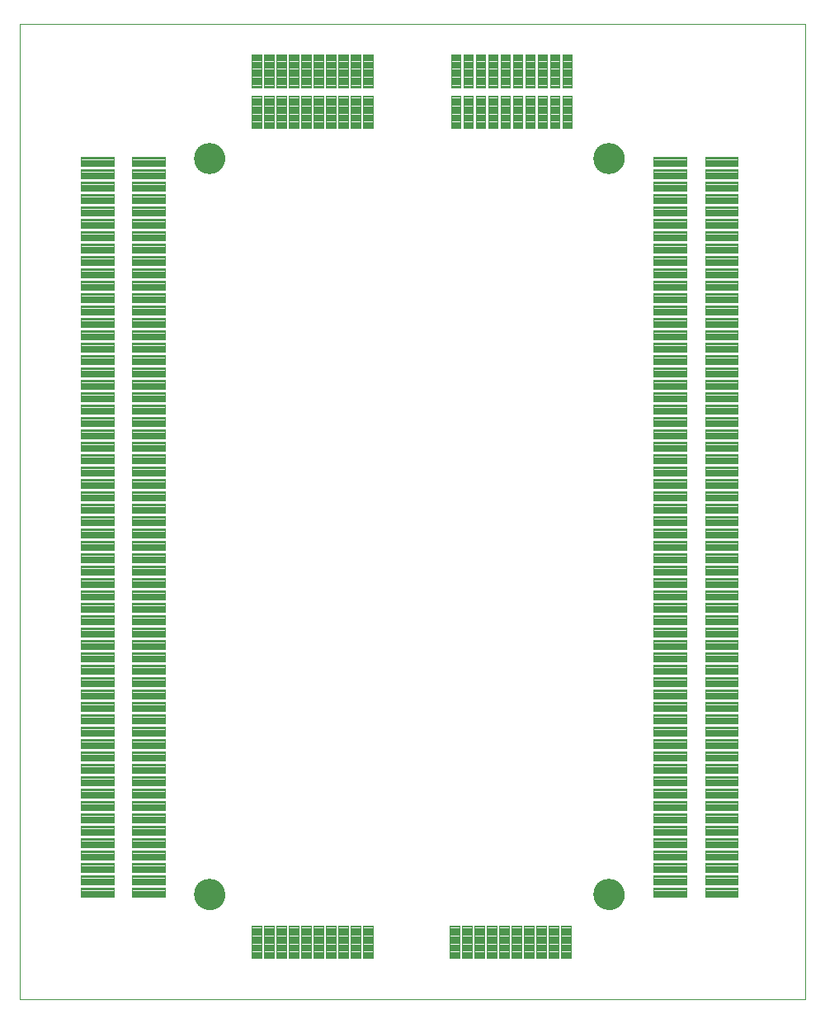
<source format=gbs>
G75*
%MOIN*%
%OFA0B0*%
%FSLAX25Y25*%
%IPPOS*%
%LPD*%
%AMOC8*
5,1,8,0,0,1.08239X$1,22.5*
%
%ADD10C,0.00000*%
%ADD11C,0.12611*%
%ADD12C,0.00373*%
D10*
X0001000Y0001000D02*
X0001000Y0394701D01*
X0318421Y0394701D01*
X0318421Y0001000D01*
X0001000Y0001000D01*
X0071897Y0043402D02*
X0071899Y0043555D01*
X0071905Y0043709D01*
X0071915Y0043862D01*
X0071929Y0044014D01*
X0071947Y0044167D01*
X0071969Y0044318D01*
X0071994Y0044469D01*
X0072024Y0044620D01*
X0072058Y0044770D01*
X0072095Y0044918D01*
X0072136Y0045066D01*
X0072181Y0045212D01*
X0072230Y0045358D01*
X0072283Y0045502D01*
X0072339Y0045644D01*
X0072399Y0045785D01*
X0072463Y0045925D01*
X0072530Y0046063D01*
X0072601Y0046199D01*
X0072676Y0046333D01*
X0072753Y0046465D01*
X0072835Y0046595D01*
X0072919Y0046723D01*
X0073007Y0046849D01*
X0073098Y0046972D01*
X0073192Y0047093D01*
X0073290Y0047211D01*
X0073390Y0047327D01*
X0073494Y0047440D01*
X0073600Y0047551D01*
X0073709Y0047659D01*
X0073821Y0047764D01*
X0073935Y0047865D01*
X0074053Y0047964D01*
X0074172Y0048060D01*
X0074294Y0048153D01*
X0074419Y0048242D01*
X0074546Y0048329D01*
X0074675Y0048411D01*
X0074806Y0048491D01*
X0074939Y0048567D01*
X0075074Y0048640D01*
X0075211Y0048709D01*
X0075350Y0048774D01*
X0075490Y0048836D01*
X0075632Y0048894D01*
X0075775Y0048949D01*
X0075920Y0049000D01*
X0076066Y0049047D01*
X0076213Y0049090D01*
X0076361Y0049129D01*
X0076510Y0049165D01*
X0076660Y0049196D01*
X0076811Y0049224D01*
X0076962Y0049248D01*
X0077115Y0049268D01*
X0077267Y0049284D01*
X0077420Y0049296D01*
X0077573Y0049304D01*
X0077726Y0049308D01*
X0077880Y0049308D01*
X0078033Y0049304D01*
X0078186Y0049296D01*
X0078339Y0049284D01*
X0078491Y0049268D01*
X0078644Y0049248D01*
X0078795Y0049224D01*
X0078946Y0049196D01*
X0079096Y0049165D01*
X0079245Y0049129D01*
X0079393Y0049090D01*
X0079540Y0049047D01*
X0079686Y0049000D01*
X0079831Y0048949D01*
X0079974Y0048894D01*
X0080116Y0048836D01*
X0080256Y0048774D01*
X0080395Y0048709D01*
X0080532Y0048640D01*
X0080667Y0048567D01*
X0080800Y0048491D01*
X0080931Y0048411D01*
X0081060Y0048329D01*
X0081187Y0048242D01*
X0081312Y0048153D01*
X0081434Y0048060D01*
X0081553Y0047964D01*
X0081671Y0047865D01*
X0081785Y0047764D01*
X0081897Y0047659D01*
X0082006Y0047551D01*
X0082112Y0047440D01*
X0082216Y0047327D01*
X0082316Y0047211D01*
X0082414Y0047093D01*
X0082508Y0046972D01*
X0082599Y0046849D01*
X0082687Y0046723D01*
X0082771Y0046595D01*
X0082853Y0046465D01*
X0082930Y0046333D01*
X0083005Y0046199D01*
X0083076Y0046063D01*
X0083143Y0045925D01*
X0083207Y0045785D01*
X0083267Y0045644D01*
X0083323Y0045502D01*
X0083376Y0045358D01*
X0083425Y0045212D01*
X0083470Y0045066D01*
X0083511Y0044918D01*
X0083548Y0044770D01*
X0083582Y0044620D01*
X0083612Y0044469D01*
X0083637Y0044318D01*
X0083659Y0044167D01*
X0083677Y0044014D01*
X0083691Y0043862D01*
X0083701Y0043709D01*
X0083707Y0043555D01*
X0083709Y0043402D01*
X0083707Y0043249D01*
X0083701Y0043095D01*
X0083691Y0042942D01*
X0083677Y0042790D01*
X0083659Y0042637D01*
X0083637Y0042486D01*
X0083612Y0042335D01*
X0083582Y0042184D01*
X0083548Y0042034D01*
X0083511Y0041886D01*
X0083470Y0041738D01*
X0083425Y0041592D01*
X0083376Y0041446D01*
X0083323Y0041302D01*
X0083267Y0041160D01*
X0083207Y0041019D01*
X0083143Y0040879D01*
X0083076Y0040741D01*
X0083005Y0040605D01*
X0082930Y0040471D01*
X0082853Y0040339D01*
X0082771Y0040209D01*
X0082687Y0040081D01*
X0082599Y0039955D01*
X0082508Y0039832D01*
X0082414Y0039711D01*
X0082316Y0039593D01*
X0082216Y0039477D01*
X0082112Y0039364D01*
X0082006Y0039253D01*
X0081897Y0039145D01*
X0081785Y0039040D01*
X0081671Y0038939D01*
X0081553Y0038840D01*
X0081434Y0038744D01*
X0081312Y0038651D01*
X0081187Y0038562D01*
X0081060Y0038475D01*
X0080931Y0038393D01*
X0080800Y0038313D01*
X0080667Y0038237D01*
X0080532Y0038164D01*
X0080395Y0038095D01*
X0080256Y0038030D01*
X0080116Y0037968D01*
X0079974Y0037910D01*
X0079831Y0037855D01*
X0079686Y0037804D01*
X0079540Y0037757D01*
X0079393Y0037714D01*
X0079245Y0037675D01*
X0079096Y0037639D01*
X0078946Y0037608D01*
X0078795Y0037580D01*
X0078644Y0037556D01*
X0078491Y0037536D01*
X0078339Y0037520D01*
X0078186Y0037508D01*
X0078033Y0037500D01*
X0077880Y0037496D01*
X0077726Y0037496D01*
X0077573Y0037500D01*
X0077420Y0037508D01*
X0077267Y0037520D01*
X0077115Y0037536D01*
X0076962Y0037556D01*
X0076811Y0037580D01*
X0076660Y0037608D01*
X0076510Y0037639D01*
X0076361Y0037675D01*
X0076213Y0037714D01*
X0076066Y0037757D01*
X0075920Y0037804D01*
X0075775Y0037855D01*
X0075632Y0037910D01*
X0075490Y0037968D01*
X0075350Y0038030D01*
X0075211Y0038095D01*
X0075074Y0038164D01*
X0074939Y0038237D01*
X0074806Y0038313D01*
X0074675Y0038393D01*
X0074546Y0038475D01*
X0074419Y0038562D01*
X0074294Y0038651D01*
X0074172Y0038744D01*
X0074053Y0038840D01*
X0073935Y0038939D01*
X0073821Y0039040D01*
X0073709Y0039145D01*
X0073600Y0039253D01*
X0073494Y0039364D01*
X0073390Y0039477D01*
X0073290Y0039593D01*
X0073192Y0039711D01*
X0073098Y0039832D01*
X0073007Y0039955D01*
X0072919Y0040081D01*
X0072835Y0040209D01*
X0072753Y0040339D01*
X0072676Y0040471D01*
X0072601Y0040605D01*
X0072530Y0040741D01*
X0072463Y0040879D01*
X0072399Y0041019D01*
X0072339Y0041160D01*
X0072283Y0041302D01*
X0072230Y0041446D01*
X0072181Y0041592D01*
X0072136Y0041738D01*
X0072095Y0041886D01*
X0072058Y0042034D01*
X0072024Y0042184D01*
X0071994Y0042335D01*
X0071969Y0042486D01*
X0071947Y0042637D01*
X0071929Y0042790D01*
X0071915Y0042942D01*
X0071905Y0043095D01*
X0071899Y0043249D01*
X0071897Y0043402D01*
X0233314Y0043402D02*
X0233316Y0043555D01*
X0233322Y0043709D01*
X0233332Y0043862D01*
X0233346Y0044014D01*
X0233364Y0044167D01*
X0233386Y0044318D01*
X0233411Y0044469D01*
X0233441Y0044620D01*
X0233475Y0044770D01*
X0233512Y0044918D01*
X0233553Y0045066D01*
X0233598Y0045212D01*
X0233647Y0045358D01*
X0233700Y0045502D01*
X0233756Y0045644D01*
X0233816Y0045785D01*
X0233880Y0045925D01*
X0233947Y0046063D01*
X0234018Y0046199D01*
X0234093Y0046333D01*
X0234170Y0046465D01*
X0234252Y0046595D01*
X0234336Y0046723D01*
X0234424Y0046849D01*
X0234515Y0046972D01*
X0234609Y0047093D01*
X0234707Y0047211D01*
X0234807Y0047327D01*
X0234911Y0047440D01*
X0235017Y0047551D01*
X0235126Y0047659D01*
X0235238Y0047764D01*
X0235352Y0047865D01*
X0235470Y0047964D01*
X0235589Y0048060D01*
X0235711Y0048153D01*
X0235836Y0048242D01*
X0235963Y0048329D01*
X0236092Y0048411D01*
X0236223Y0048491D01*
X0236356Y0048567D01*
X0236491Y0048640D01*
X0236628Y0048709D01*
X0236767Y0048774D01*
X0236907Y0048836D01*
X0237049Y0048894D01*
X0237192Y0048949D01*
X0237337Y0049000D01*
X0237483Y0049047D01*
X0237630Y0049090D01*
X0237778Y0049129D01*
X0237927Y0049165D01*
X0238077Y0049196D01*
X0238228Y0049224D01*
X0238379Y0049248D01*
X0238532Y0049268D01*
X0238684Y0049284D01*
X0238837Y0049296D01*
X0238990Y0049304D01*
X0239143Y0049308D01*
X0239297Y0049308D01*
X0239450Y0049304D01*
X0239603Y0049296D01*
X0239756Y0049284D01*
X0239908Y0049268D01*
X0240061Y0049248D01*
X0240212Y0049224D01*
X0240363Y0049196D01*
X0240513Y0049165D01*
X0240662Y0049129D01*
X0240810Y0049090D01*
X0240957Y0049047D01*
X0241103Y0049000D01*
X0241248Y0048949D01*
X0241391Y0048894D01*
X0241533Y0048836D01*
X0241673Y0048774D01*
X0241812Y0048709D01*
X0241949Y0048640D01*
X0242084Y0048567D01*
X0242217Y0048491D01*
X0242348Y0048411D01*
X0242477Y0048329D01*
X0242604Y0048242D01*
X0242729Y0048153D01*
X0242851Y0048060D01*
X0242970Y0047964D01*
X0243088Y0047865D01*
X0243202Y0047764D01*
X0243314Y0047659D01*
X0243423Y0047551D01*
X0243529Y0047440D01*
X0243633Y0047327D01*
X0243733Y0047211D01*
X0243831Y0047093D01*
X0243925Y0046972D01*
X0244016Y0046849D01*
X0244104Y0046723D01*
X0244188Y0046595D01*
X0244270Y0046465D01*
X0244347Y0046333D01*
X0244422Y0046199D01*
X0244493Y0046063D01*
X0244560Y0045925D01*
X0244624Y0045785D01*
X0244684Y0045644D01*
X0244740Y0045502D01*
X0244793Y0045358D01*
X0244842Y0045212D01*
X0244887Y0045066D01*
X0244928Y0044918D01*
X0244965Y0044770D01*
X0244999Y0044620D01*
X0245029Y0044469D01*
X0245054Y0044318D01*
X0245076Y0044167D01*
X0245094Y0044014D01*
X0245108Y0043862D01*
X0245118Y0043709D01*
X0245124Y0043555D01*
X0245126Y0043402D01*
X0245124Y0043249D01*
X0245118Y0043095D01*
X0245108Y0042942D01*
X0245094Y0042790D01*
X0245076Y0042637D01*
X0245054Y0042486D01*
X0245029Y0042335D01*
X0244999Y0042184D01*
X0244965Y0042034D01*
X0244928Y0041886D01*
X0244887Y0041738D01*
X0244842Y0041592D01*
X0244793Y0041446D01*
X0244740Y0041302D01*
X0244684Y0041160D01*
X0244624Y0041019D01*
X0244560Y0040879D01*
X0244493Y0040741D01*
X0244422Y0040605D01*
X0244347Y0040471D01*
X0244270Y0040339D01*
X0244188Y0040209D01*
X0244104Y0040081D01*
X0244016Y0039955D01*
X0243925Y0039832D01*
X0243831Y0039711D01*
X0243733Y0039593D01*
X0243633Y0039477D01*
X0243529Y0039364D01*
X0243423Y0039253D01*
X0243314Y0039145D01*
X0243202Y0039040D01*
X0243088Y0038939D01*
X0242970Y0038840D01*
X0242851Y0038744D01*
X0242729Y0038651D01*
X0242604Y0038562D01*
X0242477Y0038475D01*
X0242348Y0038393D01*
X0242217Y0038313D01*
X0242084Y0038237D01*
X0241949Y0038164D01*
X0241812Y0038095D01*
X0241673Y0038030D01*
X0241533Y0037968D01*
X0241391Y0037910D01*
X0241248Y0037855D01*
X0241103Y0037804D01*
X0240957Y0037757D01*
X0240810Y0037714D01*
X0240662Y0037675D01*
X0240513Y0037639D01*
X0240363Y0037608D01*
X0240212Y0037580D01*
X0240061Y0037556D01*
X0239908Y0037536D01*
X0239756Y0037520D01*
X0239603Y0037508D01*
X0239450Y0037500D01*
X0239297Y0037496D01*
X0239143Y0037496D01*
X0238990Y0037500D01*
X0238837Y0037508D01*
X0238684Y0037520D01*
X0238532Y0037536D01*
X0238379Y0037556D01*
X0238228Y0037580D01*
X0238077Y0037608D01*
X0237927Y0037639D01*
X0237778Y0037675D01*
X0237630Y0037714D01*
X0237483Y0037757D01*
X0237337Y0037804D01*
X0237192Y0037855D01*
X0237049Y0037910D01*
X0236907Y0037968D01*
X0236767Y0038030D01*
X0236628Y0038095D01*
X0236491Y0038164D01*
X0236356Y0038237D01*
X0236223Y0038313D01*
X0236092Y0038393D01*
X0235963Y0038475D01*
X0235836Y0038562D01*
X0235711Y0038651D01*
X0235589Y0038744D01*
X0235470Y0038840D01*
X0235352Y0038939D01*
X0235238Y0039040D01*
X0235126Y0039145D01*
X0235017Y0039253D01*
X0234911Y0039364D01*
X0234807Y0039477D01*
X0234707Y0039593D01*
X0234609Y0039711D01*
X0234515Y0039832D01*
X0234424Y0039955D01*
X0234336Y0040081D01*
X0234252Y0040209D01*
X0234170Y0040339D01*
X0234093Y0040471D01*
X0234018Y0040605D01*
X0233947Y0040741D01*
X0233880Y0040879D01*
X0233816Y0041019D01*
X0233756Y0041160D01*
X0233700Y0041302D01*
X0233647Y0041446D01*
X0233598Y0041592D01*
X0233553Y0041738D01*
X0233512Y0041886D01*
X0233475Y0042034D01*
X0233441Y0042184D01*
X0233411Y0042335D01*
X0233386Y0042486D01*
X0233364Y0042637D01*
X0233346Y0042790D01*
X0233332Y0042942D01*
X0233322Y0043095D01*
X0233316Y0043249D01*
X0233314Y0043402D01*
X0233314Y0340646D02*
X0233316Y0340799D01*
X0233322Y0340953D01*
X0233332Y0341106D01*
X0233346Y0341258D01*
X0233364Y0341411D01*
X0233386Y0341562D01*
X0233411Y0341713D01*
X0233441Y0341864D01*
X0233475Y0342014D01*
X0233512Y0342162D01*
X0233553Y0342310D01*
X0233598Y0342456D01*
X0233647Y0342602D01*
X0233700Y0342746D01*
X0233756Y0342888D01*
X0233816Y0343029D01*
X0233880Y0343169D01*
X0233947Y0343307D01*
X0234018Y0343443D01*
X0234093Y0343577D01*
X0234170Y0343709D01*
X0234252Y0343839D01*
X0234336Y0343967D01*
X0234424Y0344093D01*
X0234515Y0344216D01*
X0234609Y0344337D01*
X0234707Y0344455D01*
X0234807Y0344571D01*
X0234911Y0344684D01*
X0235017Y0344795D01*
X0235126Y0344903D01*
X0235238Y0345008D01*
X0235352Y0345109D01*
X0235470Y0345208D01*
X0235589Y0345304D01*
X0235711Y0345397D01*
X0235836Y0345486D01*
X0235963Y0345573D01*
X0236092Y0345655D01*
X0236223Y0345735D01*
X0236356Y0345811D01*
X0236491Y0345884D01*
X0236628Y0345953D01*
X0236767Y0346018D01*
X0236907Y0346080D01*
X0237049Y0346138D01*
X0237192Y0346193D01*
X0237337Y0346244D01*
X0237483Y0346291D01*
X0237630Y0346334D01*
X0237778Y0346373D01*
X0237927Y0346409D01*
X0238077Y0346440D01*
X0238228Y0346468D01*
X0238379Y0346492D01*
X0238532Y0346512D01*
X0238684Y0346528D01*
X0238837Y0346540D01*
X0238990Y0346548D01*
X0239143Y0346552D01*
X0239297Y0346552D01*
X0239450Y0346548D01*
X0239603Y0346540D01*
X0239756Y0346528D01*
X0239908Y0346512D01*
X0240061Y0346492D01*
X0240212Y0346468D01*
X0240363Y0346440D01*
X0240513Y0346409D01*
X0240662Y0346373D01*
X0240810Y0346334D01*
X0240957Y0346291D01*
X0241103Y0346244D01*
X0241248Y0346193D01*
X0241391Y0346138D01*
X0241533Y0346080D01*
X0241673Y0346018D01*
X0241812Y0345953D01*
X0241949Y0345884D01*
X0242084Y0345811D01*
X0242217Y0345735D01*
X0242348Y0345655D01*
X0242477Y0345573D01*
X0242604Y0345486D01*
X0242729Y0345397D01*
X0242851Y0345304D01*
X0242970Y0345208D01*
X0243088Y0345109D01*
X0243202Y0345008D01*
X0243314Y0344903D01*
X0243423Y0344795D01*
X0243529Y0344684D01*
X0243633Y0344571D01*
X0243733Y0344455D01*
X0243831Y0344337D01*
X0243925Y0344216D01*
X0244016Y0344093D01*
X0244104Y0343967D01*
X0244188Y0343839D01*
X0244270Y0343709D01*
X0244347Y0343577D01*
X0244422Y0343443D01*
X0244493Y0343307D01*
X0244560Y0343169D01*
X0244624Y0343029D01*
X0244684Y0342888D01*
X0244740Y0342746D01*
X0244793Y0342602D01*
X0244842Y0342456D01*
X0244887Y0342310D01*
X0244928Y0342162D01*
X0244965Y0342014D01*
X0244999Y0341864D01*
X0245029Y0341713D01*
X0245054Y0341562D01*
X0245076Y0341411D01*
X0245094Y0341258D01*
X0245108Y0341106D01*
X0245118Y0340953D01*
X0245124Y0340799D01*
X0245126Y0340646D01*
X0245124Y0340493D01*
X0245118Y0340339D01*
X0245108Y0340186D01*
X0245094Y0340034D01*
X0245076Y0339881D01*
X0245054Y0339730D01*
X0245029Y0339579D01*
X0244999Y0339428D01*
X0244965Y0339278D01*
X0244928Y0339130D01*
X0244887Y0338982D01*
X0244842Y0338836D01*
X0244793Y0338690D01*
X0244740Y0338546D01*
X0244684Y0338404D01*
X0244624Y0338263D01*
X0244560Y0338123D01*
X0244493Y0337985D01*
X0244422Y0337849D01*
X0244347Y0337715D01*
X0244270Y0337583D01*
X0244188Y0337453D01*
X0244104Y0337325D01*
X0244016Y0337199D01*
X0243925Y0337076D01*
X0243831Y0336955D01*
X0243733Y0336837D01*
X0243633Y0336721D01*
X0243529Y0336608D01*
X0243423Y0336497D01*
X0243314Y0336389D01*
X0243202Y0336284D01*
X0243088Y0336183D01*
X0242970Y0336084D01*
X0242851Y0335988D01*
X0242729Y0335895D01*
X0242604Y0335806D01*
X0242477Y0335719D01*
X0242348Y0335637D01*
X0242217Y0335557D01*
X0242084Y0335481D01*
X0241949Y0335408D01*
X0241812Y0335339D01*
X0241673Y0335274D01*
X0241533Y0335212D01*
X0241391Y0335154D01*
X0241248Y0335099D01*
X0241103Y0335048D01*
X0240957Y0335001D01*
X0240810Y0334958D01*
X0240662Y0334919D01*
X0240513Y0334883D01*
X0240363Y0334852D01*
X0240212Y0334824D01*
X0240061Y0334800D01*
X0239908Y0334780D01*
X0239756Y0334764D01*
X0239603Y0334752D01*
X0239450Y0334744D01*
X0239297Y0334740D01*
X0239143Y0334740D01*
X0238990Y0334744D01*
X0238837Y0334752D01*
X0238684Y0334764D01*
X0238532Y0334780D01*
X0238379Y0334800D01*
X0238228Y0334824D01*
X0238077Y0334852D01*
X0237927Y0334883D01*
X0237778Y0334919D01*
X0237630Y0334958D01*
X0237483Y0335001D01*
X0237337Y0335048D01*
X0237192Y0335099D01*
X0237049Y0335154D01*
X0236907Y0335212D01*
X0236767Y0335274D01*
X0236628Y0335339D01*
X0236491Y0335408D01*
X0236356Y0335481D01*
X0236223Y0335557D01*
X0236092Y0335637D01*
X0235963Y0335719D01*
X0235836Y0335806D01*
X0235711Y0335895D01*
X0235589Y0335988D01*
X0235470Y0336084D01*
X0235352Y0336183D01*
X0235238Y0336284D01*
X0235126Y0336389D01*
X0235017Y0336497D01*
X0234911Y0336608D01*
X0234807Y0336721D01*
X0234707Y0336837D01*
X0234609Y0336955D01*
X0234515Y0337076D01*
X0234424Y0337199D01*
X0234336Y0337325D01*
X0234252Y0337453D01*
X0234170Y0337583D01*
X0234093Y0337715D01*
X0234018Y0337849D01*
X0233947Y0337985D01*
X0233880Y0338123D01*
X0233816Y0338263D01*
X0233756Y0338404D01*
X0233700Y0338546D01*
X0233647Y0338690D01*
X0233598Y0338836D01*
X0233553Y0338982D01*
X0233512Y0339130D01*
X0233475Y0339278D01*
X0233441Y0339428D01*
X0233411Y0339579D01*
X0233386Y0339730D01*
X0233364Y0339881D01*
X0233346Y0340034D01*
X0233332Y0340186D01*
X0233322Y0340339D01*
X0233316Y0340493D01*
X0233314Y0340646D01*
X0071897Y0340646D02*
X0071899Y0340799D01*
X0071905Y0340953D01*
X0071915Y0341106D01*
X0071929Y0341258D01*
X0071947Y0341411D01*
X0071969Y0341562D01*
X0071994Y0341713D01*
X0072024Y0341864D01*
X0072058Y0342014D01*
X0072095Y0342162D01*
X0072136Y0342310D01*
X0072181Y0342456D01*
X0072230Y0342602D01*
X0072283Y0342746D01*
X0072339Y0342888D01*
X0072399Y0343029D01*
X0072463Y0343169D01*
X0072530Y0343307D01*
X0072601Y0343443D01*
X0072676Y0343577D01*
X0072753Y0343709D01*
X0072835Y0343839D01*
X0072919Y0343967D01*
X0073007Y0344093D01*
X0073098Y0344216D01*
X0073192Y0344337D01*
X0073290Y0344455D01*
X0073390Y0344571D01*
X0073494Y0344684D01*
X0073600Y0344795D01*
X0073709Y0344903D01*
X0073821Y0345008D01*
X0073935Y0345109D01*
X0074053Y0345208D01*
X0074172Y0345304D01*
X0074294Y0345397D01*
X0074419Y0345486D01*
X0074546Y0345573D01*
X0074675Y0345655D01*
X0074806Y0345735D01*
X0074939Y0345811D01*
X0075074Y0345884D01*
X0075211Y0345953D01*
X0075350Y0346018D01*
X0075490Y0346080D01*
X0075632Y0346138D01*
X0075775Y0346193D01*
X0075920Y0346244D01*
X0076066Y0346291D01*
X0076213Y0346334D01*
X0076361Y0346373D01*
X0076510Y0346409D01*
X0076660Y0346440D01*
X0076811Y0346468D01*
X0076962Y0346492D01*
X0077115Y0346512D01*
X0077267Y0346528D01*
X0077420Y0346540D01*
X0077573Y0346548D01*
X0077726Y0346552D01*
X0077880Y0346552D01*
X0078033Y0346548D01*
X0078186Y0346540D01*
X0078339Y0346528D01*
X0078491Y0346512D01*
X0078644Y0346492D01*
X0078795Y0346468D01*
X0078946Y0346440D01*
X0079096Y0346409D01*
X0079245Y0346373D01*
X0079393Y0346334D01*
X0079540Y0346291D01*
X0079686Y0346244D01*
X0079831Y0346193D01*
X0079974Y0346138D01*
X0080116Y0346080D01*
X0080256Y0346018D01*
X0080395Y0345953D01*
X0080532Y0345884D01*
X0080667Y0345811D01*
X0080800Y0345735D01*
X0080931Y0345655D01*
X0081060Y0345573D01*
X0081187Y0345486D01*
X0081312Y0345397D01*
X0081434Y0345304D01*
X0081553Y0345208D01*
X0081671Y0345109D01*
X0081785Y0345008D01*
X0081897Y0344903D01*
X0082006Y0344795D01*
X0082112Y0344684D01*
X0082216Y0344571D01*
X0082316Y0344455D01*
X0082414Y0344337D01*
X0082508Y0344216D01*
X0082599Y0344093D01*
X0082687Y0343967D01*
X0082771Y0343839D01*
X0082853Y0343709D01*
X0082930Y0343577D01*
X0083005Y0343443D01*
X0083076Y0343307D01*
X0083143Y0343169D01*
X0083207Y0343029D01*
X0083267Y0342888D01*
X0083323Y0342746D01*
X0083376Y0342602D01*
X0083425Y0342456D01*
X0083470Y0342310D01*
X0083511Y0342162D01*
X0083548Y0342014D01*
X0083582Y0341864D01*
X0083612Y0341713D01*
X0083637Y0341562D01*
X0083659Y0341411D01*
X0083677Y0341258D01*
X0083691Y0341106D01*
X0083701Y0340953D01*
X0083707Y0340799D01*
X0083709Y0340646D01*
X0083707Y0340493D01*
X0083701Y0340339D01*
X0083691Y0340186D01*
X0083677Y0340034D01*
X0083659Y0339881D01*
X0083637Y0339730D01*
X0083612Y0339579D01*
X0083582Y0339428D01*
X0083548Y0339278D01*
X0083511Y0339130D01*
X0083470Y0338982D01*
X0083425Y0338836D01*
X0083376Y0338690D01*
X0083323Y0338546D01*
X0083267Y0338404D01*
X0083207Y0338263D01*
X0083143Y0338123D01*
X0083076Y0337985D01*
X0083005Y0337849D01*
X0082930Y0337715D01*
X0082853Y0337583D01*
X0082771Y0337453D01*
X0082687Y0337325D01*
X0082599Y0337199D01*
X0082508Y0337076D01*
X0082414Y0336955D01*
X0082316Y0336837D01*
X0082216Y0336721D01*
X0082112Y0336608D01*
X0082006Y0336497D01*
X0081897Y0336389D01*
X0081785Y0336284D01*
X0081671Y0336183D01*
X0081553Y0336084D01*
X0081434Y0335988D01*
X0081312Y0335895D01*
X0081187Y0335806D01*
X0081060Y0335719D01*
X0080931Y0335637D01*
X0080800Y0335557D01*
X0080667Y0335481D01*
X0080532Y0335408D01*
X0080395Y0335339D01*
X0080256Y0335274D01*
X0080116Y0335212D01*
X0079974Y0335154D01*
X0079831Y0335099D01*
X0079686Y0335048D01*
X0079540Y0335001D01*
X0079393Y0334958D01*
X0079245Y0334919D01*
X0079096Y0334883D01*
X0078946Y0334852D01*
X0078795Y0334824D01*
X0078644Y0334800D01*
X0078491Y0334780D01*
X0078339Y0334764D01*
X0078186Y0334752D01*
X0078033Y0334744D01*
X0077880Y0334740D01*
X0077726Y0334740D01*
X0077573Y0334744D01*
X0077420Y0334752D01*
X0077267Y0334764D01*
X0077115Y0334780D01*
X0076962Y0334800D01*
X0076811Y0334824D01*
X0076660Y0334852D01*
X0076510Y0334883D01*
X0076361Y0334919D01*
X0076213Y0334958D01*
X0076066Y0335001D01*
X0075920Y0335048D01*
X0075775Y0335099D01*
X0075632Y0335154D01*
X0075490Y0335212D01*
X0075350Y0335274D01*
X0075211Y0335339D01*
X0075074Y0335408D01*
X0074939Y0335481D01*
X0074806Y0335557D01*
X0074675Y0335637D01*
X0074546Y0335719D01*
X0074419Y0335806D01*
X0074294Y0335895D01*
X0074172Y0335988D01*
X0074053Y0336084D01*
X0073935Y0336183D01*
X0073821Y0336284D01*
X0073709Y0336389D01*
X0073600Y0336497D01*
X0073494Y0336608D01*
X0073390Y0336721D01*
X0073290Y0336837D01*
X0073192Y0336955D01*
X0073098Y0337076D01*
X0073007Y0337199D01*
X0072919Y0337325D01*
X0072835Y0337453D01*
X0072753Y0337583D01*
X0072676Y0337715D01*
X0072601Y0337849D01*
X0072530Y0337985D01*
X0072463Y0338123D01*
X0072399Y0338263D01*
X0072339Y0338404D01*
X0072283Y0338546D01*
X0072230Y0338690D01*
X0072181Y0338836D01*
X0072136Y0338982D01*
X0072095Y0339130D01*
X0072058Y0339278D01*
X0072024Y0339428D01*
X0071994Y0339579D01*
X0071969Y0339730D01*
X0071947Y0339881D01*
X0071929Y0340034D01*
X0071915Y0340186D01*
X0071905Y0340339D01*
X0071899Y0340493D01*
X0071897Y0340646D01*
D11*
X0077803Y0340646D03*
X0239220Y0340646D03*
X0239220Y0043402D03*
X0077803Y0043402D03*
D12*
X0094845Y0030934D02*
X0094845Y0017712D01*
X0094845Y0030934D02*
X0098619Y0030934D01*
X0098619Y0017712D01*
X0094845Y0017712D01*
X0094845Y0018084D02*
X0098619Y0018084D01*
X0098619Y0018456D02*
X0094845Y0018456D01*
X0094845Y0018828D02*
X0098619Y0018828D01*
X0098619Y0019200D02*
X0094845Y0019200D01*
X0094845Y0019572D02*
X0098619Y0019572D01*
X0098619Y0019944D02*
X0094845Y0019944D01*
X0094845Y0020316D02*
X0098619Y0020316D01*
X0098619Y0020688D02*
X0094845Y0020688D01*
X0094845Y0021060D02*
X0098619Y0021060D01*
X0098619Y0021432D02*
X0094845Y0021432D01*
X0094845Y0021804D02*
X0098619Y0021804D01*
X0098619Y0022176D02*
X0094845Y0022176D01*
X0094845Y0022548D02*
X0098619Y0022548D01*
X0098619Y0022920D02*
X0094845Y0022920D01*
X0094845Y0023292D02*
X0098619Y0023292D01*
X0098619Y0023664D02*
X0094845Y0023664D01*
X0094845Y0024036D02*
X0098619Y0024036D01*
X0098619Y0024408D02*
X0094845Y0024408D01*
X0094845Y0024780D02*
X0098619Y0024780D01*
X0098619Y0025152D02*
X0094845Y0025152D01*
X0094845Y0025524D02*
X0098619Y0025524D01*
X0098619Y0025896D02*
X0094845Y0025896D01*
X0094845Y0026268D02*
X0098619Y0026268D01*
X0098619Y0026640D02*
X0094845Y0026640D01*
X0094845Y0027012D02*
X0098619Y0027012D01*
X0098619Y0027384D02*
X0094845Y0027384D01*
X0094845Y0027756D02*
X0098619Y0027756D01*
X0098619Y0028128D02*
X0094845Y0028128D01*
X0094845Y0028500D02*
X0098619Y0028500D01*
X0098619Y0028872D02*
X0094845Y0028872D01*
X0094845Y0029244D02*
X0098619Y0029244D01*
X0098619Y0029616D02*
X0094845Y0029616D01*
X0094845Y0029988D02*
X0098619Y0029988D01*
X0098619Y0030360D02*
X0094845Y0030360D01*
X0094845Y0030732D02*
X0098619Y0030732D01*
X0099845Y0030934D02*
X0099845Y0017712D01*
X0099845Y0030934D02*
X0103619Y0030934D01*
X0103619Y0017712D01*
X0099845Y0017712D01*
X0099845Y0018084D02*
X0103619Y0018084D01*
X0103619Y0018456D02*
X0099845Y0018456D01*
X0099845Y0018828D02*
X0103619Y0018828D01*
X0103619Y0019200D02*
X0099845Y0019200D01*
X0099845Y0019572D02*
X0103619Y0019572D01*
X0103619Y0019944D02*
X0099845Y0019944D01*
X0099845Y0020316D02*
X0103619Y0020316D01*
X0103619Y0020688D02*
X0099845Y0020688D01*
X0099845Y0021060D02*
X0103619Y0021060D01*
X0103619Y0021432D02*
X0099845Y0021432D01*
X0099845Y0021804D02*
X0103619Y0021804D01*
X0103619Y0022176D02*
X0099845Y0022176D01*
X0099845Y0022548D02*
X0103619Y0022548D01*
X0103619Y0022920D02*
X0099845Y0022920D01*
X0099845Y0023292D02*
X0103619Y0023292D01*
X0103619Y0023664D02*
X0099845Y0023664D01*
X0099845Y0024036D02*
X0103619Y0024036D01*
X0103619Y0024408D02*
X0099845Y0024408D01*
X0099845Y0024780D02*
X0103619Y0024780D01*
X0103619Y0025152D02*
X0099845Y0025152D01*
X0099845Y0025524D02*
X0103619Y0025524D01*
X0103619Y0025896D02*
X0099845Y0025896D01*
X0099845Y0026268D02*
X0103619Y0026268D01*
X0103619Y0026640D02*
X0099845Y0026640D01*
X0099845Y0027012D02*
X0103619Y0027012D01*
X0103619Y0027384D02*
X0099845Y0027384D01*
X0099845Y0027756D02*
X0103619Y0027756D01*
X0103619Y0028128D02*
X0099845Y0028128D01*
X0099845Y0028500D02*
X0103619Y0028500D01*
X0103619Y0028872D02*
X0099845Y0028872D01*
X0099845Y0029244D02*
X0103619Y0029244D01*
X0103619Y0029616D02*
X0099845Y0029616D01*
X0099845Y0029988D02*
X0103619Y0029988D01*
X0103619Y0030360D02*
X0099845Y0030360D01*
X0099845Y0030732D02*
X0103619Y0030732D01*
X0104845Y0030934D02*
X0104845Y0017712D01*
X0104845Y0030934D02*
X0108619Y0030934D01*
X0108619Y0017712D01*
X0104845Y0017712D01*
X0104845Y0018084D02*
X0108619Y0018084D01*
X0108619Y0018456D02*
X0104845Y0018456D01*
X0104845Y0018828D02*
X0108619Y0018828D01*
X0108619Y0019200D02*
X0104845Y0019200D01*
X0104845Y0019572D02*
X0108619Y0019572D01*
X0108619Y0019944D02*
X0104845Y0019944D01*
X0104845Y0020316D02*
X0108619Y0020316D01*
X0108619Y0020688D02*
X0104845Y0020688D01*
X0104845Y0021060D02*
X0108619Y0021060D01*
X0108619Y0021432D02*
X0104845Y0021432D01*
X0104845Y0021804D02*
X0108619Y0021804D01*
X0108619Y0022176D02*
X0104845Y0022176D01*
X0104845Y0022548D02*
X0108619Y0022548D01*
X0108619Y0022920D02*
X0104845Y0022920D01*
X0104845Y0023292D02*
X0108619Y0023292D01*
X0108619Y0023664D02*
X0104845Y0023664D01*
X0104845Y0024036D02*
X0108619Y0024036D01*
X0108619Y0024408D02*
X0104845Y0024408D01*
X0104845Y0024780D02*
X0108619Y0024780D01*
X0108619Y0025152D02*
X0104845Y0025152D01*
X0104845Y0025524D02*
X0108619Y0025524D01*
X0108619Y0025896D02*
X0104845Y0025896D01*
X0104845Y0026268D02*
X0108619Y0026268D01*
X0108619Y0026640D02*
X0104845Y0026640D01*
X0104845Y0027012D02*
X0108619Y0027012D01*
X0108619Y0027384D02*
X0104845Y0027384D01*
X0104845Y0027756D02*
X0108619Y0027756D01*
X0108619Y0028128D02*
X0104845Y0028128D01*
X0104845Y0028500D02*
X0108619Y0028500D01*
X0108619Y0028872D02*
X0104845Y0028872D01*
X0104845Y0029244D02*
X0108619Y0029244D01*
X0108619Y0029616D02*
X0104845Y0029616D01*
X0104845Y0029988D02*
X0108619Y0029988D01*
X0108619Y0030360D02*
X0104845Y0030360D01*
X0104845Y0030732D02*
X0108619Y0030732D01*
X0109845Y0030934D02*
X0109845Y0017712D01*
X0109845Y0030934D02*
X0113619Y0030934D01*
X0113619Y0017712D01*
X0109845Y0017712D01*
X0109845Y0018084D02*
X0113619Y0018084D01*
X0113619Y0018456D02*
X0109845Y0018456D01*
X0109845Y0018828D02*
X0113619Y0018828D01*
X0113619Y0019200D02*
X0109845Y0019200D01*
X0109845Y0019572D02*
X0113619Y0019572D01*
X0113619Y0019944D02*
X0109845Y0019944D01*
X0109845Y0020316D02*
X0113619Y0020316D01*
X0113619Y0020688D02*
X0109845Y0020688D01*
X0109845Y0021060D02*
X0113619Y0021060D01*
X0113619Y0021432D02*
X0109845Y0021432D01*
X0109845Y0021804D02*
X0113619Y0021804D01*
X0113619Y0022176D02*
X0109845Y0022176D01*
X0109845Y0022548D02*
X0113619Y0022548D01*
X0113619Y0022920D02*
X0109845Y0022920D01*
X0109845Y0023292D02*
X0113619Y0023292D01*
X0113619Y0023664D02*
X0109845Y0023664D01*
X0109845Y0024036D02*
X0113619Y0024036D01*
X0113619Y0024408D02*
X0109845Y0024408D01*
X0109845Y0024780D02*
X0113619Y0024780D01*
X0113619Y0025152D02*
X0109845Y0025152D01*
X0109845Y0025524D02*
X0113619Y0025524D01*
X0113619Y0025896D02*
X0109845Y0025896D01*
X0109845Y0026268D02*
X0113619Y0026268D01*
X0113619Y0026640D02*
X0109845Y0026640D01*
X0109845Y0027012D02*
X0113619Y0027012D01*
X0113619Y0027384D02*
X0109845Y0027384D01*
X0109845Y0027756D02*
X0113619Y0027756D01*
X0113619Y0028128D02*
X0109845Y0028128D01*
X0109845Y0028500D02*
X0113619Y0028500D01*
X0113619Y0028872D02*
X0109845Y0028872D01*
X0109845Y0029244D02*
X0113619Y0029244D01*
X0113619Y0029616D02*
X0109845Y0029616D01*
X0109845Y0029988D02*
X0113619Y0029988D01*
X0113619Y0030360D02*
X0109845Y0030360D01*
X0109845Y0030732D02*
X0113619Y0030732D01*
X0114845Y0030934D02*
X0114845Y0017712D01*
X0114845Y0030934D02*
X0118619Y0030934D01*
X0118619Y0017712D01*
X0114845Y0017712D01*
X0114845Y0018084D02*
X0118619Y0018084D01*
X0118619Y0018456D02*
X0114845Y0018456D01*
X0114845Y0018828D02*
X0118619Y0018828D01*
X0118619Y0019200D02*
X0114845Y0019200D01*
X0114845Y0019572D02*
X0118619Y0019572D01*
X0118619Y0019944D02*
X0114845Y0019944D01*
X0114845Y0020316D02*
X0118619Y0020316D01*
X0118619Y0020688D02*
X0114845Y0020688D01*
X0114845Y0021060D02*
X0118619Y0021060D01*
X0118619Y0021432D02*
X0114845Y0021432D01*
X0114845Y0021804D02*
X0118619Y0021804D01*
X0118619Y0022176D02*
X0114845Y0022176D01*
X0114845Y0022548D02*
X0118619Y0022548D01*
X0118619Y0022920D02*
X0114845Y0022920D01*
X0114845Y0023292D02*
X0118619Y0023292D01*
X0118619Y0023664D02*
X0114845Y0023664D01*
X0114845Y0024036D02*
X0118619Y0024036D01*
X0118619Y0024408D02*
X0114845Y0024408D01*
X0114845Y0024780D02*
X0118619Y0024780D01*
X0118619Y0025152D02*
X0114845Y0025152D01*
X0114845Y0025524D02*
X0118619Y0025524D01*
X0118619Y0025896D02*
X0114845Y0025896D01*
X0114845Y0026268D02*
X0118619Y0026268D01*
X0118619Y0026640D02*
X0114845Y0026640D01*
X0114845Y0027012D02*
X0118619Y0027012D01*
X0118619Y0027384D02*
X0114845Y0027384D01*
X0114845Y0027756D02*
X0118619Y0027756D01*
X0118619Y0028128D02*
X0114845Y0028128D01*
X0114845Y0028500D02*
X0118619Y0028500D01*
X0118619Y0028872D02*
X0114845Y0028872D01*
X0114845Y0029244D02*
X0118619Y0029244D01*
X0118619Y0029616D02*
X0114845Y0029616D01*
X0114845Y0029988D02*
X0118619Y0029988D01*
X0118619Y0030360D02*
X0114845Y0030360D01*
X0114845Y0030732D02*
X0118619Y0030732D01*
X0119845Y0030934D02*
X0119845Y0017712D01*
X0119845Y0030934D02*
X0123619Y0030934D01*
X0123619Y0017712D01*
X0119845Y0017712D01*
X0119845Y0018084D02*
X0123619Y0018084D01*
X0123619Y0018456D02*
X0119845Y0018456D01*
X0119845Y0018828D02*
X0123619Y0018828D01*
X0123619Y0019200D02*
X0119845Y0019200D01*
X0119845Y0019572D02*
X0123619Y0019572D01*
X0123619Y0019944D02*
X0119845Y0019944D01*
X0119845Y0020316D02*
X0123619Y0020316D01*
X0123619Y0020688D02*
X0119845Y0020688D01*
X0119845Y0021060D02*
X0123619Y0021060D01*
X0123619Y0021432D02*
X0119845Y0021432D01*
X0119845Y0021804D02*
X0123619Y0021804D01*
X0123619Y0022176D02*
X0119845Y0022176D01*
X0119845Y0022548D02*
X0123619Y0022548D01*
X0123619Y0022920D02*
X0119845Y0022920D01*
X0119845Y0023292D02*
X0123619Y0023292D01*
X0123619Y0023664D02*
X0119845Y0023664D01*
X0119845Y0024036D02*
X0123619Y0024036D01*
X0123619Y0024408D02*
X0119845Y0024408D01*
X0119845Y0024780D02*
X0123619Y0024780D01*
X0123619Y0025152D02*
X0119845Y0025152D01*
X0119845Y0025524D02*
X0123619Y0025524D01*
X0123619Y0025896D02*
X0119845Y0025896D01*
X0119845Y0026268D02*
X0123619Y0026268D01*
X0123619Y0026640D02*
X0119845Y0026640D01*
X0119845Y0027012D02*
X0123619Y0027012D01*
X0123619Y0027384D02*
X0119845Y0027384D01*
X0119845Y0027756D02*
X0123619Y0027756D01*
X0123619Y0028128D02*
X0119845Y0028128D01*
X0119845Y0028500D02*
X0123619Y0028500D01*
X0123619Y0028872D02*
X0119845Y0028872D01*
X0119845Y0029244D02*
X0123619Y0029244D01*
X0123619Y0029616D02*
X0119845Y0029616D01*
X0119845Y0029988D02*
X0123619Y0029988D01*
X0123619Y0030360D02*
X0119845Y0030360D01*
X0119845Y0030732D02*
X0123619Y0030732D01*
X0124845Y0030934D02*
X0124845Y0017712D01*
X0124845Y0030934D02*
X0128619Y0030934D01*
X0128619Y0017712D01*
X0124845Y0017712D01*
X0124845Y0018084D02*
X0128619Y0018084D01*
X0128619Y0018456D02*
X0124845Y0018456D01*
X0124845Y0018828D02*
X0128619Y0018828D01*
X0128619Y0019200D02*
X0124845Y0019200D01*
X0124845Y0019572D02*
X0128619Y0019572D01*
X0128619Y0019944D02*
X0124845Y0019944D01*
X0124845Y0020316D02*
X0128619Y0020316D01*
X0128619Y0020688D02*
X0124845Y0020688D01*
X0124845Y0021060D02*
X0128619Y0021060D01*
X0128619Y0021432D02*
X0124845Y0021432D01*
X0124845Y0021804D02*
X0128619Y0021804D01*
X0128619Y0022176D02*
X0124845Y0022176D01*
X0124845Y0022548D02*
X0128619Y0022548D01*
X0128619Y0022920D02*
X0124845Y0022920D01*
X0124845Y0023292D02*
X0128619Y0023292D01*
X0128619Y0023664D02*
X0124845Y0023664D01*
X0124845Y0024036D02*
X0128619Y0024036D01*
X0128619Y0024408D02*
X0124845Y0024408D01*
X0124845Y0024780D02*
X0128619Y0024780D01*
X0128619Y0025152D02*
X0124845Y0025152D01*
X0124845Y0025524D02*
X0128619Y0025524D01*
X0128619Y0025896D02*
X0124845Y0025896D01*
X0124845Y0026268D02*
X0128619Y0026268D01*
X0128619Y0026640D02*
X0124845Y0026640D01*
X0124845Y0027012D02*
X0128619Y0027012D01*
X0128619Y0027384D02*
X0124845Y0027384D01*
X0124845Y0027756D02*
X0128619Y0027756D01*
X0128619Y0028128D02*
X0124845Y0028128D01*
X0124845Y0028500D02*
X0128619Y0028500D01*
X0128619Y0028872D02*
X0124845Y0028872D01*
X0124845Y0029244D02*
X0128619Y0029244D01*
X0128619Y0029616D02*
X0124845Y0029616D01*
X0124845Y0029988D02*
X0128619Y0029988D01*
X0128619Y0030360D02*
X0124845Y0030360D01*
X0124845Y0030732D02*
X0128619Y0030732D01*
X0129845Y0030934D02*
X0129845Y0017712D01*
X0129845Y0030934D02*
X0133619Y0030934D01*
X0133619Y0017712D01*
X0129845Y0017712D01*
X0129845Y0018084D02*
X0133619Y0018084D01*
X0133619Y0018456D02*
X0129845Y0018456D01*
X0129845Y0018828D02*
X0133619Y0018828D01*
X0133619Y0019200D02*
X0129845Y0019200D01*
X0129845Y0019572D02*
X0133619Y0019572D01*
X0133619Y0019944D02*
X0129845Y0019944D01*
X0129845Y0020316D02*
X0133619Y0020316D01*
X0133619Y0020688D02*
X0129845Y0020688D01*
X0129845Y0021060D02*
X0133619Y0021060D01*
X0133619Y0021432D02*
X0129845Y0021432D01*
X0129845Y0021804D02*
X0133619Y0021804D01*
X0133619Y0022176D02*
X0129845Y0022176D01*
X0129845Y0022548D02*
X0133619Y0022548D01*
X0133619Y0022920D02*
X0129845Y0022920D01*
X0129845Y0023292D02*
X0133619Y0023292D01*
X0133619Y0023664D02*
X0129845Y0023664D01*
X0129845Y0024036D02*
X0133619Y0024036D01*
X0133619Y0024408D02*
X0129845Y0024408D01*
X0129845Y0024780D02*
X0133619Y0024780D01*
X0133619Y0025152D02*
X0129845Y0025152D01*
X0129845Y0025524D02*
X0133619Y0025524D01*
X0133619Y0025896D02*
X0129845Y0025896D01*
X0129845Y0026268D02*
X0133619Y0026268D01*
X0133619Y0026640D02*
X0129845Y0026640D01*
X0129845Y0027012D02*
X0133619Y0027012D01*
X0133619Y0027384D02*
X0129845Y0027384D01*
X0129845Y0027756D02*
X0133619Y0027756D01*
X0133619Y0028128D02*
X0129845Y0028128D01*
X0129845Y0028500D02*
X0133619Y0028500D01*
X0133619Y0028872D02*
X0129845Y0028872D01*
X0129845Y0029244D02*
X0133619Y0029244D01*
X0133619Y0029616D02*
X0129845Y0029616D01*
X0129845Y0029988D02*
X0133619Y0029988D01*
X0133619Y0030360D02*
X0129845Y0030360D01*
X0129845Y0030732D02*
X0133619Y0030732D01*
X0134845Y0030934D02*
X0134845Y0017712D01*
X0134845Y0030934D02*
X0138619Y0030934D01*
X0138619Y0017712D01*
X0134845Y0017712D01*
X0134845Y0018084D02*
X0138619Y0018084D01*
X0138619Y0018456D02*
X0134845Y0018456D01*
X0134845Y0018828D02*
X0138619Y0018828D01*
X0138619Y0019200D02*
X0134845Y0019200D01*
X0134845Y0019572D02*
X0138619Y0019572D01*
X0138619Y0019944D02*
X0134845Y0019944D01*
X0134845Y0020316D02*
X0138619Y0020316D01*
X0138619Y0020688D02*
X0134845Y0020688D01*
X0134845Y0021060D02*
X0138619Y0021060D01*
X0138619Y0021432D02*
X0134845Y0021432D01*
X0134845Y0021804D02*
X0138619Y0021804D01*
X0138619Y0022176D02*
X0134845Y0022176D01*
X0134845Y0022548D02*
X0138619Y0022548D01*
X0138619Y0022920D02*
X0134845Y0022920D01*
X0134845Y0023292D02*
X0138619Y0023292D01*
X0138619Y0023664D02*
X0134845Y0023664D01*
X0134845Y0024036D02*
X0138619Y0024036D01*
X0138619Y0024408D02*
X0134845Y0024408D01*
X0134845Y0024780D02*
X0138619Y0024780D01*
X0138619Y0025152D02*
X0134845Y0025152D01*
X0134845Y0025524D02*
X0138619Y0025524D01*
X0138619Y0025896D02*
X0134845Y0025896D01*
X0134845Y0026268D02*
X0138619Y0026268D01*
X0138619Y0026640D02*
X0134845Y0026640D01*
X0134845Y0027012D02*
X0138619Y0027012D01*
X0138619Y0027384D02*
X0134845Y0027384D01*
X0134845Y0027756D02*
X0138619Y0027756D01*
X0138619Y0028128D02*
X0134845Y0028128D01*
X0134845Y0028500D02*
X0138619Y0028500D01*
X0138619Y0028872D02*
X0134845Y0028872D01*
X0134845Y0029244D02*
X0138619Y0029244D01*
X0138619Y0029616D02*
X0134845Y0029616D01*
X0134845Y0029988D02*
X0138619Y0029988D01*
X0138619Y0030360D02*
X0134845Y0030360D01*
X0134845Y0030732D02*
X0138619Y0030732D01*
X0139845Y0030934D02*
X0139845Y0017712D01*
X0139845Y0030934D02*
X0143619Y0030934D01*
X0143619Y0017712D01*
X0139845Y0017712D01*
X0139845Y0018084D02*
X0143619Y0018084D01*
X0143619Y0018456D02*
X0139845Y0018456D01*
X0139845Y0018828D02*
X0143619Y0018828D01*
X0143619Y0019200D02*
X0139845Y0019200D01*
X0139845Y0019572D02*
X0143619Y0019572D01*
X0143619Y0019944D02*
X0139845Y0019944D01*
X0139845Y0020316D02*
X0143619Y0020316D01*
X0143619Y0020688D02*
X0139845Y0020688D01*
X0139845Y0021060D02*
X0143619Y0021060D01*
X0143619Y0021432D02*
X0139845Y0021432D01*
X0139845Y0021804D02*
X0143619Y0021804D01*
X0143619Y0022176D02*
X0139845Y0022176D01*
X0139845Y0022548D02*
X0143619Y0022548D01*
X0143619Y0022920D02*
X0139845Y0022920D01*
X0139845Y0023292D02*
X0143619Y0023292D01*
X0143619Y0023664D02*
X0139845Y0023664D01*
X0139845Y0024036D02*
X0143619Y0024036D01*
X0143619Y0024408D02*
X0139845Y0024408D01*
X0139845Y0024780D02*
X0143619Y0024780D01*
X0143619Y0025152D02*
X0139845Y0025152D01*
X0139845Y0025524D02*
X0143619Y0025524D01*
X0143619Y0025896D02*
X0139845Y0025896D01*
X0139845Y0026268D02*
X0143619Y0026268D01*
X0143619Y0026640D02*
X0139845Y0026640D01*
X0139845Y0027012D02*
X0143619Y0027012D01*
X0143619Y0027384D02*
X0139845Y0027384D01*
X0139845Y0027756D02*
X0143619Y0027756D01*
X0143619Y0028128D02*
X0139845Y0028128D01*
X0139845Y0028500D02*
X0143619Y0028500D01*
X0143619Y0028872D02*
X0139845Y0028872D01*
X0139845Y0029244D02*
X0143619Y0029244D01*
X0143619Y0029616D02*
X0139845Y0029616D01*
X0139845Y0029988D02*
X0143619Y0029988D01*
X0143619Y0030360D02*
X0139845Y0030360D01*
X0139845Y0030732D02*
X0143619Y0030732D01*
X0174845Y0030934D02*
X0174845Y0017712D01*
X0174845Y0030934D02*
X0178619Y0030934D01*
X0178619Y0017712D01*
X0174845Y0017712D01*
X0174845Y0018084D02*
X0178619Y0018084D01*
X0178619Y0018456D02*
X0174845Y0018456D01*
X0174845Y0018828D02*
X0178619Y0018828D01*
X0178619Y0019200D02*
X0174845Y0019200D01*
X0174845Y0019572D02*
X0178619Y0019572D01*
X0178619Y0019944D02*
X0174845Y0019944D01*
X0174845Y0020316D02*
X0178619Y0020316D01*
X0178619Y0020688D02*
X0174845Y0020688D01*
X0174845Y0021060D02*
X0178619Y0021060D01*
X0178619Y0021432D02*
X0174845Y0021432D01*
X0174845Y0021804D02*
X0178619Y0021804D01*
X0178619Y0022176D02*
X0174845Y0022176D01*
X0174845Y0022548D02*
X0178619Y0022548D01*
X0178619Y0022920D02*
X0174845Y0022920D01*
X0174845Y0023292D02*
X0178619Y0023292D01*
X0178619Y0023664D02*
X0174845Y0023664D01*
X0174845Y0024036D02*
X0178619Y0024036D01*
X0178619Y0024408D02*
X0174845Y0024408D01*
X0174845Y0024780D02*
X0178619Y0024780D01*
X0178619Y0025152D02*
X0174845Y0025152D01*
X0174845Y0025524D02*
X0178619Y0025524D01*
X0178619Y0025896D02*
X0174845Y0025896D01*
X0174845Y0026268D02*
X0178619Y0026268D01*
X0178619Y0026640D02*
X0174845Y0026640D01*
X0174845Y0027012D02*
X0178619Y0027012D01*
X0178619Y0027384D02*
X0174845Y0027384D01*
X0174845Y0027756D02*
X0178619Y0027756D01*
X0178619Y0028128D02*
X0174845Y0028128D01*
X0174845Y0028500D02*
X0178619Y0028500D01*
X0178619Y0028872D02*
X0174845Y0028872D01*
X0174845Y0029244D02*
X0178619Y0029244D01*
X0178619Y0029616D02*
X0174845Y0029616D01*
X0174845Y0029988D02*
X0178619Y0029988D01*
X0178619Y0030360D02*
X0174845Y0030360D01*
X0174845Y0030732D02*
X0178619Y0030732D01*
X0179845Y0030934D02*
X0179845Y0017712D01*
X0179845Y0030934D02*
X0183619Y0030934D01*
X0183619Y0017712D01*
X0179845Y0017712D01*
X0179845Y0018084D02*
X0183619Y0018084D01*
X0183619Y0018456D02*
X0179845Y0018456D01*
X0179845Y0018828D02*
X0183619Y0018828D01*
X0183619Y0019200D02*
X0179845Y0019200D01*
X0179845Y0019572D02*
X0183619Y0019572D01*
X0183619Y0019944D02*
X0179845Y0019944D01*
X0179845Y0020316D02*
X0183619Y0020316D01*
X0183619Y0020688D02*
X0179845Y0020688D01*
X0179845Y0021060D02*
X0183619Y0021060D01*
X0183619Y0021432D02*
X0179845Y0021432D01*
X0179845Y0021804D02*
X0183619Y0021804D01*
X0183619Y0022176D02*
X0179845Y0022176D01*
X0179845Y0022548D02*
X0183619Y0022548D01*
X0183619Y0022920D02*
X0179845Y0022920D01*
X0179845Y0023292D02*
X0183619Y0023292D01*
X0183619Y0023664D02*
X0179845Y0023664D01*
X0179845Y0024036D02*
X0183619Y0024036D01*
X0183619Y0024408D02*
X0179845Y0024408D01*
X0179845Y0024780D02*
X0183619Y0024780D01*
X0183619Y0025152D02*
X0179845Y0025152D01*
X0179845Y0025524D02*
X0183619Y0025524D01*
X0183619Y0025896D02*
X0179845Y0025896D01*
X0179845Y0026268D02*
X0183619Y0026268D01*
X0183619Y0026640D02*
X0179845Y0026640D01*
X0179845Y0027012D02*
X0183619Y0027012D01*
X0183619Y0027384D02*
X0179845Y0027384D01*
X0179845Y0027756D02*
X0183619Y0027756D01*
X0183619Y0028128D02*
X0179845Y0028128D01*
X0179845Y0028500D02*
X0183619Y0028500D01*
X0183619Y0028872D02*
X0179845Y0028872D01*
X0179845Y0029244D02*
X0183619Y0029244D01*
X0183619Y0029616D02*
X0179845Y0029616D01*
X0179845Y0029988D02*
X0183619Y0029988D01*
X0183619Y0030360D02*
X0179845Y0030360D01*
X0179845Y0030732D02*
X0183619Y0030732D01*
X0184845Y0030934D02*
X0184845Y0017712D01*
X0184845Y0030934D02*
X0188619Y0030934D01*
X0188619Y0017712D01*
X0184845Y0017712D01*
X0184845Y0018084D02*
X0188619Y0018084D01*
X0188619Y0018456D02*
X0184845Y0018456D01*
X0184845Y0018828D02*
X0188619Y0018828D01*
X0188619Y0019200D02*
X0184845Y0019200D01*
X0184845Y0019572D02*
X0188619Y0019572D01*
X0188619Y0019944D02*
X0184845Y0019944D01*
X0184845Y0020316D02*
X0188619Y0020316D01*
X0188619Y0020688D02*
X0184845Y0020688D01*
X0184845Y0021060D02*
X0188619Y0021060D01*
X0188619Y0021432D02*
X0184845Y0021432D01*
X0184845Y0021804D02*
X0188619Y0021804D01*
X0188619Y0022176D02*
X0184845Y0022176D01*
X0184845Y0022548D02*
X0188619Y0022548D01*
X0188619Y0022920D02*
X0184845Y0022920D01*
X0184845Y0023292D02*
X0188619Y0023292D01*
X0188619Y0023664D02*
X0184845Y0023664D01*
X0184845Y0024036D02*
X0188619Y0024036D01*
X0188619Y0024408D02*
X0184845Y0024408D01*
X0184845Y0024780D02*
X0188619Y0024780D01*
X0188619Y0025152D02*
X0184845Y0025152D01*
X0184845Y0025524D02*
X0188619Y0025524D01*
X0188619Y0025896D02*
X0184845Y0025896D01*
X0184845Y0026268D02*
X0188619Y0026268D01*
X0188619Y0026640D02*
X0184845Y0026640D01*
X0184845Y0027012D02*
X0188619Y0027012D01*
X0188619Y0027384D02*
X0184845Y0027384D01*
X0184845Y0027756D02*
X0188619Y0027756D01*
X0188619Y0028128D02*
X0184845Y0028128D01*
X0184845Y0028500D02*
X0188619Y0028500D01*
X0188619Y0028872D02*
X0184845Y0028872D01*
X0184845Y0029244D02*
X0188619Y0029244D01*
X0188619Y0029616D02*
X0184845Y0029616D01*
X0184845Y0029988D02*
X0188619Y0029988D01*
X0188619Y0030360D02*
X0184845Y0030360D01*
X0184845Y0030732D02*
X0188619Y0030732D01*
X0189845Y0030934D02*
X0189845Y0017712D01*
X0189845Y0030934D02*
X0193619Y0030934D01*
X0193619Y0017712D01*
X0189845Y0017712D01*
X0189845Y0018084D02*
X0193619Y0018084D01*
X0193619Y0018456D02*
X0189845Y0018456D01*
X0189845Y0018828D02*
X0193619Y0018828D01*
X0193619Y0019200D02*
X0189845Y0019200D01*
X0189845Y0019572D02*
X0193619Y0019572D01*
X0193619Y0019944D02*
X0189845Y0019944D01*
X0189845Y0020316D02*
X0193619Y0020316D01*
X0193619Y0020688D02*
X0189845Y0020688D01*
X0189845Y0021060D02*
X0193619Y0021060D01*
X0193619Y0021432D02*
X0189845Y0021432D01*
X0189845Y0021804D02*
X0193619Y0021804D01*
X0193619Y0022176D02*
X0189845Y0022176D01*
X0189845Y0022548D02*
X0193619Y0022548D01*
X0193619Y0022920D02*
X0189845Y0022920D01*
X0189845Y0023292D02*
X0193619Y0023292D01*
X0193619Y0023664D02*
X0189845Y0023664D01*
X0189845Y0024036D02*
X0193619Y0024036D01*
X0193619Y0024408D02*
X0189845Y0024408D01*
X0189845Y0024780D02*
X0193619Y0024780D01*
X0193619Y0025152D02*
X0189845Y0025152D01*
X0189845Y0025524D02*
X0193619Y0025524D01*
X0193619Y0025896D02*
X0189845Y0025896D01*
X0189845Y0026268D02*
X0193619Y0026268D01*
X0193619Y0026640D02*
X0189845Y0026640D01*
X0189845Y0027012D02*
X0193619Y0027012D01*
X0193619Y0027384D02*
X0189845Y0027384D01*
X0189845Y0027756D02*
X0193619Y0027756D01*
X0193619Y0028128D02*
X0189845Y0028128D01*
X0189845Y0028500D02*
X0193619Y0028500D01*
X0193619Y0028872D02*
X0189845Y0028872D01*
X0189845Y0029244D02*
X0193619Y0029244D01*
X0193619Y0029616D02*
X0189845Y0029616D01*
X0189845Y0029988D02*
X0193619Y0029988D01*
X0193619Y0030360D02*
X0189845Y0030360D01*
X0189845Y0030732D02*
X0193619Y0030732D01*
X0194845Y0030934D02*
X0194845Y0017712D01*
X0194845Y0030934D02*
X0198619Y0030934D01*
X0198619Y0017712D01*
X0194845Y0017712D01*
X0194845Y0018084D02*
X0198619Y0018084D01*
X0198619Y0018456D02*
X0194845Y0018456D01*
X0194845Y0018828D02*
X0198619Y0018828D01*
X0198619Y0019200D02*
X0194845Y0019200D01*
X0194845Y0019572D02*
X0198619Y0019572D01*
X0198619Y0019944D02*
X0194845Y0019944D01*
X0194845Y0020316D02*
X0198619Y0020316D01*
X0198619Y0020688D02*
X0194845Y0020688D01*
X0194845Y0021060D02*
X0198619Y0021060D01*
X0198619Y0021432D02*
X0194845Y0021432D01*
X0194845Y0021804D02*
X0198619Y0021804D01*
X0198619Y0022176D02*
X0194845Y0022176D01*
X0194845Y0022548D02*
X0198619Y0022548D01*
X0198619Y0022920D02*
X0194845Y0022920D01*
X0194845Y0023292D02*
X0198619Y0023292D01*
X0198619Y0023664D02*
X0194845Y0023664D01*
X0194845Y0024036D02*
X0198619Y0024036D01*
X0198619Y0024408D02*
X0194845Y0024408D01*
X0194845Y0024780D02*
X0198619Y0024780D01*
X0198619Y0025152D02*
X0194845Y0025152D01*
X0194845Y0025524D02*
X0198619Y0025524D01*
X0198619Y0025896D02*
X0194845Y0025896D01*
X0194845Y0026268D02*
X0198619Y0026268D01*
X0198619Y0026640D02*
X0194845Y0026640D01*
X0194845Y0027012D02*
X0198619Y0027012D01*
X0198619Y0027384D02*
X0194845Y0027384D01*
X0194845Y0027756D02*
X0198619Y0027756D01*
X0198619Y0028128D02*
X0194845Y0028128D01*
X0194845Y0028500D02*
X0198619Y0028500D01*
X0198619Y0028872D02*
X0194845Y0028872D01*
X0194845Y0029244D02*
X0198619Y0029244D01*
X0198619Y0029616D02*
X0194845Y0029616D01*
X0194845Y0029988D02*
X0198619Y0029988D01*
X0198619Y0030360D02*
X0194845Y0030360D01*
X0194845Y0030732D02*
X0198619Y0030732D01*
X0199845Y0030934D02*
X0199845Y0017712D01*
X0199845Y0030934D02*
X0203619Y0030934D01*
X0203619Y0017712D01*
X0199845Y0017712D01*
X0199845Y0018084D02*
X0203619Y0018084D01*
X0203619Y0018456D02*
X0199845Y0018456D01*
X0199845Y0018828D02*
X0203619Y0018828D01*
X0203619Y0019200D02*
X0199845Y0019200D01*
X0199845Y0019572D02*
X0203619Y0019572D01*
X0203619Y0019944D02*
X0199845Y0019944D01*
X0199845Y0020316D02*
X0203619Y0020316D01*
X0203619Y0020688D02*
X0199845Y0020688D01*
X0199845Y0021060D02*
X0203619Y0021060D01*
X0203619Y0021432D02*
X0199845Y0021432D01*
X0199845Y0021804D02*
X0203619Y0021804D01*
X0203619Y0022176D02*
X0199845Y0022176D01*
X0199845Y0022548D02*
X0203619Y0022548D01*
X0203619Y0022920D02*
X0199845Y0022920D01*
X0199845Y0023292D02*
X0203619Y0023292D01*
X0203619Y0023664D02*
X0199845Y0023664D01*
X0199845Y0024036D02*
X0203619Y0024036D01*
X0203619Y0024408D02*
X0199845Y0024408D01*
X0199845Y0024780D02*
X0203619Y0024780D01*
X0203619Y0025152D02*
X0199845Y0025152D01*
X0199845Y0025524D02*
X0203619Y0025524D01*
X0203619Y0025896D02*
X0199845Y0025896D01*
X0199845Y0026268D02*
X0203619Y0026268D01*
X0203619Y0026640D02*
X0199845Y0026640D01*
X0199845Y0027012D02*
X0203619Y0027012D01*
X0203619Y0027384D02*
X0199845Y0027384D01*
X0199845Y0027756D02*
X0203619Y0027756D01*
X0203619Y0028128D02*
X0199845Y0028128D01*
X0199845Y0028500D02*
X0203619Y0028500D01*
X0203619Y0028872D02*
X0199845Y0028872D01*
X0199845Y0029244D02*
X0203619Y0029244D01*
X0203619Y0029616D02*
X0199845Y0029616D01*
X0199845Y0029988D02*
X0203619Y0029988D01*
X0203619Y0030360D02*
X0199845Y0030360D01*
X0199845Y0030732D02*
X0203619Y0030732D01*
X0204845Y0030934D02*
X0204845Y0017712D01*
X0204845Y0030934D02*
X0208619Y0030934D01*
X0208619Y0017712D01*
X0204845Y0017712D01*
X0204845Y0018084D02*
X0208619Y0018084D01*
X0208619Y0018456D02*
X0204845Y0018456D01*
X0204845Y0018828D02*
X0208619Y0018828D01*
X0208619Y0019200D02*
X0204845Y0019200D01*
X0204845Y0019572D02*
X0208619Y0019572D01*
X0208619Y0019944D02*
X0204845Y0019944D01*
X0204845Y0020316D02*
X0208619Y0020316D01*
X0208619Y0020688D02*
X0204845Y0020688D01*
X0204845Y0021060D02*
X0208619Y0021060D01*
X0208619Y0021432D02*
X0204845Y0021432D01*
X0204845Y0021804D02*
X0208619Y0021804D01*
X0208619Y0022176D02*
X0204845Y0022176D01*
X0204845Y0022548D02*
X0208619Y0022548D01*
X0208619Y0022920D02*
X0204845Y0022920D01*
X0204845Y0023292D02*
X0208619Y0023292D01*
X0208619Y0023664D02*
X0204845Y0023664D01*
X0204845Y0024036D02*
X0208619Y0024036D01*
X0208619Y0024408D02*
X0204845Y0024408D01*
X0204845Y0024780D02*
X0208619Y0024780D01*
X0208619Y0025152D02*
X0204845Y0025152D01*
X0204845Y0025524D02*
X0208619Y0025524D01*
X0208619Y0025896D02*
X0204845Y0025896D01*
X0204845Y0026268D02*
X0208619Y0026268D01*
X0208619Y0026640D02*
X0204845Y0026640D01*
X0204845Y0027012D02*
X0208619Y0027012D01*
X0208619Y0027384D02*
X0204845Y0027384D01*
X0204845Y0027756D02*
X0208619Y0027756D01*
X0208619Y0028128D02*
X0204845Y0028128D01*
X0204845Y0028500D02*
X0208619Y0028500D01*
X0208619Y0028872D02*
X0204845Y0028872D01*
X0204845Y0029244D02*
X0208619Y0029244D01*
X0208619Y0029616D02*
X0204845Y0029616D01*
X0204845Y0029988D02*
X0208619Y0029988D01*
X0208619Y0030360D02*
X0204845Y0030360D01*
X0204845Y0030732D02*
X0208619Y0030732D01*
X0209845Y0030934D02*
X0209845Y0017712D01*
X0209845Y0030934D02*
X0213619Y0030934D01*
X0213619Y0017712D01*
X0209845Y0017712D01*
X0209845Y0018084D02*
X0213619Y0018084D01*
X0213619Y0018456D02*
X0209845Y0018456D01*
X0209845Y0018828D02*
X0213619Y0018828D01*
X0213619Y0019200D02*
X0209845Y0019200D01*
X0209845Y0019572D02*
X0213619Y0019572D01*
X0213619Y0019944D02*
X0209845Y0019944D01*
X0209845Y0020316D02*
X0213619Y0020316D01*
X0213619Y0020688D02*
X0209845Y0020688D01*
X0209845Y0021060D02*
X0213619Y0021060D01*
X0213619Y0021432D02*
X0209845Y0021432D01*
X0209845Y0021804D02*
X0213619Y0021804D01*
X0213619Y0022176D02*
X0209845Y0022176D01*
X0209845Y0022548D02*
X0213619Y0022548D01*
X0213619Y0022920D02*
X0209845Y0022920D01*
X0209845Y0023292D02*
X0213619Y0023292D01*
X0213619Y0023664D02*
X0209845Y0023664D01*
X0209845Y0024036D02*
X0213619Y0024036D01*
X0213619Y0024408D02*
X0209845Y0024408D01*
X0209845Y0024780D02*
X0213619Y0024780D01*
X0213619Y0025152D02*
X0209845Y0025152D01*
X0209845Y0025524D02*
X0213619Y0025524D01*
X0213619Y0025896D02*
X0209845Y0025896D01*
X0209845Y0026268D02*
X0213619Y0026268D01*
X0213619Y0026640D02*
X0209845Y0026640D01*
X0209845Y0027012D02*
X0213619Y0027012D01*
X0213619Y0027384D02*
X0209845Y0027384D01*
X0209845Y0027756D02*
X0213619Y0027756D01*
X0213619Y0028128D02*
X0209845Y0028128D01*
X0209845Y0028500D02*
X0213619Y0028500D01*
X0213619Y0028872D02*
X0209845Y0028872D01*
X0209845Y0029244D02*
X0213619Y0029244D01*
X0213619Y0029616D02*
X0209845Y0029616D01*
X0209845Y0029988D02*
X0213619Y0029988D01*
X0213619Y0030360D02*
X0209845Y0030360D01*
X0209845Y0030732D02*
X0213619Y0030732D01*
X0214845Y0030934D02*
X0214845Y0017712D01*
X0214845Y0030934D02*
X0218619Y0030934D01*
X0218619Y0017712D01*
X0214845Y0017712D01*
X0214845Y0018084D02*
X0218619Y0018084D01*
X0218619Y0018456D02*
X0214845Y0018456D01*
X0214845Y0018828D02*
X0218619Y0018828D01*
X0218619Y0019200D02*
X0214845Y0019200D01*
X0214845Y0019572D02*
X0218619Y0019572D01*
X0218619Y0019944D02*
X0214845Y0019944D01*
X0214845Y0020316D02*
X0218619Y0020316D01*
X0218619Y0020688D02*
X0214845Y0020688D01*
X0214845Y0021060D02*
X0218619Y0021060D01*
X0218619Y0021432D02*
X0214845Y0021432D01*
X0214845Y0021804D02*
X0218619Y0021804D01*
X0218619Y0022176D02*
X0214845Y0022176D01*
X0214845Y0022548D02*
X0218619Y0022548D01*
X0218619Y0022920D02*
X0214845Y0022920D01*
X0214845Y0023292D02*
X0218619Y0023292D01*
X0218619Y0023664D02*
X0214845Y0023664D01*
X0214845Y0024036D02*
X0218619Y0024036D01*
X0218619Y0024408D02*
X0214845Y0024408D01*
X0214845Y0024780D02*
X0218619Y0024780D01*
X0218619Y0025152D02*
X0214845Y0025152D01*
X0214845Y0025524D02*
X0218619Y0025524D01*
X0218619Y0025896D02*
X0214845Y0025896D01*
X0214845Y0026268D02*
X0218619Y0026268D01*
X0218619Y0026640D02*
X0214845Y0026640D01*
X0214845Y0027012D02*
X0218619Y0027012D01*
X0218619Y0027384D02*
X0214845Y0027384D01*
X0214845Y0027756D02*
X0218619Y0027756D01*
X0218619Y0028128D02*
X0214845Y0028128D01*
X0214845Y0028500D02*
X0218619Y0028500D01*
X0218619Y0028872D02*
X0214845Y0028872D01*
X0214845Y0029244D02*
X0218619Y0029244D01*
X0218619Y0029616D02*
X0214845Y0029616D01*
X0214845Y0029988D02*
X0218619Y0029988D01*
X0218619Y0030360D02*
X0214845Y0030360D01*
X0214845Y0030732D02*
X0218619Y0030732D01*
X0219845Y0030934D02*
X0219845Y0017712D01*
X0219845Y0030934D02*
X0223619Y0030934D01*
X0223619Y0017712D01*
X0219845Y0017712D01*
X0219845Y0018084D02*
X0223619Y0018084D01*
X0223619Y0018456D02*
X0219845Y0018456D01*
X0219845Y0018828D02*
X0223619Y0018828D01*
X0223619Y0019200D02*
X0219845Y0019200D01*
X0219845Y0019572D02*
X0223619Y0019572D01*
X0223619Y0019944D02*
X0219845Y0019944D01*
X0219845Y0020316D02*
X0223619Y0020316D01*
X0223619Y0020688D02*
X0219845Y0020688D01*
X0219845Y0021060D02*
X0223619Y0021060D01*
X0223619Y0021432D02*
X0219845Y0021432D01*
X0219845Y0021804D02*
X0223619Y0021804D01*
X0223619Y0022176D02*
X0219845Y0022176D01*
X0219845Y0022548D02*
X0223619Y0022548D01*
X0223619Y0022920D02*
X0219845Y0022920D01*
X0219845Y0023292D02*
X0223619Y0023292D01*
X0223619Y0023664D02*
X0219845Y0023664D01*
X0219845Y0024036D02*
X0223619Y0024036D01*
X0223619Y0024408D02*
X0219845Y0024408D01*
X0219845Y0024780D02*
X0223619Y0024780D01*
X0223619Y0025152D02*
X0219845Y0025152D01*
X0219845Y0025524D02*
X0223619Y0025524D01*
X0223619Y0025896D02*
X0219845Y0025896D01*
X0219845Y0026268D02*
X0223619Y0026268D01*
X0223619Y0026640D02*
X0219845Y0026640D01*
X0219845Y0027012D02*
X0223619Y0027012D01*
X0223619Y0027384D02*
X0219845Y0027384D01*
X0219845Y0027756D02*
X0223619Y0027756D01*
X0223619Y0028128D02*
X0219845Y0028128D01*
X0219845Y0028500D02*
X0223619Y0028500D01*
X0223619Y0028872D02*
X0219845Y0028872D01*
X0219845Y0029244D02*
X0223619Y0029244D01*
X0223619Y0029616D02*
X0219845Y0029616D01*
X0219845Y0029988D02*
X0223619Y0029988D01*
X0223619Y0030360D02*
X0219845Y0030360D01*
X0219845Y0030732D02*
X0223619Y0030732D01*
X0257216Y0046155D02*
X0270438Y0046155D01*
X0270438Y0042381D01*
X0257216Y0042381D01*
X0257216Y0046155D01*
X0257216Y0042753D02*
X0270438Y0042753D01*
X0270438Y0043125D02*
X0257216Y0043125D01*
X0257216Y0043497D02*
X0270438Y0043497D01*
X0270438Y0043869D02*
X0257216Y0043869D01*
X0257216Y0044241D02*
X0270438Y0044241D01*
X0270438Y0044613D02*
X0257216Y0044613D01*
X0257216Y0044985D02*
X0270438Y0044985D01*
X0270438Y0045357D02*
X0257216Y0045357D01*
X0257216Y0045729D02*
X0270438Y0045729D01*
X0270438Y0046101D02*
X0257216Y0046101D01*
X0257216Y0051155D02*
X0270438Y0051155D01*
X0270438Y0047381D01*
X0257216Y0047381D01*
X0257216Y0051155D01*
X0257216Y0047753D02*
X0270438Y0047753D01*
X0270438Y0048125D02*
X0257216Y0048125D01*
X0257216Y0048497D02*
X0270438Y0048497D01*
X0270438Y0048869D02*
X0257216Y0048869D01*
X0257216Y0049241D02*
X0270438Y0049241D01*
X0270438Y0049613D02*
X0257216Y0049613D01*
X0257216Y0049985D02*
X0270438Y0049985D01*
X0270438Y0050357D02*
X0257216Y0050357D01*
X0257216Y0050729D02*
X0270438Y0050729D01*
X0270438Y0051101D02*
X0257216Y0051101D01*
X0257216Y0056155D02*
X0270438Y0056155D01*
X0270438Y0052381D01*
X0257216Y0052381D01*
X0257216Y0056155D01*
X0257216Y0052753D02*
X0270438Y0052753D01*
X0270438Y0053125D02*
X0257216Y0053125D01*
X0257216Y0053497D02*
X0270438Y0053497D01*
X0270438Y0053869D02*
X0257216Y0053869D01*
X0257216Y0054241D02*
X0270438Y0054241D01*
X0270438Y0054613D02*
X0257216Y0054613D01*
X0257216Y0054985D02*
X0270438Y0054985D01*
X0270438Y0055357D02*
X0257216Y0055357D01*
X0257216Y0055729D02*
X0270438Y0055729D01*
X0270438Y0056101D02*
X0257216Y0056101D01*
X0257216Y0061155D02*
X0270438Y0061155D01*
X0270438Y0057381D01*
X0257216Y0057381D01*
X0257216Y0061155D01*
X0257216Y0057753D02*
X0270438Y0057753D01*
X0270438Y0058125D02*
X0257216Y0058125D01*
X0257216Y0058497D02*
X0270438Y0058497D01*
X0270438Y0058869D02*
X0257216Y0058869D01*
X0257216Y0059241D02*
X0270438Y0059241D01*
X0270438Y0059613D02*
X0257216Y0059613D01*
X0257216Y0059985D02*
X0270438Y0059985D01*
X0270438Y0060357D02*
X0257216Y0060357D01*
X0257216Y0060729D02*
X0270438Y0060729D01*
X0270438Y0061101D02*
X0257216Y0061101D01*
X0257216Y0066155D02*
X0270438Y0066155D01*
X0270438Y0062381D01*
X0257216Y0062381D01*
X0257216Y0066155D01*
X0257216Y0062753D02*
X0270438Y0062753D01*
X0270438Y0063125D02*
X0257216Y0063125D01*
X0257216Y0063497D02*
X0270438Y0063497D01*
X0270438Y0063869D02*
X0257216Y0063869D01*
X0257216Y0064241D02*
X0270438Y0064241D01*
X0270438Y0064613D02*
X0257216Y0064613D01*
X0257216Y0064985D02*
X0270438Y0064985D01*
X0270438Y0065357D02*
X0257216Y0065357D01*
X0257216Y0065729D02*
X0270438Y0065729D01*
X0270438Y0066101D02*
X0257216Y0066101D01*
X0257216Y0071155D02*
X0270438Y0071155D01*
X0270438Y0067381D01*
X0257216Y0067381D01*
X0257216Y0071155D01*
X0257216Y0067753D02*
X0270438Y0067753D01*
X0270438Y0068125D02*
X0257216Y0068125D01*
X0257216Y0068497D02*
X0270438Y0068497D01*
X0270438Y0068869D02*
X0257216Y0068869D01*
X0257216Y0069241D02*
X0270438Y0069241D01*
X0270438Y0069613D02*
X0257216Y0069613D01*
X0257216Y0069985D02*
X0270438Y0069985D01*
X0270438Y0070357D02*
X0257216Y0070357D01*
X0257216Y0070729D02*
X0270438Y0070729D01*
X0270438Y0071101D02*
X0257216Y0071101D01*
X0257216Y0076155D02*
X0270438Y0076155D01*
X0270438Y0072381D01*
X0257216Y0072381D01*
X0257216Y0076155D01*
X0257216Y0072753D02*
X0270438Y0072753D01*
X0270438Y0073125D02*
X0257216Y0073125D01*
X0257216Y0073497D02*
X0270438Y0073497D01*
X0270438Y0073869D02*
X0257216Y0073869D01*
X0257216Y0074241D02*
X0270438Y0074241D01*
X0270438Y0074613D02*
X0257216Y0074613D01*
X0257216Y0074985D02*
X0270438Y0074985D01*
X0270438Y0075357D02*
X0257216Y0075357D01*
X0257216Y0075729D02*
X0270438Y0075729D01*
X0270438Y0076101D02*
X0257216Y0076101D01*
X0257216Y0081155D02*
X0270438Y0081155D01*
X0270438Y0077381D01*
X0257216Y0077381D01*
X0257216Y0081155D01*
X0257216Y0077753D02*
X0270438Y0077753D01*
X0270438Y0078125D02*
X0257216Y0078125D01*
X0257216Y0078497D02*
X0270438Y0078497D01*
X0270438Y0078869D02*
X0257216Y0078869D01*
X0257216Y0079241D02*
X0270438Y0079241D01*
X0270438Y0079613D02*
X0257216Y0079613D01*
X0257216Y0079985D02*
X0270438Y0079985D01*
X0270438Y0080357D02*
X0257216Y0080357D01*
X0257216Y0080729D02*
X0270438Y0080729D01*
X0270438Y0081101D02*
X0257216Y0081101D01*
X0257216Y0086155D02*
X0270438Y0086155D01*
X0270438Y0082381D01*
X0257216Y0082381D01*
X0257216Y0086155D01*
X0257216Y0082753D02*
X0270438Y0082753D01*
X0270438Y0083125D02*
X0257216Y0083125D01*
X0257216Y0083497D02*
X0270438Y0083497D01*
X0270438Y0083869D02*
X0257216Y0083869D01*
X0257216Y0084241D02*
X0270438Y0084241D01*
X0270438Y0084613D02*
X0257216Y0084613D01*
X0257216Y0084985D02*
X0270438Y0084985D01*
X0270438Y0085357D02*
X0257216Y0085357D01*
X0257216Y0085729D02*
X0270438Y0085729D01*
X0270438Y0086101D02*
X0257216Y0086101D01*
X0257216Y0091155D02*
X0270438Y0091155D01*
X0270438Y0087381D01*
X0257216Y0087381D01*
X0257216Y0091155D01*
X0257216Y0087753D02*
X0270438Y0087753D01*
X0270438Y0088125D02*
X0257216Y0088125D01*
X0257216Y0088497D02*
X0270438Y0088497D01*
X0270438Y0088869D02*
X0257216Y0088869D01*
X0257216Y0089241D02*
X0270438Y0089241D01*
X0270438Y0089613D02*
X0257216Y0089613D01*
X0257216Y0089985D02*
X0270438Y0089985D01*
X0270438Y0090357D02*
X0257216Y0090357D01*
X0257216Y0090729D02*
X0270438Y0090729D01*
X0270438Y0091101D02*
X0257216Y0091101D01*
X0257216Y0096155D02*
X0270438Y0096155D01*
X0270438Y0092381D01*
X0257216Y0092381D01*
X0257216Y0096155D01*
X0257216Y0092753D02*
X0270438Y0092753D01*
X0270438Y0093125D02*
X0257216Y0093125D01*
X0257216Y0093497D02*
X0270438Y0093497D01*
X0270438Y0093869D02*
X0257216Y0093869D01*
X0257216Y0094241D02*
X0270438Y0094241D01*
X0270438Y0094613D02*
X0257216Y0094613D01*
X0257216Y0094985D02*
X0270438Y0094985D01*
X0270438Y0095357D02*
X0257216Y0095357D01*
X0257216Y0095729D02*
X0270438Y0095729D01*
X0270438Y0096101D02*
X0257216Y0096101D01*
X0257216Y0101155D02*
X0270438Y0101155D01*
X0270438Y0097381D01*
X0257216Y0097381D01*
X0257216Y0101155D01*
X0257216Y0097753D02*
X0270438Y0097753D01*
X0270438Y0098125D02*
X0257216Y0098125D01*
X0257216Y0098497D02*
X0270438Y0098497D01*
X0270438Y0098869D02*
X0257216Y0098869D01*
X0257216Y0099241D02*
X0270438Y0099241D01*
X0270438Y0099613D02*
X0257216Y0099613D01*
X0257216Y0099985D02*
X0270438Y0099985D01*
X0270438Y0100357D02*
X0257216Y0100357D01*
X0257216Y0100729D02*
X0270438Y0100729D01*
X0270438Y0101101D02*
X0257216Y0101101D01*
X0257216Y0106155D02*
X0270438Y0106155D01*
X0270438Y0102381D01*
X0257216Y0102381D01*
X0257216Y0106155D01*
X0257216Y0102753D02*
X0270438Y0102753D01*
X0270438Y0103125D02*
X0257216Y0103125D01*
X0257216Y0103497D02*
X0270438Y0103497D01*
X0270438Y0103869D02*
X0257216Y0103869D01*
X0257216Y0104241D02*
X0270438Y0104241D01*
X0270438Y0104613D02*
X0257216Y0104613D01*
X0257216Y0104985D02*
X0270438Y0104985D01*
X0270438Y0105357D02*
X0257216Y0105357D01*
X0257216Y0105729D02*
X0270438Y0105729D01*
X0270438Y0106101D02*
X0257216Y0106101D01*
X0257216Y0111155D02*
X0270438Y0111155D01*
X0270438Y0107381D01*
X0257216Y0107381D01*
X0257216Y0111155D01*
X0257216Y0107753D02*
X0270438Y0107753D01*
X0270438Y0108125D02*
X0257216Y0108125D01*
X0257216Y0108497D02*
X0270438Y0108497D01*
X0270438Y0108869D02*
X0257216Y0108869D01*
X0257216Y0109241D02*
X0270438Y0109241D01*
X0270438Y0109613D02*
X0257216Y0109613D01*
X0257216Y0109985D02*
X0270438Y0109985D01*
X0270438Y0110357D02*
X0257216Y0110357D01*
X0257216Y0110729D02*
X0270438Y0110729D01*
X0270438Y0111101D02*
X0257216Y0111101D01*
X0257216Y0116155D02*
X0270438Y0116155D01*
X0270438Y0112381D01*
X0257216Y0112381D01*
X0257216Y0116155D01*
X0257216Y0112753D02*
X0270438Y0112753D01*
X0270438Y0113125D02*
X0257216Y0113125D01*
X0257216Y0113497D02*
X0270438Y0113497D01*
X0270438Y0113869D02*
X0257216Y0113869D01*
X0257216Y0114241D02*
X0270438Y0114241D01*
X0270438Y0114613D02*
X0257216Y0114613D01*
X0257216Y0114985D02*
X0270438Y0114985D01*
X0270438Y0115357D02*
X0257216Y0115357D01*
X0257216Y0115729D02*
X0270438Y0115729D01*
X0270438Y0116101D02*
X0257216Y0116101D01*
X0257216Y0121155D02*
X0270438Y0121155D01*
X0270438Y0117381D01*
X0257216Y0117381D01*
X0257216Y0121155D01*
X0257216Y0117753D02*
X0270438Y0117753D01*
X0270438Y0118125D02*
X0257216Y0118125D01*
X0257216Y0118497D02*
X0270438Y0118497D01*
X0270438Y0118869D02*
X0257216Y0118869D01*
X0257216Y0119241D02*
X0270438Y0119241D01*
X0270438Y0119613D02*
X0257216Y0119613D01*
X0257216Y0119985D02*
X0270438Y0119985D01*
X0270438Y0120357D02*
X0257216Y0120357D01*
X0257216Y0120729D02*
X0270438Y0120729D01*
X0270438Y0121101D02*
X0257216Y0121101D01*
X0257216Y0126155D02*
X0270438Y0126155D01*
X0270438Y0122381D01*
X0257216Y0122381D01*
X0257216Y0126155D01*
X0257216Y0122753D02*
X0270438Y0122753D01*
X0270438Y0123125D02*
X0257216Y0123125D01*
X0257216Y0123497D02*
X0270438Y0123497D01*
X0270438Y0123869D02*
X0257216Y0123869D01*
X0257216Y0124241D02*
X0270438Y0124241D01*
X0270438Y0124613D02*
X0257216Y0124613D01*
X0257216Y0124985D02*
X0270438Y0124985D01*
X0270438Y0125357D02*
X0257216Y0125357D01*
X0257216Y0125729D02*
X0270438Y0125729D01*
X0270438Y0126101D02*
X0257216Y0126101D01*
X0257216Y0131155D02*
X0270438Y0131155D01*
X0270438Y0127381D01*
X0257216Y0127381D01*
X0257216Y0131155D01*
X0257216Y0127753D02*
X0270438Y0127753D01*
X0270438Y0128125D02*
X0257216Y0128125D01*
X0257216Y0128497D02*
X0270438Y0128497D01*
X0270438Y0128869D02*
X0257216Y0128869D01*
X0257216Y0129241D02*
X0270438Y0129241D01*
X0270438Y0129613D02*
X0257216Y0129613D01*
X0257216Y0129985D02*
X0270438Y0129985D01*
X0270438Y0130357D02*
X0257216Y0130357D01*
X0257216Y0130729D02*
X0270438Y0130729D01*
X0270438Y0131101D02*
X0257216Y0131101D01*
X0257216Y0136155D02*
X0270438Y0136155D01*
X0270438Y0132381D01*
X0257216Y0132381D01*
X0257216Y0136155D01*
X0257216Y0132753D02*
X0270438Y0132753D01*
X0270438Y0133125D02*
X0257216Y0133125D01*
X0257216Y0133497D02*
X0270438Y0133497D01*
X0270438Y0133869D02*
X0257216Y0133869D01*
X0257216Y0134241D02*
X0270438Y0134241D01*
X0270438Y0134613D02*
X0257216Y0134613D01*
X0257216Y0134985D02*
X0270438Y0134985D01*
X0270438Y0135357D02*
X0257216Y0135357D01*
X0257216Y0135729D02*
X0270438Y0135729D01*
X0270438Y0136101D02*
X0257216Y0136101D01*
X0257216Y0141155D02*
X0270438Y0141155D01*
X0270438Y0137381D01*
X0257216Y0137381D01*
X0257216Y0141155D01*
X0257216Y0137753D02*
X0270438Y0137753D01*
X0270438Y0138125D02*
X0257216Y0138125D01*
X0257216Y0138497D02*
X0270438Y0138497D01*
X0270438Y0138869D02*
X0257216Y0138869D01*
X0257216Y0139241D02*
X0270438Y0139241D01*
X0270438Y0139613D02*
X0257216Y0139613D01*
X0257216Y0139985D02*
X0270438Y0139985D01*
X0270438Y0140357D02*
X0257216Y0140357D01*
X0257216Y0140729D02*
X0270438Y0140729D01*
X0270438Y0141101D02*
X0257216Y0141101D01*
X0257216Y0146155D02*
X0270438Y0146155D01*
X0270438Y0142381D01*
X0257216Y0142381D01*
X0257216Y0146155D01*
X0257216Y0142753D02*
X0270438Y0142753D01*
X0270438Y0143125D02*
X0257216Y0143125D01*
X0257216Y0143497D02*
X0270438Y0143497D01*
X0270438Y0143869D02*
X0257216Y0143869D01*
X0257216Y0144241D02*
X0270438Y0144241D01*
X0270438Y0144613D02*
X0257216Y0144613D01*
X0257216Y0144985D02*
X0270438Y0144985D01*
X0270438Y0145357D02*
X0257216Y0145357D01*
X0257216Y0145729D02*
X0270438Y0145729D01*
X0270438Y0146101D02*
X0257216Y0146101D01*
X0257216Y0151155D02*
X0270438Y0151155D01*
X0270438Y0147381D01*
X0257216Y0147381D01*
X0257216Y0151155D01*
X0257216Y0147753D02*
X0270438Y0147753D01*
X0270438Y0148125D02*
X0257216Y0148125D01*
X0257216Y0148497D02*
X0270438Y0148497D01*
X0270438Y0148869D02*
X0257216Y0148869D01*
X0257216Y0149241D02*
X0270438Y0149241D01*
X0270438Y0149613D02*
X0257216Y0149613D01*
X0257216Y0149985D02*
X0270438Y0149985D01*
X0270438Y0150357D02*
X0257216Y0150357D01*
X0257216Y0150729D02*
X0270438Y0150729D01*
X0270438Y0151101D02*
X0257216Y0151101D01*
X0257216Y0156155D02*
X0270438Y0156155D01*
X0270438Y0152381D01*
X0257216Y0152381D01*
X0257216Y0156155D01*
X0257216Y0152753D02*
X0270438Y0152753D01*
X0270438Y0153125D02*
X0257216Y0153125D01*
X0257216Y0153497D02*
X0270438Y0153497D01*
X0270438Y0153869D02*
X0257216Y0153869D01*
X0257216Y0154241D02*
X0270438Y0154241D01*
X0270438Y0154613D02*
X0257216Y0154613D01*
X0257216Y0154985D02*
X0270438Y0154985D01*
X0270438Y0155357D02*
X0257216Y0155357D01*
X0257216Y0155729D02*
X0270438Y0155729D01*
X0270438Y0156101D02*
X0257216Y0156101D01*
X0257216Y0161155D02*
X0270438Y0161155D01*
X0270438Y0157381D01*
X0257216Y0157381D01*
X0257216Y0161155D01*
X0257216Y0157753D02*
X0270438Y0157753D01*
X0270438Y0158125D02*
X0257216Y0158125D01*
X0257216Y0158497D02*
X0270438Y0158497D01*
X0270438Y0158869D02*
X0257216Y0158869D01*
X0257216Y0159241D02*
X0270438Y0159241D01*
X0270438Y0159613D02*
X0257216Y0159613D01*
X0257216Y0159985D02*
X0270438Y0159985D01*
X0270438Y0160357D02*
X0257216Y0160357D01*
X0257216Y0160729D02*
X0270438Y0160729D01*
X0270438Y0161101D02*
X0257216Y0161101D01*
X0257216Y0166155D02*
X0270438Y0166155D01*
X0270438Y0162381D01*
X0257216Y0162381D01*
X0257216Y0166155D01*
X0257216Y0162753D02*
X0270438Y0162753D01*
X0270438Y0163125D02*
X0257216Y0163125D01*
X0257216Y0163497D02*
X0270438Y0163497D01*
X0270438Y0163869D02*
X0257216Y0163869D01*
X0257216Y0164241D02*
X0270438Y0164241D01*
X0270438Y0164613D02*
X0257216Y0164613D01*
X0257216Y0164985D02*
X0270438Y0164985D01*
X0270438Y0165357D02*
X0257216Y0165357D01*
X0257216Y0165729D02*
X0270438Y0165729D01*
X0270438Y0166101D02*
X0257216Y0166101D01*
X0257216Y0171155D02*
X0270438Y0171155D01*
X0270438Y0167381D01*
X0257216Y0167381D01*
X0257216Y0171155D01*
X0257216Y0167753D02*
X0270438Y0167753D01*
X0270438Y0168125D02*
X0257216Y0168125D01*
X0257216Y0168497D02*
X0270438Y0168497D01*
X0270438Y0168869D02*
X0257216Y0168869D01*
X0257216Y0169241D02*
X0270438Y0169241D01*
X0270438Y0169613D02*
X0257216Y0169613D01*
X0257216Y0169985D02*
X0270438Y0169985D01*
X0270438Y0170357D02*
X0257216Y0170357D01*
X0257216Y0170729D02*
X0270438Y0170729D01*
X0270438Y0171101D02*
X0257216Y0171101D01*
X0257216Y0176155D02*
X0270438Y0176155D01*
X0270438Y0172381D01*
X0257216Y0172381D01*
X0257216Y0176155D01*
X0257216Y0172753D02*
X0270438Y0172753D01*
X0270438Y0173125D02*
X0257216Y0173125D01*
X0257216Y0173497D02*
X0270438Y0173497D01*
X0270438Y0173869D02*
X0257216Y0173869D01*
X0257216Y0174241D02*
X0270438Y0174241D01*
X0270438Y0174613D02*
X0257216Y0174613D01*
X0257216Y0174985D02*
X0270438Y0174985D01*
X0270438Y0175357D02*
X0257216Y0175357D01*
X0257216Y0175729D02*
X0270438Y0175729D01*
X0270438Y0176101D02*
X0257216Y0176101D01*
X0257216Y0181155D02*
X0270438Y0181155D01*
X0270438Y0177381D01*
X0257216Y0177381D01*
X0257216Y0181155D01*
X0257216Y0177753D02*
X0270438Y0177753D01*
X0270438Y0178125D02*
X0257216Y0178125D01*
X0257216Y0178497D02*
X0270438Y0178497D01*
X0270438Y0178869D02*
X0257216Y0178869D01*
X0257216Y0179241D02*
X0270438Y0179241D01*
X0270438Y0179613D02*
X0257216Y0179613D01*
X0257216Y0179985D02*
X0270438Y0179985D01*
X0270438Y0180357D02*
X0257216Y0180357D01*
X0257216Y0180729D02*
X0270438Y0180729D01*
X0270438Y0181101D02*
X0257216Y0181101D01*
X0257216Y0186155D02*
X0270438Y0186155D01*
X0270438Y0182381D01*
X0257216Y0182381D01*
X0257216Y0186155D01*
X0257216Y0182753D02*
X0270438Y0182753D01*
X0270438Y0183125D02*
X0257216Y0183125D01*
X0257216Y0183497D02*
X0270438Y0183497D01*
X0270438Y0183869D02*
X0257216Y0183869D01*
X0257216Y0184241D02*
X0270438Y0184241D01*
X0270438Y0184613D02*
X0257216Y0184613D01*
X0257216Y0184985D02*
X0270438Y0184985D01*
X0270438Y0185357D02*
X0257216Y0185357D01*
X0257216Y0185729D02*
X0270438Y0185729D01*
X0270438Y0186101D02*
X0257216Y0186101D01*
X0257216Y0191155D02*
X0270438Y0191155D01*
X0270438Y0187381D01*
X0257216Y0187381D01*
X0257216Y0191155D01*
X0257216Y0187753D02*
X0270438Y0187753D01*
X0270438Y0188125D02*
X0257216Y0188125D01*
X0257216Y0188497D02*
X0270438Y0188497D01*
X0270438Y0188869D02*
X0257216Y0188869D01*
X0257216Y0189241D02*
X0270438Y0189241D01*
X0270438Y0189613D02*
X0257216Y0189613D01*
X0257216Y0189985D02*
X0270438Y0189985D01*
X0270438Y0190357D02*
X0257216Y0190357D01*
X0257216Y0190729D02*
X0270438Y0190729D01*
X0270438Y0191101D02*
X0257216Y0191101D01*
X0257216Y0196155D02*
X0270438Y0196155D01*
X0270438Y0192381D01*
X0257216Y0192381D01*
X0257216Y0196155D01*
X0257216Y0192753D02*
X0270438Y0192753D01*
X0270438Y0193125D02*
X0257216Y0193125D01*
X0257216Y0193497D02*
X0270438Y0193497D01*
X0270438Y0193869D02*
X0257216Y0193869D01*
X0257216Y0194241D02*
X0270438Y0194241D01*
X0270438Y0194613D02*
X0257216Y0194613D01*
X0257216Y0194985D02*
X0270438Y0194985D01*
X0270438Y0195357D02*
X0257216Y0195357D01*
X0257216Y0195729D02*
X0270438Y0195729D01*
X0270438Y0196101D02*
X0257216Y0196101D01*
X0257216Y0201155D02*
X0270438Y0201155D01*
X0270438Y0197381D01*
X0257216Y0197381D01*
X0257216Y0201155D01*
X0257216Y0197753D02*
X0270438Y0197753D01*
X0270438Y0198125D02*
X0257216Y0198125D01*
X0257216Y0198497D02*
X0270438Y0198497D01*
X0270438Y0198869D02*
X0257216Y0198869D01*
X0257216Y0199241D02*
X0270438Y0199241D01*
X0270438Y0199613D02*
X0257216Y0199613D01*
X0257216Y0199985D02*
X0270438Y0199985D01*
X0270438Y0200357D02*
X0257216Y0200357D01*
X0257216Y0200729D02*
X0270438Y0200729D01*
X0270438Y0201101D02*
X0257216Y0201101D01*
X0257216Y0206155D02*
X0270438Y0206155D01*
X0270438Y0202381D01*
X0257216Y0202381D01*
X0257216Y0206155D01*
X0257216Y0202753D02*
X0270438Y0202753D01*
X0270438Y0203125D02*
X0257216Y0203125D01*
X0257216Y0203497D02*
X0270438Y0203497D01*
X0270438Y0203869D02*
X0257216Y0203869D01*
X0257216Y0204241D02*
X0270438Y0204241D01*
X0270438Y0204613D02*
X0257216Y0204613D01*
X0257216Y0204985D02*
X0270438Y0204985D01*
X0270438Y0205357D02*
X0257216Y0205357D01*
X0257216Y0205729D02*
X0270438Y0205729D01*
X0270438Y0206101D02*
X0257216Y0206101D01*
X0257216Y0211155D02*
X0270438Y0211155D01*
X0270438Y0207381D01*
X0257216Y0207381D01*
X0257216Y0211155D01*
X0257216Y0207753D02*
X0270438Y0207753D01*
X0270438Y0208125D02*
X0257216Y0208125D01*
X0257216Y0208497D02*
X0270438Y0208497D01*
X0270438Y0208869D02*
X0257216Y0208869D01*
X0257216Y0209241D02*
X0270438Y0209241D01*
X0270438Y0209613D02*
X0257216Y0209613D01*
X0257216Y0209985D02*
X0270438Y0209985D01*
X0270438Y0210357D02*
X0257216Y0210357D01*
X0257216Y0210729D02*
X0270438Y0210729D01*
X0270438Y0211101D02*
X0257216Y0211101D01*
X0257216Y0216155D02*
X0270438Y0216155D01*
X0270438Y0212381D01*
X0257216Y0212381D01*
X0257216Y0216155D01*
X0257216Y0212753D02*
X0270438Y0212753D01*
X0270438Y0213125D02*
X0257216Y0213125D01*
X0257216Y0213497D02*
X0270438Y0213497D01*
X0270438Y0213869D02*
X0257216Y0213869D01*
X0257216Y0214241D02*
X0270438Y0214241D01*
X0270438Y0214613D02*
X0257216Y0214613D01*
X0257216Y0214985D02*
X0270438Y0214985D01*
X0270438Y0215357D02*
X0257216Y0215357D01*
X0257216Y0215729D02*
X0270438Y0215729D01*
X0270438Y0216101D02*
X0257216Y0216101D01*
X0257216Y0221155D02*
X0270438Y0221155D01*
X0270438Y0217381D01*
X0257216Y0217381D01*
X0257216Y0221155D01*
X0257216Y0217753D02*
X0270438Y0217753D01*
X0270438Y0218125D02*
X0257216Y0218125D01*
X0257216Y0218497D02*
X0270438Y0218497D01*
X0270438Y0218869D02*
X0257216Y0218869D01*
X0257216Y0219241D02*
X0270438Y0219241D01*
X0270438Y0219613D02*
X0257216Y0219613D01*
X0257216Y0219985D02*
X0270438Y0219985D01*
X0270438Y0220357D02*
X0257216Y0220357D01*
X0257216Y0220729D02*
X0270438Y0220729D01*
X0270438Y0221101D02*
X0257216Y0221101D01*
X0257216Y0226155D02*
X0270438Y0226155D01*
X0270438Y0222381D01*
X0257216Y0222381D01*
X0257216Y0226155D01*
X0257216Y0222753D02*
X0270438Y0222753D01*
X0270438Y0223125D02*
X0257216Y0223125D01*
X0257216Y0223497D02*
X0270438Y0223497D01*
X0270438Y0223869D02*
X0257216Y0223869D01*
X0257216Y0224241D02*
X0270438Y0224241D01*
X0270438Y0224613D02*
X0257216Y0224613D01*
X0257216Y0224985D02*
X0270438Y0224985D01*
X0270438Y0225357D02*
X0257216Y0225357D01*
X0257216Y0225729D02*
X0270438Y0225729D01*
X0270438Y0226101D02*
X0257216Y0226101D01*
X0257216Y0231155D02*
X0270438Y0231155D01*
X0270438Y0227381D01*
X0257216Y0227381D01*
X0257216Y0231155D01*
X0257216Y0227753D02*
X0270438Y0227753D01*
X0270438Y0228125D02*
X0257216Y0228125D01*
X0257216Y0228497D02*
X0270438Y0228497D01*
X0270438Y0228869D02*
X0257216Y0228869D01*
X0257216Y0229241D02*
X0270438Y0229241D01*
X0270438Y0229613D02*
X0257216Y0229613D01*
X0257216Y0229985D02*
X0270438Y0229985D01*
X0270438Y0230357D02*
X0257216Y0230357D01*
X0257216Y0230729D02*
X0270438Y0230729D01*
X0270438Y0231101D02*
X0257216Y0231101D01*
X0257216Y0236155D02*
X0270438Y0236155D01*
X0270438Y0232381D01*
X0257216Y0232381D01*
X0257216Y0236155D01*
X0257216Y0232753D02*
X0270438Y0232753D01*
X0270438Y0233125D02*
X0257216Y0233125D01*
X0257216Y0233497D02*
X0270438Y0233497D01*
X0270438Y0233869D02*
X0257216Y0233869D01*
X0257216Y0234241D02*
X0270438Y0234241D01*
X0270438Y0234613D02*
X0257216Y0234613D01*
X0257216Y0234985D02*
X0270438Y0234985D01*
X0270438Y0235357D02*
X0257216Y0235357D01*
X0257216Y0235729D02*
X0270438Y0235729D01*
X0270438Y0236101D02*
X0257216Y0236101D01*
X0257216Y0241155D02*
X0270438Y0241155D01*
X0270438Y0237381D01*
X0257216Y0237381D01*
X0257216Y0241155D01*
X0257216Y0237753D02*
X0270438Y0237753D01*
X0270438Y0238125D02*
X0257216Y0238125D01*
X0257216Y0238497D02*
X0270438Y0238497D01*
X0270438Y0238869D02*
X0257216Y0238869D01*
X0257216Y0239241D02*
X0270438Y0239241D01*
X0270438Y0239613D02*
X0257216Y0239613D01*
X0257216Y0239985D02*
X0270438Y0239985D01*
X0270438Y0240357D02*
X0257216Y0240357D01*
X0257216Y0240729D02*
X0270438Y0240729D01*
X0270438Y0241101D02*
X0257216Y0241101D01*
X0257216Y0246155D02*
X0270438Y0246155D01*
X0270438Y0242381D01*
X0257216Y0242381D01*
X0257216Y0246155D01*
X0257216Y0242753D02*
X0270438Y0242753D01*
X0270438Y0243125D02*
X0257216Y0243125D01*
X0257216Y0243497D02*
X0270438Y0243497D01*
X0270438Y0243869D02*
X0257216Y0243869D01*
X0257216Y0244241D02*
X0270438Y0244241D01*
X0270438Y0244613D02*
X0257216Y0244613D01*
X0257216Y0244985D02*
X0270438Y0244985D01*
X0270438Y0245357D02*
X0257216Y0245357D01*
X0257216Y0245729D02*
X0270438Y0245729D01*
X0270438Y0246101D02*
X0257216Y0246101D01*
X0257216Y0251155D02*
X0270438Y0251155D01*
X0270438Y0247381D01*
X0257216Y0247381D01*
X0257216Y0251155D01*
X0257216Y0247753D02*
X0270438Y0247753D01*
X0270438Y0248125D02*
X0257216Y0248125D01*
X0257216Y0248497D02*
X0270438Y0248497D01*
X0270438Y0248869D02*
X0257216Y0248869D01*
X0257216Y0249241D02*
X0270438Y0249241D01*
X0270438Y0249613D02*
X0257216Y0249613D01*
X0257216Y0249985D02*
X0270438Y0249985D01*
X0270438Y0250357D02*
X0257216Y0250357D01*
X0257216Y0250729D02*
X0270438Y0250729D01*
X0270438Y0251101D02*
X0257216Y0251101D01*
X0257216Y0256155D02*
X0270438Y0256155D01*
X0270438Y0252381D01*
X0257216Y0252381D01*
X0257216Y0256155D01*
X0257216Y0252753D02*
X0270438Y0252753D01*
X0270438Y0253125D02*
X0257216Y0253125D01*
X0257216Y0253497D02*
X0270438Y0253497D01*
X0270438Y0253869D02*
X0257216Y0253869D01*
X0257216Y0254241D02*
X0270438Y0254241D01*
X0270438Y0254613D02*
X0257216Y0254613D01*
X0257216Y0254985D02*
X0270438Y0254985D01*
X0270438Y0255357D02*
X0257216Y0255357D01*
X0257216Y0255729D02*
X0270438Y0255729D01*
X0270438Y0256101D02*
X0257216Y0256101D01*
X0257216Y0261155D02*
X0270438Y0261155D01*
X0270438Y0257381D01*
X0257216Y0257381D01*
X0257216Y0261155D01*
X0257216Y0257753D02*
X0270438Y0257753D01*
X0270438Y0258125D02*
X0257216Y0258125D01*
X0257216Y0258497D02*
X0270438Y0258497D01*
X0270438Y0258869D02*
X0257216Y0258869D01*
X0257216Y0259241D02*
X0270438Y0259241D01*
X0270438Y0259613D02*
X0257216Y0259613D01*
X0257216Y0259985D02*
X0270438Y0259985D01*
X0270438Y0260357D02*
X0257216Y0260357D01*
X0257216Y0260729D02*
X0270438Y0260729D01*
X0270438Y0261101D02*
X0257216Y0261101D01*
X0257216Y0266155D02*
X0270438Y0266155D01*
X0270438Y0262381D01*
X0257216Y0262381D01*
X0257216Y0266155D01*
X0257216Y0262753D02*
X0270438Y0262753D01*
X0270438Y0263125D02*
X0257216Y0263125D01*
X0257216Y0263497D02*
X0270438Y0263497D01*
X0270438Y0263869D02*
X0257216Y0263869D01*
X0257216Y0264241D02*
X0270438Y0264241D01*
X0270438Y0264613D02*
X0257216Y0264613D01*
X0257216Y0264985D02*
X0270438Y0264985D01*
X0270438Y0265357D02*
X0257216Y0265357D01*
X0257216Y0265729D02*
X0270438Y0265729D01*
X0270438Y0266101D02*
X0257216Y0266101D01*
X0257216Y0271155D02*
X0270438Y0271155D01*
X0270438Y0267381D01*
X0257216Y0267381D01*
X0257216Y0271155D01*
X0257216Y0267753D02*
X0270438Y0267753D01*
X0270438Y0268125D02*
X0257216Y0268125D01*
X0257216Y0268497D02*
X0270438Y0268497D01*
X0270438Y0268869D02*
X0257216Y0268869D01*
X0257216Y0269241D02*
X0270438Y0269241D01*
X0270438Y0269613D02*
X0257216Y0269613D01*
X0257216Y0269985D02*
X0270438Y0269985D01*
X0270438Y0270357D02*
X0257216Y0270357D01*
X0257216Y0270729D02*
X0270438Y0270729D01*
X0270438Y0271101D02*
X0257216Y0271101D01*
X0257216Y0276155D02*
X0270438Y0276155D01*
X0270438Y0272381D01*
X0257216Y0272381D01*
X0257216Y0276155D01*
X0257216Y0272753D02*
X0270438Y0272753D01*
X0270438Y0273125D02*
X0257216Y0273125D01*
X0257216Y0273497D02*
X0270438Y0273497D01*
X0270438Y0273869D02*
X0257216Y0273869D01*
X0257216Y0274241D02*
X0270438Y0274241D01*
X0270438Y0274613D02*
X0257216Y0274613D01*
X0257216Y0274985D02*
X0270438Y0274985D01*
X0270438Y0275357D02*
X0257216Y0275357D01*
X0257216Y0275729D02*
X0270438Y0275729D01*
X0270438Y0276101D02*
X0257216Y0276101D01*
X0257216Y0281155D02*
X0270438Y0281155D01*
X0270438Y0277381D01*
X0257216Y0277381D01*
X0257216Y0281155D01*
X0257216Y0277753D02*
X0270438Y0277753D01*
X0270438Y0278125D02*
X0257216Y0278125D01*
X0257216Y0278497D02*
X0270438Y0278497D01*
X0270438Y0278869D02*
X0257216Y0278869D01*
X0257216Y0279241D02*
X0270438Y0279241D01*
X0270438Y0279613D02*
X0257216Y0279613D01*
X0257216Y0279985D02*
X0270438Y0279985D01*
X0270438Y0280357D02*
X0257216Y0280357D01*
X0257216Y0280729D02*
X0270438Y0280729D01*
X0270438Y0281101D02*
X0257216Y0281101D01*
X0257216Y0286155D02*
X0270438Y0286155D01*
X0270438Y0282381D01*
X0257216Y0282381D01*
X0257216Y0286155D01*
X0257216Y0282753D02*
X0270438Y0282753D01*
X0270438Y0283125D02*
X0257216Y0283125D01*
X0257216Y0283497D02*
X0270438Y0283497D01*
X0270438Y0283869D02*
X0257216Y0283869D01*
X0257216Y0284241D02*
X0270438Y0284241D01*
X0270438Y0284613D02*
X0257216Y0284613D01*
X0257216Y0284985D02*
X0270438Y0284985D01*
X0270438Y0285357D02*
X0257216Y0285357D01*
X0257216Y0285729D02*
X0270438Y0285729D01*
X0270438Y0286101D02*
X0257216Y0286101D01*
X0257216Y0291155D02*
X0270438Y0291155D01*
X0270438Y0287381D01*
X0257216Y0287381D01*
X0257216Y0291155D01*
X0257216Y0287753D02*
X0270438Y0287753D01*
X0270438Y0288125D02*
X0257216Y0288125D01*
X0257216Y0288497D02*
X0270438Y0288497D01*
X0270438Y0288869D02*
X0257216Y0288869D01*
X0257216Y0289241D02*
X0270438Y0289241D01*
X0270438Y0289613D02*
X0257216Y0289613D01*
X0257216Y0289985D02*
X0270438Y0289985D01*
X0270438Y0290357D02*
X0257216Y0290357D01*
X0257216Y0290729D02*
X0270438Y0290729D01*
X0270438Y0291101D02*
X0257216Y0291101D01*
X0257216Y0296155D02*
X0270438Y0296155D01*
X0270438Y0292381D01*
X0257216Y0292381D01*
X0257216Y0296155D01*
X0257216Y0292753D02*
X0270438Y0292753D01*
X0270438Y0293125D02*
X0257216Y0293125D01*
X0257216Y0293497D02*
X0270438Y0293497D01*
X0270438Y0293869D02*
X0257216Y0293869D01*
X0257216Y0294241D02*
X0270438Y0294241D01*
X0270438Y0294613D02*
X0257216Y0294613D01*
X0257216Y0294985D02*
X0270438Y0294985D01*
X0270438Y0295357D02*
X0257216Y0295357D01*
X0257216Y0295729D02*
X0270438Y0295729D01*
X0270438Y0296101D02*
X0257216Y0296101D01*
X0257216Y0301155D02*
X0270438Y0301155D01*
X0270438Y0297381D01*
X0257216Y0297381D01*
X0257216Y0301155D01*
X0257216Y0297753D02*
X0270438Y0297753D01*
X0270438Y0298125D02*
X0257216Y0298125D01*
X0257216Y0298497D02*
X0270438Y0298497D01*
X0270438Y0298869D02*
X0257216Y0298869D01*
X0257216Y0299241D02*
X0270438Y0299241D01*
X0270438Y0299613D02*
X0257216Y0299613D01*
X0257216Y0299985D02*
X0270438Y0299985D01*
X0270438Y0300357D02*
X0257216Y0300357D01*
X0257216Y0300729D02*
X0270438Y0300729D01*
X0270438Y0301101D02*
X0257216Y0301101D01*
X0257216Y0306155D02*
X0270438Y0306155D01*
X0270438Y0302381D01*
X0257216Y0302381D01*
X0257216Y0306155D01*
X0257216Y0302753D02*
X0270438Y0302753D01*
X0270438Y0303125D02*
X0257216Y0303125D01*
X0257216Y0303497D02*
X0270438Y0303497D01*
X0270438Y0303869D02*
X0257216Y0303869D01*
X0257216Y0304241D02*
X0270438Y0304241D01*
X0270438Y0304613D02*
X0257216Y0304613D01*
X0257216Y0304985D02*
X0270438Y0304985D01*
X0270438Y0305357D02*
X0257216Y0305357D01*
X0257216Y0305729D02*
X0270438Y0305729D01*
X0270438Y0306101D02*
X0257216Y0306101D01*
X0257216Y0311155D02*
X0270438Y0311155D01*
X0270438Y0307381D01*
X0257216Y0307381D01*
X0257216Y0311155D01*
X0257216Y0307753D02*
X0270438Y0307753D01*
X0270438Y0308125D02*
X0257216Y0308125D01*
X0257216Y0308497D02*
X0270438Y0308497D01*
X0270438Y0308869D02*
X0257216Y0308869D01*
X0257216Y0309241D02*
X0270438Y0309241D01*
X0270438Y0309613D02*
X0257216Y0309613D01*
X0257216Y0309985D02*
X0270438Y0309985D01*
X0270438Y0310357D02*
X0257216Y0310357D01*
X0257216Y0310729D02*
X0270438Y0310729D01*
X0270438Y0311101D02*
X0257216Y0311101D01*
X0257216Y0316155D02*
X0270438Y0316155D01*
X0270438Y0312381D01*
X0257216Y0312381D01*
X0257216Y0316155D01*
X0257216Y0312753D02*
X0270438Y0312753D01*
X0270438Y0313125D02*
X0257216Y0313125D01*
X0257216Y0313497D02*
X0270438Y0313497D01*
X0270438Y0313869D02*
X0257216Y0313869D01*
X0257216Y0314241D02*
X0270438Y0314241D01*
X0270438Y0314613D02*
X0257216Y0314613D01*
X0257216Y0314985D02*
X0270438Y0314985D01*
X0270438Y0315357D02*
X0257216Y0315357D01*
X0257216Y0315729D02*
X0270438Y0315729D01*
X0270438Y0316101D02*
X0257216Y0316101D01*
X0257216Y0321155D02*
X0270438Y0321155D01*
X0270438Y0317381D01*
X0257216Y0317381D01*
X0257216Y0321155D01*
X0257216Y0317753D02*
X0270438Y0317753D01*
X0270438Y0318125D02*
X0257216Y0318125D01*
X0257216Y0318497D02*
X0270438Y0318497D01*
X0270438Y0318869D02*
X0257216Y0318869D01*
X0257216Y0319241D02*
X0270438Y0319241D01*
X0270438Y0319613D02*
X0257216Y0319613D01*
X0257216Y0319985D02*
X0270438Y0319985D01*
X0270438Y0320357D02*
X0257216Y0320357D01*
X0257216Y0320729D02*
X0270438Y0320729D01*
X0270438Y0321101D02*
X0257216Y0321101D01*
X0257216Y0326155D02*
X0270438Y0326155D01*
X0270438Y0322381D01*
X0257216Y0322381D01*
X0257216Y0326155D01*
X0257216Y0322753D02*
X0270438Y0322753D01*
X0270438Y0323125D02*
X0257216Y0323125D01*
X0257216Y0323497D02*
X0270438Y0323497D01*
X0270438Y0323869D02*
X0257216Y0323869D01*
X0257216Y0324241D02*
X0270438Y0324241D01*
X0270438Y0324613D02*
X0257216Y0324613D01*
X0257216Y0324985D02*
X0270438Y0324985D01*
X0270438Y0325357D02*
X0257216Y0325357D01*
X0257216Y0325729D02*
X0270438Y0325729D01*
X0270438Y0326101D02*
X0257216Y0326101D01*
X0257216Y0331155D02*
X0270438Y0331155D01*
X0270438Y0327381D01*
X0257216Y0327381D01*
X0257216Y0331155D01*
X0257216Y0327753D02*
X0270438Y0327753D01*
X0270438Y0328125D02*
X0257216Y0328125D01*
X0257216Y0328497D02*
X0270438Y0328497D01*
X0270438Y0328869D02*
X0257216Y0328869D01*
X0257216Y0329241D02*
X0270438Y0329241D01*
X0270438Y0329613D02*
X0257216Y0329613D01*
X0257216Y0329985D02*
X0270438Y0329985D01*
X0270438Y0330357D02*
X0257216Y0330357D01*
X0257216Y0330729D02*
X0270438Y0330729D01*
X0270438Y0331101D02*
X0257216Y0331101D01*
X0257216Y0336155D02*
X0270438Y0336155D01*
X0270438Y0332381D01*
X0257216Y0332381D01*
X0257216Y0336155D01*
X0257216Y0332753D02*
X0270438Y0332753D01*
X0270438Y0333125D02*
X0257216Y0333125D01*
X0257216Y0333497D02*
X0270438Y0333497D01*
X0270438Y0333869D02*
X0257216Y0333869D01*
X0257216Y0334241D02*
X0270438Y0334241D01*
X0270438Y0334613D02*
X0257216Y0334613D01*
X0257216Y0334985D02*
X0270438Y0334985D01*
X0270438Y0335357D02*
X0257216Y0335357D01*
X0257216Y0335729D02*
X0270438Y0335729D01*
X0270438Y0336101D02*
X0257216Y0336101D01*
X0257216Y0341155D02*
X0270438Y0341155D01*
X0270438Y0337381D01*
X0257216Y0337381D01*
X0257216Y0341155D01*
X0257216Y0337753D02*
X0270438Y0337753D01*
X0270438Y0338125D02*
X0257216Y0338125D01*
X0257216Y0338497D02*
X0270438Y0338497D01*
X0270438Y0338869D02*
X0257216Y0338869D01*
X0257216Y0339241D02*
X0270438Y0339241D01*
X0270438Y0339613D02*
X0257216Y0339613D01*
X0257216Y0339985D02*
X0270438Y0339985D01*
X0270438Y0340357D02*
X0257216Y0340357D01*
X0257216Y0340729D02*
X0270438Y0340729D01*
X0270438Y0341101D02*
X0257216Y0341101D01*
X0277964Y0341155D02*
X0291186Y0341155D01*
X0291186Y0337381D01*
X0277964Y0337381D01*
X0277964Y0341155D01*
X0277964Y0337753D02*
X0291186Y0337753D01*
X0291186Y0338125D02*
X0277964Y0338125D01*
X0277964Y0338497D02*
X0291186Y0338497D01*
X0291186Y0338869D02*
X0277964Y0338869D01*
X0277964Y0339241D02*
X0291186Y0339241D01*
X0291186Y0339613D02*
X0277964Y0339613D01*
X0277964Y0339985D02*
X0291186Y0339985D01*
X0291186Y0340357D02*
X0277964Y0340357D01*
X0277964Y0340729D02*
X0291186Y0340729D01*
X0291186Y0341101D02*
X0277964Y0341101D01*
X0277964Y0336155D02*
X0291186Y0336155D01*
X0291186Y0332381D01*
X0277964Y0332381D01*
X0277964Y0336155D01*
X0277964Y0332753D02*
X0291186Y0332753D01*
X0291186Y0333125D02*
X0277964Y0333125D01*
X0277964Y0333497D02*
X0291186Y0333497D01*
X0291186Y0333869D02*
X0277964Y0333869D01*
X0277964Y0334241D02*
X0291186Y0334241D01*
X0291186Y0334613D02*
X0277964Y0334613D01*
X0277964Y0334985D02*
X0291186Y0334985D01*
X0291186Y0335357D02*
X0277964Y0335357D01*
X0277964Y0335729D02*
X0291186Y0335729D01*
X0291186Y0336101D02*
X0277964Y0336101D01*
X0277964Y0331155D02*
X0291186Y0331155D01*
X0291186Y0327381D01*
X0277964Y0327381D01*
X0277964Y0331155D01*
X0277964Y0327753D02*
X0291186Y0327753D01*
X0291186Y0328125D02*
X0277964Y0328125D01*
X0277964Y0328497D02*
X0291186Y0328497D01*
X0291186Y0328869D02*
X0277964Y0328869D01*
X0277964Y0329241D02*
X0291186Y0329241D01*
X0291186Y0329613D02*
X0277964Y0329613D01*
X0277964Y0329985D02*
X0291186Y0329985D01*
X0291186Y0330357D02*
X0277964Y0330357D01*
X0277964Y0330729D02*
X0291186Y0330729D01*
X0291186Y0331101D02*
X0277964Y0331101D01*
X0277964Y0326155D02*
X0291186Y0326155D01*
X0291186Y0322381D01*
X0277964Y0322381D01*
X0277964Y0326155D01*
X0277964Y0322753D02*
X0291186Y0322753D01*
X0291186Y0323125D02*
X0277964Y0323125D01*
X0277964Y0323497D02*
X0291186Y0323497D01*
X0291186Y0323869D02*
X0277964Y0323869D01*
X0277964Y0324241D02*
X0291186Y0324241D01*
X0291186Y0324613D02*
X0277964Y0324613D01*
X0277964Y0324985D02*
X0291186Y0324985D01*
X0291186Y0325357D02*
X0277964Y0325357D01*
X0277964Y0325729D02*
X0291186Y0325729D01*
X0291186Y0326101D02*
X0277964Y0326101D01*
X0277964Y0321155D02*
X0291186Y0321155D01*
X0291186Y0317381D01*
X0277964Y0317381D01*
X0277964Y0321155D01*
X0277964Y0317753D02*
X0291186Y0317753D01*
X0291186Y0318125D02*
X0277964Y0318125D01*
X0277964Y0318497D02*
X0291186Y0318497D01*
X0291186Y0318869D02*
X0277964Y0318869D01*
X0277964Y0319241D02*
X0291186Y0319241D01*
X0291186Y0319613D02*
X0277964Y0319613D01*
X0277964Y0319985D02*
X0291186Y0319985D01*
X0291186Y0320357D02*
X0277964Y0320357D01*
X0277964Y0320729D02*
X0291186Y0320729D01*
X0291186Y0321101D02*
X0277964Y0321101D01*
X0277964Y0316155D02*
X0291186Y0316155D01*
X0291186Y0312381D01*
X0277964Y0312381D01*
X0277964Y0316155D01*
X0277964Y0312753D02*
X0291186Y0312753D01*
X0291186Y0313125D02*
X0277964Y0313125D01*
X0277964Y0313497D02*
X0291186Y0313497D01*
X0291186Y0313869D02*
X0277964Y0313869D01*
X0277964Y0314241D02*
X0291186Y0314241D01*
X0291186Y0314613D02*
X0277964Y0314613D01*
X0277964Y0314985D02*
X0291186Y0314985D01*
X0291186Y0315357D02*
X0277964Y0315357D01*
X0277964Y0315729D02*
X0291186Y0315729D01*
X0291186Y0316101D02*
X0277964Y0316101D01*
X0277964Y0311155D02*
X0291186Y0311155D01*
X0291186Y0307381D01*
X0277964Y0307381D01*
X0277964Y0311155D01*
X0277964Y0307753D02*
X0291186Y0307753D01*
X0291186Y0308125D02*
X0277964Y0308125D01*
X0277964Y0308497D02*
X0291186Y0308497D01*
X0291186Y0308869D02*
X0277964Y0308869D01*
X0277964Y0309241D02*
X0291186Y0309241D01*
X0291186Y0309613D02*
X0277964Y0309613D01*
X0277964Y0309985D02*
X0291186Y0309985D01*
X0291186Y0310357D02*
X0277964Y0310357D01*
X0277964Y0310729D02*
X0291186Y0310729D01*
X0291186Y0311101D02*
X0277964Y0311101D01*
X0277964Y0306155D02*
X0291186Y0306155D01*
X0291186Y0302381D01*
X0277964Y0302381D01*
X0277964Y0306155D01*
X0277964Y0302753D02*
X0291186Y0302753D01*
X0291186Y0303125D02*
X0277964Y0303125D01*
X0277964Y0303497D02*
X0291186Y0303497D01*
X0291186Y0303869D02*
X0277964Y0303869D01*
X0277964Y0304241D02*
X0291186Y0304241D01*
X0291186Y0304613D02*
X0277964Y0304613D01*
X0277964Y0304985D02*
X0291186Y0304985D01*
X0291186Y0305357D02*
X0277964Y0305357D01*
X0277964Y0305729D02*
X0291186Y0305729D01*
X0291186Y0306101D02*
X0277964Y0306101D01*
X0277964Y0301155D02*
X0291186Y0301155D01*
X0291186Y0297381D01*
X0277964Y0297381D01*
X0277964Y0301155D01*
X0277964Y0297753D02*
X0291186Y0297753D01*
X0291186Y0298125D02*
X0277964Y0298125D01*
X0277964Y0298497D02*
X0291186Y0298497D01*
X0291186Y0298869D02*
X0277964Y0298869D01*
X0277964Y0299241D02*
X0291186Y0299241D01*
X0291186Y0299613D02*
X0277964Y0299613D01*
X0277964Y0299985D02*
X0291186Y0299985D01*
X0291186Y0300357D02*
X0277964Y0300357D01*
X0277964Y0300729D02*
X0291186Y0300729D01*
X0291186Y0301101D02*
X0277964Y0301101D01*
X0277964Y0296155D02*
X0291186Y0296155D01*
X0291186Y0292381D01*
X0277964Y0292381D01*
X0277964Y0296155D01*
X0277964Y0292753D02*
X0291186Y0292753D01*
X0291186Y0293125D02*
X0277964Y0293125D01*
X0277964Y0293497D02*
X0291186Y0293497D01*
X0291186Y0293869D02*
X0277964Y0293869D01*
X0277964Y0294241D02*
X0291186Y0294241D01*
X0291186Y0294613D02*
X0277964Y0294613D01*
X0277964Y0294985D02*
X0291186Y0294985D01*
X0291186Y0295357D02*
X0277964Y0295357D01*
X0277964Y0295729D02*
X0291186Y0295729D01*
X0291186Y0296101D02*
X0277964Y0296101D01*
X0277964Y0291155D02*
X0291186Y0291155D01*
X0291186Y0287381D01*
X0277964Y0287381D01*
X0277964Y0291155D01*
X0277964Y0287753D02*
X0291186Y0287753D01*
X0291186Y0288125D02*
X0277964Y0288125D01*
X0277964Y0288497D02*
X0291186Y0288497D01*
X0291186Y0288869D02*
X0277964Y0288869D01*
X0277964Y0289241D02*
X0291186Y0289241D01*
X0291186Y0289613D02*
X0277964Y0289613D01*
X0277964Y0289985D02*
X0291186Y0289985D01*
X0291186Y0290357D02*
X0277964Y0290357D01*
X0277964Y0290729D02*
X0291186Y0290729D01*
X0291186Y0291101D02*
X0277964Y0291101D01*
X0277964Y0286155D02*
X0291186Y0286155D01*
X0291186Y0282381D01*
X0277964Y0282381D01*
X0277964Y0286155D01*
X0277964Y0282753D02*
X0291186Y0282753D01*
X0291186Y0283125D02*
X0277964Y0283125D01*
X0277964Y0283497D02*
X0291186Y0283497D01*
X0291186Y0283869D02*
X0277964Y0283869D01*
X0277964Y0284241D02*
X0291186Y0284241D01*
X0291186Y0284613D02*
X0277964Y0284613D01*
X0277964Y0284985D02*
X0291186Y0284985D01*
X0291186Y0285357D02*
X0277964Y0285357D01*
X0277964Y0285729D02*
X0291186Y0285729D01*
X0291186Y0286101D02*
X0277964Y0286101D01*
X0277964Y0281155D02*
X0291186Y0281155D01*
X0291186Y0277381D01*
X0277964Y0277381D01*
X0277964Y0281155D01*
X0277964Y0277753D02*
X0291186Y0277753D01*
X0291186Y0278125D02*
X0277964Y0278125D01*
X0277964Y0278497D02*
X0291186Y0278497D01*
X0291186Y0278869D02*
X0277964Y0278869D01*
X0277964Y0279241D02*
X0291186Y0279241D01*
X0291186Y0279613D02*
X0277964Y0279613D01*
X0277964Y0279985D02*
X0291186Y0279985D01*
X0291186Y0280357D02*
X0277964Y0280357D01*
X0277964Y0280729D02*
X0291186Y0280729D01*
X0291186Y0281101D02*
X0277964Y0281101D01*
X0277964Y0276155D02*
X0291186Y0276155D01*
X0291186Y0272381D01*
X0277964Y0272381D01*
X0277964Y0276155D01*
X0277964Y0272753D02*
X0291186Y0272753D01*
X0291186Y0273125D02*
X0277964Y0273125D01*
X0277964Y0273497D02*
X0291186Y0273497D01*
X0291186Y0273869D02*
X0277964Y0273869D01*
X0277964Y0274241D02*
X0291186Y0274241D01*
X0291186Y0274613D02*
X0277964Y0274613D01*
X0277964Y0274985D02*
X0291186Y0274985D01*
X0291186Y0275357D02*
X0277964Y0275357D01*
X0277964Y0275729D02*
X0291186Y0275729D01*
X0291186Y0276101D02*
X0277964Y0276101D01*
X0277964Y0271155D02*
X0291186Y0271155D01*
X0291186Y0267381D01*
X0277964Y0267381D01*
X0277964Y0271155D01*
X0277964Y0267753D02*
X0291186Y0267753D01*
X0291186Y0268125D02*
X0277964Y0268125D01*
X0277964Y0268497D02*
X0291186Y0268497D01*
X0291186Y0268869D02*
X0277964Y0268869D01*
X0277964Y0269241D02*
X0291186Y0269241D01*
X0291186Y0269613D02*
X0277964Y0269613D01*
X0277964Y0269985D02*
X0291186Y0269985D01*
X0291186Y0270357D02*
X0277964Y0270357D01*
X0277964Y0270729D02*
X0291186Y0270729D01*
X0291186Y0271101D02*
X0277964Y0271101D01*
X0277964Y0266155D02*
X0291186Y0266155D01*
X0291186Y0262381D01*
X0277964Y0262381D01*
X0277964Y0266155D01*
X0277964Y0262753D02*
X0291186Y0262753D01*
X0291186Y0263125D02*
X0277964Y0263125D01*
X0277964Y0263497D02*
X0291186Y0263497D01*
X0291186Y0263869D02*
X0277964Y0263869D01*
X0277964Y0264241D02*
X0291186Y0264241D01*
X0291186Y0264613D02*
X0277964Y0264613D01*
X0277964Y0264985D02*
X0291186Y0264985D01*
X0291186Y0265357D02*
X0277964Y0265357D01*
X0277964Y0265729D02*
X0291186Y0265729D01*
X0291186Y0266101D02*
X0277964Y0266101D01*
X0277964Y0261155D02*
X0291186Y0261155D01*
X0291186Y0257381D01*
X0277964Y0257381D01*
X0277964Y0261155D01*
X0277964Y0257753D02*
X0291186Y0257753D01*
X0291186Y0258125D02*
X0277964Y0258125D01*
X0277964Y0258497D02*
X0291186Y0258497D01*
X0291186Y0258869D02*
X0277964Y0258869D01*
X0277964Y0259241D02*
X0291186Y0259241D01*
X0291186Y0259613D02*
X0277964Y0259613D01*
X0277964Y0259985D02*
X0291186Y0259985D01*
X0291186Y0260357D02*
X0277964Y0260357D01*
X0277964Y0260729D02*
X0291186Y0260729D01*
X0291186Y0261101D02*
X0277964Y0261101D01*
X0277964Y0256155D02*
X0291186Y0256155D01*
X0291186Y0252381D01*
X0277964Y0252381D01*
X0277964Y0256155D01*
X0277964Y0252753D02*
X0291186Y0252753D01*
X0291186Y0253125D02*
X0277964Y0253125D01*
X0277964Y0253497D02*
X0291186Y0253497D01*
X0291186Y0253869D02*
X0277964Y0253869D01*
X0277964Y0254241D02*
X0291186Y0254241D01*
X0291186Y0254613D02*
X0277964Y0254613D01*
X0277964Y0254985D02*
X0291186Y0254985D01*
X0291186Y0255357D02*
X0277964Y0255357D01*
X0277964Y0255729D02*
X0291186Y0255729D01*
X0291186Y0256101D02*
X0277964Y0256101D01*
X0277964Y0251155D02*
X0291186Y0251155D01*
X0291186Y0247381D01*
X0277964Y0247381D01*
X0277964Y0251155D01*
X0277964Y0247753D02*
X0291186Y0247753D01*
X0291186Y0248125D02*
X0277964Y0248125D01*
X0277964Y0248497D02*
X0291186Y0248497D01*
X0291186Y0248869D02*
X0277964Y0248869D01*
X0277964Y0249241D02*
X0291186Y0249241D01*
X0291186Y0249613D02*
X0277964Y0249613D01*
X0277964Y0249985D02*
X0291186Y0249985D01*
X0291186Y0250357D02*
X0277964Y0250357D01*
X0277964Y0250729D02*
X0291186Y0250729D01*
X0291186Y0251101D02*
X0277964Y0251101D01*
X0277964Y0246155D02*
X0291186Y0246155D01*
X0291186Y0242381D01*
X0277964Y0242381D01*
X0277964Y0246155D01*
X0277964Y0242753D02*
X0291186Y0242753D01*
X0291186Y0243125D02*
X0277964Y0243125D01*
X0277964Y0243497D02*
X0291186Y0243497D01*
X0291186Y0243869D02*
X0277964Y0243869D01*
X0277964Y0244241D02*
X0291186Y0244241D01*
X0291186Y0244613D02*
X0277964Y0244613D01*
X0277964Y0244985D02*
X0291186Y0244985D01*
X0291186Y0245357D02*
X0277964Y0245357D01*
X0277964Y0245729D02*
X0291186Y0245729D01*
X0291186Y0246101D02*
X0277964Y0246101D01*
X0277964Y0241155D02*
X0291186Y0241155D01*
X0291186Y0237381D01*
X0277964Y0237381D01*
X0277964Y0241155D01*
X0277964Y0237753D02*
X0291186Y0237753D01*
X0291186Y0238125D02*
X0277964Y0238125D01*
X0277964Y0238497D02*
X0291186Y0238497D01*
X0291186Y0238869D02*
X0277964Y0238869D01*
X0277964Y0239241D02*
X0291186Y0239241D01*
X0291186Y0239613D02*
X0277964Y0239613D01*
X0277964Y0239985D02*
X0291186Y0239985D01*
X0291186Y0240357D02*
X0277964Y0240357D01*
X0277964Y0240729D02*
X0291186Y0240729D01*
X0291186Y0241101D02*
X0277964Y0241101D01*
X0277964Y0236155D02*
X0291186Y0236155D01*
X0291186Y0232381D01*
X0277964Y0232381D01*
X0277964Y0236155D01*
X0277964Y0232753D02*
X0291186Y0232753D01*
X0291186Y0233125D02*
X0277964Y0233125D01*
X0277964Y0233497D02*
X0291186Y0233497D01*
X0291186Y0233869D02*
X0277964Y0233869D01*
X0277964Y0234241D02*
X0291186Y0234241D01*
X0291186Y0234613D02*
X0277964Y0234613D01*
X0277964Y0234985D02*
X0291186Y0234985D01*
X0291186Y0235357D02*
X0277964Y0235357D01*
X0277964Y0235729D02*
X0291186Y0235729D01*
X0291186Y0236101D02*
X0277964Y0236101D01*
X0277964Y0231155D02*
X0291186Y0231155D01*
X0291186Y0227381D01*
X0277964Y0227381D01*
X0277964Y0231155D01*
X0277964Y0227753D02*
X0291186Y0227753D01*
X0291186Y0228125D02*
X0277964Y0228125D01*
X0277964Y0228497D02*
X0291186Y0228497D01*
X0291186Y0228869D02*
X0277964Y0228869D01*
X0277964Y0229241D02*
X0291186Y0229241D01*
X0291186Y0229613D02*
X0277964Y0229613D01*
X0277964Y0229985D02*
X0291186Y0229985D01*
X0291186Y0230357D02*
X0277964Y0230357D01*
X0277964Y0230729D02*
X0291186Y0230729D01*
X0291186Y0231101D02*
X0277964Y0231101D01*
X0277964Y0226155D02*
X0291186Y0226155D01*
X0291186Y0222381D01*
X0277964Y0222381D01*
X0277964Y0226155D01*
X0277964Y0222753D02*
X0291186Y0222753D01*
X0291186Y0223125D02*
X0277964Y0223125D01*
X0277964Y0223497D02*
X0291186Y0223497D01*
X0291186Y0223869D02*
X0277964Y0223869D01*
X0277964Y0224241D02*
X0291186Y0224241D01*
X0291186Y0224613D02*
X0277964Y0224613D01*
X0277964Y0224985D02*
X0291186Y0224985D01*
X0291186Y0225357D02*
X0277964Y0225357D01*
X0277964Y0225729D02*
X0291186Y0225729D01*
X0291186Y0226101D02*
X0277964Y0226101D01*
X0277964Y0221155D02*
X0291186Y0221155D01*
X0291186Y0217381D01*
X0277964Y0217381D01*
X0277964Y0221155D01*
X0277964Y0217753D02*
X0291186Y0217753D01*
X0291186Y0218125D02*
X0277964Y0218125D01*
X0277964Y0218497D02*
X0291186Y0218497D01*
X0291186Y0218869D02*
X0277964Y0218869D01*
X0277964Y0219241D02*
X0291186Y0219241D01*
X0291186Y0219613D02*
X0277964Y0219613D01*
X0277964Y0219985D02*
X0291186Y0219985D01*
X0291186Y0220357D02*
X0277964Y0220357D01*
X0277964Y0220729D02*
X0291186Y0220729D01*
X0291186Y0221101D02*
X0277964Y0221101D01*
X0277964Y0216155D02*
X0291186Y0216155D01*
X0291186Y0212381D01*
X0277964Y0212381D01*
X0277964Y0216155D01*
X0277964Y0212753D02*
X0291186Y0212753D01*
X0291186Y0213125D02*
X0277964Y0213125D01*
X0277964Y0213497D02*
X0291186Y0213497D01*
X0291186Y0213869D02*
X0277964Y0213869D01*
X0277964Y0214241D02*
X0291186Y0214241D01*
X0291186Y0214613D02*
X0277964Y0214613D01*
X0277964Y0214985D02*
X0291186Y0214985D01*
X0291186Y0215357D02*
X0277964Y0215357D01*
X0277964Y0215729D02*
X0291186Y0215729D01*
X0291186Y0216101D02*
X0277964Y0216101D01*
X0277964Y0211155D02*
X0291186Y0211155D01*
X0291186Y0207381D01*
X0277964Y0207381D01*
X0277964Y0211155D01*
X0277964Y0207753D02*
X0291186Y0207753D01*
X0291186Y0208125D02*
X0277964Y0208125D01*
X0277964Y0208497D02*
X0291186Y0208497D01*
X0291186Y0208869D02*
X0277964Y0208869D01*
X0277964Y0209241D02*
X0291186Y0209241D01*
X0291186Y0209613D02*
X0277964Y0209613D01*
X0277964Y0209985D02*
X0291186Y0209985D01*
X0291186Y0210357D02*
X0277964Y0210357D01*
X0277964Y0210729D02*
X0291186Y0210729D01*
X0291186Y0211101D02*
X0277964Y0211101D01*
X0277964Y0206155D02*
X0291186Y0206155D01*
X0291186Y0202381D01*
X0277964Y0202381D01*
X0277964Y0206155D01*
X0277964Y0202753D02*
X0291186Y0202753D01*
X0291186Y0203125D02*
X0277964Y0203125D01*
X0277964Y0203497D02*
X0291186Y0203497D01*
X0291186Y0203869D02*
X0277964Y0203869D01*
X0277964Y0204241D02*
X0291186Y0204241D01*
X0291186Y0204613D02*
X0277964Y0204613D01*
X0277964Y0204985D02*
X0291186Y0204985D01*
X0291186Y0205357D02*
X0277964Y0205357D01*
X0277964Y0205729D02*
X0291186Y0205729D01*
X0291186Y0206101D02*
X0277964Y0206101D01*
X0277964Y0201155D02*
X0291186Y0201155D01*
X0291186Y0197381D01*
X0277964Y0197381D01*
X0277964Y0201155D01*
X0277964Y0197753D02*
X0291186Y0197753D01*
X0291186Y0198125D02*
X0277964Y0198125D01*
X0277964Y0198497D02*
X0291186Y0198497D01*
X0291186Y0198869D02*
X0277964Y0198869D01*
X0277964Y0199241D02*
X0291186Y0199241D01*
X0291186Y0199613D02*
X0277964Y0199613D01*
X0277964Y0199985D02*
X0291186Y0199985D01*
X0291186Y0200357D02*
X0277964Y0200357D01*
X0277964Y0200729D02*
X0291186Y0200729D01*
X0291186Y0201101D02*
X0277964Y0201101D01*
X0277964Y0196155D02*
X0291186Y0196155D01*
X0291186Y0192381D01*
X0277964Y0192381D01*
X0277964Y0196155D01*
X0277964Y0192753D02*
X0291186Y0192753D01*
X0291186Y0193125D02*
X0277964Y0193125D01*
X0277964Y0193497D02*
X0291186Y0193497D01*
X0291186Y0193869D02*
X0277964Y0193869D01*
X0277964Y0194241D02*
X0291186Y0194241D01*
X0291186Y0194613D02*
X0277964Y0194613D01*
X0277964Y0194985D02*
X0291186Y0194985D01*
X0291186Y0195357D02*
X0277964Y0195357D01*
X0277964Y0195729D02*
X0291186Y0195729D01*
X0291186Y0196101D02*
X0277964Y0196101D01*
X0277964Y0191155D02*
X0291186Y0191155D01*
X0291186Y0187381D01*
X0277964Y0187381D01*
X0277964Y0191155D01*
X0277964Y0187753D02*
X0291186Y0187753D01*
X0291186Y0188125D02*
X0277964Y0188125D01*
X0277964Y0188497D02*
X0291186Y0188497D01*
X0291186Y0188869D02*
X0277964Y0188869D01*
X0277964Y0189241D02*
X0291186Y0189241D01*
X0291186Y0189613D02*
X0277964Y0189613D01*
X0277964Y0189985D02*
X0291186Y0189985D01*
X0291186Y0190357D02*
X0277964Y0190357D01*
X0277964Y0190729D02*
X0291186Y0190729D01*
X0291186Y0191101D02*
X0277964Y0191101D01*
X0277964Y0186155D02*
X0291186Y0186155D01*
X0291186Y0182381D01*
X0277964Y0182381D01*
X0277964Y0186155D01*
X0277964Y0182753D02*
X0291186Y0182753D01*
X0291186Y0183125D02*
X0277964Y0183125D01*
X0277964Y0183497D02*
X0291186Y0183497D01*
X0291186Y0183869D02*
X0277964Y0183869D01*
X0277964Y0184241D02*
X0291186Y0184241D01*
X0291186Y0184613D02*
X0277964Y0184613D01*
X0277964Y0184985D02*
X0291186Y0184985D01*
X0291186Y0185357D02*
X0277964Y0185357D01*
X0277964Y0185729D02*
X0291186Y0185729D01*
X0291186Y0186101D02*
X0277964Y0186101D01*
X0277964Y0181155D02*
X0291186Y0181155D01*
X0291186Y0177381D01*
X0277964Y0177381D01*
X0277964Y0181155D01*
X0277964Y0177753D02*
X0291186Y0177753D01*
X0291186Y0178125D02*
X0277964Y0178125D01*
X0277964Y0178497D02*
X0291186Y0178497D01*
X0291186Y0178869D02*
X0277964Y0178869D01*
X0277964Y0179241D02*
X0291186Y0179241D01*
X0291186Y0179613D02*
X0277964Y0179613D01*
X0277964Y0179985D02*
X0291186Y0179985D01*
X0291186Y0180357D02*
X0277964Y0180357D01*
X0277964Y0180729D02*
X0291186Y0180729D01*
X0291186Y0181101D02*
X0277964Y0181101D01*
X0277964Y0176155D02*
X0291186Y0176155D01*
X0291186Y0172381D01*
X0277964Y0172381D01*
X0277964Y0176155D01*
X0277964Y0172753D02*
X0291186Y0172753D01*
X0291186Y0173125D02*
X0277964Y0173125D01*
X0277964Y0173497D02*
X0291186Y0173497D01*
X0291186Y0173869D02*
X0277964Y0173869D01*
X0277964Y0174241D02*
X0291186Y0174241D01*
X0291186Y0174613D02*
X0277964Y0174613D01*
X0277964Y0174985D02*
X0291186Y0174985D01*
X0291186Y0175357D02*
X0277964Y0175357D01*
X0277964Y0175729D02*
X0291186Y0175729D01*
X0291186Y0176101D02*
X0277964Y0176101D01*
X0277964Y0171155D02*
X0291186Y0171155D01*
X0291186Y0167381D01*
X0277964Y0167381D01*
X0277964Y0171155D01*
X0277964Y0167753D02*
X0291186Y0167753D01*
X0291186Y0168125D02*
X0277964Y0168125D01*
X0277964Y0168497D02*
X0291186Y0168497D01*
X0291186Y0168869D02*
X0277964Y0168869D01*
X0277964Y0169241D02*
X0291186Y0169241D01*
X0291186Y0169613D02*
X0277964Y0169613D01*
X0277964Y0169985D02*
X0291186Y0169985D01*
X0291186Y0170357D02*
X0277964Y0170357D01*
X0277964Y0170729D02*
X0291186Y0170729D01*
X0291186Y0171101D02*
X0277964Y0171101D01*
X0277964Y0166155D02*
X0291186Y0166155D01*
X0291186Y0162381D01*
X0277964Y0162381D01*
X0277964Y0166155D01*
X0277964Y0162753D02*
X0291186Y0162753D01*
X0291186Y0163125D02*
X0277964Y0163125D01*
X0277964Y0163497D02*
X0291186Y0163497D01*
X0291186Y0163869D02*
X0277964Y0163869D01*
X0277964Y0164241D02*
X0291186Y0164241D01*
X0291186Y0164613D02*
X0277964Y0164613D01*
X0277964Y0164985D02*
X0291186Y0164985D01*
X0291186Y0165357D02*
X0277964Y0165357D01*
X0277964Y0165729D02*
X0291186Y0165729D01*
X0291186Y0166101D02*
X0277964Y0166101D01*
X0277964Y0161155D02*
X0291186Y0161155D01*
X0291186Y0157381D01*
X0277964Y0157381D01*
X0277964Y0161155D01*
X0277964Y0157753D02*
X0291186Y0157753D01*
X0291186Y0158125D02*
X0277964Y0158125D01*
X0277964Y0158497D02*
X0291186Y0158497D01*
X0291186Y0158869D02*
X0277964Y0158869D01*
X0277964Y0159241D02*
X0291186Y0159241D01*
X0291186Y0159613D02*
X0277964Y0159613D01*
X0277964Y0159985D02*
X0291186Y0159985D01*
X0291186Y0160357D02*
X0277964Y0160357D01*
X0277964Y0160729D02*
X0291186Y0160729D01*
X0291186Y0161101D02*
X0277964Y0161101D01*
X0277964Y0156155D02*
X0291186Y0156155D01*
X0291186Y0152381D01*
X0277964Y0152381D01*
X0277964Y0156155D01*
X0277964Y0152753D02*
X0291186Y0152753D01*
X0291186Y0153125D02*
X0277964Y0153125D01*
X0277964Y0153497D02*
X0291186Y0153497D01*
X0291186Y0153869D02*
X0277964Y0153869D01*
X0277964Y0154241D02*
X0291186Y0154241D01*
X0291186Y0154613D02*
X0277964Y0154613D01*
X0277964Y0154985D02*
X0291186Y0154985D01*
X0291186Y0155357D02*
X0277964Y0155357D01*
X0277964Y0155729D02*
X0291186Y0155729D01*
X0291186Y0156101D02*
X0277964Y0156101D01*
X0277964Y0151155D02*
X0291186Y0151155D01*
X0291186Y0147381D01*
X0277964Y0147381D01*
X0277964Y0151155D01*
X0277964Y0147753D02*
X0291186Y0147753D01*
X0291186Y0148125D02*
X0277964Y0148125D01*
X0277964Y0148497D02*
X0291186Y0148497D01*
X0291186Y0148869D02*
X0277964Y0148869D01*
X0277964Y0149241D02*
X0291186Y0149241D01*
X0291186Y0149613D02*
X0277964Y0149613D01*
X0277964Y0149985D02*
X0291186Y0149985D01*
X0291186Y0150357D02*
X0277964Y0150357D01*
X0277964Y0150729D02*
X0291186Y0150729D01*
X0291186Y0151101D02*
X0277964Y0151101D01*
X0277964Y0146155D02*
X0291186Y0146155D01*
X0291186Y0142381D01*
X0277964Y0142381D01*
X0277964Y0146155D01*
X0277964Y0142753D02*
X0291186Y0142753D01*
X0291186Y0143125D02*
X0277964Y0143125D01*
X0277964Y0143497D02*
X0291186Y0143497D01*
X0291186Y0143869D02*
X0277964Y0143869D01*
X0277964Y0144241D02*
X0291186Y0144241D01*
X0291186Y0144613D02*
X0277964Y0144613D01*
X0277964Y0144985D02*
X0291186Y0144985D01*
X0291186Y0145357D02*
X0277964Y0145357D01*
X0277964Y0145729D02*
X0291186Y0145729D01*
X0291186Y0146101D02*
X0277964Y0146101D01*
X0277964Y0141155D02*
X0291186Y0141155D01*
X0291186Y0137381D01*
X0277964Y0137381D01*
X0277964Y0141155D01*
X0277964Y0137753D02*
X0291186Y0137753D01*
X0291186Y0138125D02*
X0277964Y0138125D01*
X0277964Y0138497D02*
X0291186Y0138497D01*
X0291186Y0138869D02*
X0277964Y0138869D01*
X0277964Y0139241D02*
X0291186Y0139241D01*
X0291186Y0139613D02*
X0277964Y0139613D01*
X0277964Y0139985D02*
X0291186Y0139985D01*
X0291186Y0140357D02*
X0277964Y0140357D01*
X0277964Y0140729D02*
X0291186Y0140729D01*
X0291186Y0141101D02*
X0277964Y0141101D01*
X0277964Y0136155D02*
X0291186Y0136155D01*
X0291186Y0132381D01*
X0277964Y0132381D01*
X0277964Y0136155D01*
X0277964Y0132753D02*
X0291186Y0132753D01*
X0291186Y0133125D02*
X0277964Y0133125D01*
X0277964Y0133497D02*
X0291186Y0133497D01*
X0291186Y0133869D02*
X0277964Y0133869D01*
X0277964Y0134241D02*
X0291186Y0134241D01*
X0291186Y0134613D02*
X0277964Y0134613D01*
X0277964Y0134985D02*
X0291186Y0134985D01*
X0291186Y0135357D02*
X0277964Y0135357D01*
X0277964Y0135729D02*
X0291186Y0135729D01*
X0291186Y0136101D02*
X0277964Y0136101D01*
X0277964Y0131155D02*
X0291186Y0131155D01*
X0291186Y0127381D01*
X0277964Y0127381D01*
X0277964Y0131155D01*
X0277964Y0127753D02*
X0291186Y0127753D01*
X0291186Y0128125D02*
X0277964Y0128125D01*
X0277964Y0128497D02*
X0291186Y0128497D01*
X0291186Y0128869D02*
X0277964Y0128869D01*
X0277964Y0129241D02*
X0291186Y0129241D01*
X0291186Y0129613D02*
X0277964Y0129613D01*
X0277964Y0129985D02*
X0291186Y0129985D01*
X0291186Y0130357D02*
X0277964Y0130357D01*
X0277964Y0130729D02*
X0291186Y0130729D01*
X0291186Y0131101D02*
X0277964Y0131101D01*
X0277964Y0126155D02*
X0291186Y0126155D01*
X0291186Y0122381D01*
X0277964Y0122381D01*
X0277964Y0126155D01*
X0277964Y0122753D02*
X0291186Y0122753D01*
X0291186Y0123125D02*
X0277964Y0123125D01*
X0277964Y0123497D02*
X0291186Y0123497D01*
X0291186Y0123869D02*
X0277964Y0123869D01*
X0277964Y0124241D02*
X0291186Y0124241D01*
X0291186Y0124613D02*
X0277964Y0124613D01*
X0277964Y0124985D02*
X0291186Y0124985D01*
X0291186Y0125357D02*
X0277964Y0125357D01*
X0277964Y0125729D02*
X0291186Y0125729D01*
X0291186Y0126101D02*
X0277964Y0126101D01*
X0277964Y0121155D02*
X0291186Y0121155D01*
X0291186Y0117381D01*
X0277964Y0117381D01*
X0277964Y0121155D01*
X0277964Y0117753D02*
X0291186Y0117753D01*
X0291186Y0118125D02*
X0277964Y0118125D01*
X0277964Y0118497D02*
X0291186Y0118497D01*
X0291186Y0118869D02*
X0277964Y0118869D01*
X0277964Y0119241D02*
X0291186Y0119241D01*
X0291186Y0119613D02*
X0277964Y0119613D01*
X0277964Y0119985D02*
X0291186Y0119985D01*
X0291186Y0120357D02*
X0277964Y0120357D01*
X0277964Y0120729D02*
X0291186Y0120729D01*
X0291186Y0121101D02*
X0277964Y0121101D01*
X0277964Y0116155D02*
X0291186Y0116155D01*
X0291186Y0112381D01*
X0277964Y0112381D01*
X0277964Y0116155D01*
X0277964Y0112753D02*
X0291186Y0112753D01*
X0291186Y0113125D02*
X0277964Y0113125D01*
X0277964Y0113497D02*
X0291186Y0113497D01*
X0291186Y0113869D02*
X0277964Y0113869D01*
X0277964Y0114241D02*
X0291186Y0114241D01*
X0291186Y0114613D02*
X0277964Y0114613D01*
X0277964Y0114985D02*
X0291186Y0114985D01*
X0291186Y0115357D02*
X0277964Y0115357D01*
X0277964Y0115729D02*
X0291186Y0115729D01*
X0291186Y0116101D02*
X0277964Y0116101D01*
X0277964Y0111155D02*
X0291186Y0111155D01*
X0291186Y0107381D01*
X0277964Y0107381D01*
X0277964Y0111155D01*
X0277964Y0107753D02*
X0291186Y0107753D01*
X0291186Y0108125D02*
X0277964Y0108125D01*
X0277964Y0108497D02*
X0291186Y0108497D01*
X0291186Y0108869D02*
X0277964Y0108869D01*
X0277964Y0109241D02*
X0291186Y0109241D01*
X0291186Y0109613D02*
X0277964Y0109613D01*
X0277964Y0109985D02*
X0291186Y0109985D01*
X0291186Y0110357D02*
X0277964Y0110357D01*
X0277964Y0110729D02*
X0291186Y0110729D01*
X0291186Y0111101D02*
X0277964Y0111101D01*
X0277964Y0106155D02*
X0291186Y0106155D01*
X0291186Y0102381D01*
X0277964Y0102381D01*
X0277964Y0106155D01*
X0277964Y0102753D02*
X0291186Y0102753D01*
X0291186Y0103125D02*
X0277964Y0103125D01*
X0277964Y0103497D02*
X0291186Y0103497D01*
X0291186Y0103869D02*
X0277964Y0103869D01*
X0277964Y0104241D02*
X0291186Y0104241D01*
X0291186Y0104613D02*
X0277964Y0104613D01*
X0277964Y0104985D02*
X0291186Y0104985D01*
X0291186Y0105357D02*
X0277964Y0105357D01*
X0277964Y0105729D02*
X0291186Y0105729D01*
X0291186Y0106101D02*
X0277964Y0106101D01*
X0277964Y0101155D02*
X0291186Y0101155D01*
X0291186Y0097381D01*
X0277964Y0097381D01*
X0277964Y0101155D01*
X0277964Y0097753D02*
X0291186Y0097753D01*
X0291186Y0098125D02*
X0277964Y0098125D01*
X0277964Y0098497D02*
X0291186Y0098497D01*
X0291186Y0098869D02*
X0277964Y0098869D01*
X0277964Y0099241D02*
X0291186Y0099241D01*
X0291186Y0099613D02*
X0277964Y0099613D01*
X0277964Y0099985D02*
X0291186Y0099985D01*
X0291186Y0100357D02*
X0277964Y0100357D01*
X0277964Y0100729D02*
X0291186Y0100729D01*
X0291186Y0101101D02*
X0277964Y0101101D01*
X0277964Y0096155D02*
X0291186Y0096155D01*
X0291186Y0092381D01*
X0277964Y0092381D01*
X0277964Y0096155D01*
X0277964Y0092753D02*
X0291186Y0092753D01*
X0291186Y0093125D02*
X0277964Y0093125D01*
X0277964Y0093497D02*
X0291186Y0093497D01*
X0291186Y0093869D02*
X0277964Y0093869D01*
X0277964Y0094241D02*
X0291186Y0094241D01*
X0291186Y0094613D02*
X0277964Y0094613D01*
X0277964Y0094985D02*
X0291186Y0094985D01*
X0291186Y0095357D02*
X0277964Y0095357D01*
X0277964Y0095729D02*
X0291186Y0095729D01*
X0291186Y0096101D02*
X0277964Y0096101D01*
X0277964Y0091155D02*
X0291186Y0091155D01*
X0291186Y0087381D01*
X0277964Y0087381D01*
X0277964Y0091155D01*
X0277964Y0087753D02*
X0291186Y0087753D01*
X0291186Y0088125D02*
X0277964Y0088125D01*
X0277964Y0088497D02*
X0291186Y0088497D01*
X0291186Y0088869D02*
X0277964Y0088869D01*
X0277964Y0089241D02*
X0291186Y0089241D01*
X0291186Y0089613D02*
X0277964Y0089613D01*
X0277964Y0089985D02*
X0291186Y0089985D01*
X0291186Y0090357D02*
X0277964Y0090357D01*
X0277964Y0090729D02*
X0291186Y0090729D01*
X0291186Y0091101D02*
X0277964Y0091101D01*
X0277964Y0086155D02*
X0291186Y0086155D01*
X0291186Y0082381D01*
X0277964Y0082381D01*
X0277964Y0086155D01*
X0277964Y0082753D02*
X0291186Y0082753D01*
X0291186Y0083125D02*
X0277964Y0083125D01*
X0277964Y0083497D02*
X0291186Y0083497D01*
X0291186Y0083869D02*
X0277964Y0083869D01*
X0277964Y0084241D02*
X0291186Y0084241D01*
X0291186Y0084613D02*
X0277964Y0084613D01*
X0277964Y0084985D02*
X0291186Y0084985D01*
X0291186Y0085357D02*
X0277964Y0085357D01*
X0277964Y0085729D02*
X0291186Y0085729D01*
X0291186Y0086101D02*
X0277964Y0086101D01*
X0277964Y0081155D02*
X0291186Y0081155D01*
X0291186Y0077381D01*
X0277964Y0077381D01*
X0277964Y0081155D01*
X0277964Y0077753D02*
X0291186Y0077753D01*
X0291186Y0078125D02*
X0277964Y0078125D01*
X0277964Y0078497D02*
X0291186Y0078497D01*
X0291186Y0078869D02*
X0277964Y0078869D01*
X0277964Y0079241D02*
X0291186Y0079241D01*
X0291186Y0079613D02*
X0277964Y0079613D01*
X0277964Y0079985D02*
X0291186Y0079985D01*
X0291186Y0080357D02*
X0277964Y0080357D01*
X0277964Y0080729D02*
X0291186Y0080729D01*
X0291186Y0081101D02*
X0277964Y0081101D01*
X0277964Y0076155D02*
X0291186Y0076155D01*
X0291186Y0072381D01*
X0277964Y0072381D01*
X0277964Y0076155D01*
X0277964Y0072753D02*
X0291186Y0072753D01*
X0291186Y0073125D02*
X0277964Y0073125D01*
X0277964Y0073497D02*
X0291186Y0073497D01*
X0291186Y0073869D02*
X0277964Y0073869D01*
X0277964Y0074241D02*
X0291186Y0074241D01*
X0291186Y0074613D02*
X0277964Y0074613D01*
X0277964Y0074985D02*
X0291186Y0074985D01*
X0291186Y0075357D02*
X0277964Y0075357D01*
X0277964Y0075729D02*
X0291186Y0075729D01*
X0291186Y0076101D02*
X0277964Y0076101D01*
X0277964Y0071155D02*
X0291186Y0071155D01*
X0291186Y0067381D01*
X0277964Y0067381D01*
X0277964Y0071155D01*
X0277964Y0067753D02*
X0291186Y0067753D01*
X0291186Y0068125D02*
X0277964Y0068125D01*
X0277964Y0068497D02*
X0291186Y0068497D01*
X0291186Y0068869D02*
X0277964Y0068869D01*
X0277964Y0069241D02*
X0291186Y0069241D01*
X0291186Y0069613D02*
X0277964Y0069613D01*
X0277964Y0069985D02*
X0291186Y0069985D01*
X0291186Y0070357D02*
X0277964Y0070357D01*
X0277964Y0070729D02*
X0291186Y0070729D01*
X0291186Y0071101D02*
X0277964Y0071101D01*
X0277964Y0066155D02*
X0291186Y0066155D01*
X0291186Y0062381D01*
X0277964Y0062381D01*
X0277964Y0066155D01*
X0277964Y0062753D02*
X0291186Y0062753D01*
X0291186Y0063125D02*
X0277964Y0063125D01*
X0277964Y0063497D02*
X0291186Y0063497D01*
X0291186Y0063869D02*
X0277964Y0063869D01*
X0277964Y0064241D02*
X0291186Y0064241D01*
X0291186Y0064613D02*
X0277964Y0064613D01*
X0277964Y0064985D02*
X0291186Y0064985D01*
X0291186Y0065357D02*
X0277964Y0065357D01*
X0277964Y0065729D02*
X0291186Y0065729D01*
X0291186Y0066101D02*
X0277964Y0066101D01*
X0277964Y0061155D02*
X0291186Y0061155D01*
X0291186Y0057381D01*
X0277964Y0057381D01*
X0277964Y0061155D01*
X0277964Y0057753D02*
X0291186Y0057753D01*
X0291186Y0058125D02*
X0277964Y0058125D01*
X0277964Y0058497D02*
X0291186Y0058497D01*
X0291186Y0058869D02*
X0277964Y0058869D01*
X0277964Y0059241D02*
X0291186Y0059241D01*
X0291186Y0059613D02*
X0277964Y0059613D01*
X0277964Y0059985D02*
X0291186Y0059985D01*
X0291186Y0060357D02*
X0277964Y0060357D01*
X0277964Y0060729D02*
X0291186Y0060729D01*
X0291186Y0061101D02*
X0277964Y0061101D01*
X0277964Y0056155D02*
X0291186Y0056155D01*
X0291186Y0052381D01*
X0277964Y0052381D01*
X0277964Y0056155D01*
X0277964Y0052753D02*
X0291186Y0052753D01*
X0291186Y0053125D02*
X0277964Y0053125D01*
X0277964Y0053497D02*
X0291186Y0053497D01*
X0291186Y0053869D02*
X0277964Y0053869D01*
X0277964Y0054241D02*
X0291186Y0054241D01*
X0291186Y0054613D02*
X0277964Y0054613D01*
X0277964Y0054985D02*
X0291186Y0054985D01*
X0291186Y0055357D02*
X0277964Y0055357D01*
X0277964Y0055729D02*
X0291186Y0055729D01*
X0291186Y0056101D02*
X0277964Y0056101D01*
X0277964Y0051155D02*
X0291186Y0051155D01*
X0291186Y0047381D01*
X0277964Y0047381D01*
X0277964Y0051155D01*
X0277964Y0047753D02*
X0291186Y0047753D01*
X0291186Y0048125D02*
X0277964Y0048125D01*
X0277964Y0048497D02*
X0291186Y0048497D01*
X0291186Y0048869D02*
X0277964Y0048869D01*
X0277964Y0049241D02*
X0291186Y0049241D01*
X0291186Y0049613D02*
X0277964Y0049613D01*
X0277964Y0049985D02*
X0291186Y0049985D01*
X0291186Y0050357D02*
X0277964Y0050357D01*
X0277964Y0050729D02*
X0291186Y0050729D01*
X0291186Y0051101D02*
X0277964Y0051101D01*
X0277964Y0046155D02*
X0291186Y0046155D01*
X0291186Y0042381D01*
X0277964Y0042381D01*
X0277964Y0046155D01*
X0277964Y0042753D02*
X0291186Y0042753D01*
X0291186Y0043125D02*
X0277964Y0043125D01*
X0277964Y0043497D02*
X0291186Y0043497D01*
X0291186Y0043869D02*
X0277964Y0043869D01*
X0277964Y0044241D02*
X0291186Y0044241D01*
X0291186Y0044613D02*
X0277964Y0044613D01*
X0277964Y0044985D02*
X0291186Y0044985D01*
X0291186Y0045357D02*
X0277964Y0045357D01*
X0277964Y0045729D02*
X0291186Y0045729D01*
X0291186Y0046101D02*
X0277964Y0046101D01*
X0059690Y0046155D02*
X0046468Y0046155D01*
X0059690Y0046155D02*
X0059690Y0042381D01*
X0046468Y0042381D01*
X0046468Y0046155D01*
X0046468Y0042753D02*
X0059690Y0042753D01*
X0059690Y0043125D02*
X0046468Y0043125D01*
X0046468Y0043497D02*
X0059690Y0043497D01*
X0059690Y0043869D02*
X0046468Y0043869D01*
X0046468Y0044241D02*
X0059690Y0044241D01*
X0059690Y0044613D02*
X0046468Y0044613D01*
X0046468Y0044985D02*
X0059690Y0044985D01*
X0059690Y0045357D02*
X0046468Y0045357D01*
X0046468Y0045729D02*
X0059690Y0045729D01*
X0059690Y0046101D02*
X0046468Y0046101D01*
X0046468Y0051155D02*
X0059690Y0051155D01*
X0059690Y0047381D01*
X0046468Y0047381D01*
X0046468Y0051155D01*
X0046468Y0047753D02*
X0059690Y0047753D01*
X0059690Y0048125D02*
X0046468Y0048125D01*
X0046468Y0048497D02*
X0059690Y0048497D01*
X0059690Y0048869D02*
X0046468Y0048869D01*
X0046468Y0049241D02*
X0059690Y0049241D01*
X0059690Y0049613D02*
X0046468Y0049613D01*
X0046468Y0049985D02*
X0059690Y0049985D01*
X0059690Y0050357D02*
X0046468Y0050357D01*
X0046468Y0050729D02*
X0059690Y0050729D01*
X0059690Y0051101D02*
X0046468Y0051101D01*
X0046468Y0056155D02*
X0059690Y0056155D01*
X0059690Y0052381D01*
X0046468Y0052381D01*
X0046468Y0056155D01*
X0046468Y0052753D02*
X0059690Y0052753D01*
X0059690Y0053125D02*
X0046468Y0053125D01*
X0046468Y0053497D02*
X0059690Y0053497D01*
X0059690Y0053869D02*
X0046468Y0053869D01*
X0046468Y0054241D02*
X0059690Y0054241D01*
X0059690Y0054613D02*
X0046468Y0054613D01*
X0046468Y0054985D02*
X0059690Y0054985D01*
X0059690Y0055357D02*
X0046468Y0055357D01*
X0046468Y0055729D02*
X0059690Y0055729D01*
X0059690Y0056101D02*
X0046468Y0056101D01*
X0046468Y0061155D02*
X0059690Y0061155D01*
X0059690Y0057381D01*
X0046468Y0057381D01*
X0046468Y0061155D01*
X0046468Y0057753D02*
X0059690Y0057753D01*
X0059690Y0058125D02*
X0046468Y0058125D01*
X0046468Y0058497D02*
X0059690Y0058497D01*
X0059690Y0058869D02*
X0046468Y0058869D01*
X0046468Y0059241D02*
X0059690Y0059241D01*
X0059690Y0059613D02*
X0046468Y0059613D01*
X0046468Y0059985D02*
X0059690Y0059985D01*
X0059690Y0060357D02*
X0046468Y0060357D01*
X0046468Y0060729D02*
X0059690Y0060729D01*
X0059690Y0061101D02*
X0046468Y0061101D01*
X0046468Y0066155D02*
X0059690Y0066155D01*
X0059690Y0062381D01*
X0046468Y0062381D01*
X0046468Y0066155D01*
X0046468Y0062753D02*
X0059690Y0062753D01*
X0059690Y0063125D02*
X0046468Y0063125D01*
X0046468Y0063497D02*
X0059690Y0063497D01*
X0059690Y0063869D02*
X0046468Y0063869D01*
X0046468Y0064241D02*
X0059690Y0064241D01*
X0059690Y0064613D02*
X0046468Y0064613D01*
X0046468Y0064985D02*
X0059690Y0064985D01*
X0059690Y0065357D02*
X0046468Y0065357D01*
X0046468Y0065729D02*
X0059690Y0065729D01*
X0059690Y0066101D02*
X0046468Y0066101D01*
X0046468Y0071155D02*
X0059690Y0071155D01*
X0059690Y0067381D01*
X0046468Y0067381D01*
X0046468Y0071155D01*
X0046468Y0067753D02*
X0059690Y0067753D01*
X0059690Y0068125D02*
X0046468Y0068125D01*
X0046468Y0068497D02*
X0059690Y0068497D01*
X0059690Y0068869D02*
X0046468Y0068869D01*
X0046468Y0069241D02*
X0059690Y0069241D01*
X0059690Y0069613D02*
X0046468Y0069613D01*
X0046468Y0069985D02*
X0059690Y0069985D01*
X0059690Y0070357D02*
X0046468Y0070357D01*
X0046468Y0070729D02*
X0059690Y0070729D01*
X0059690Y0071101D02*
X0046468Y0071101D01*
X0046468Y0076155D02*
X0059690Y0076155D01*
X0059690Y0072381D01*
X0046468Y0072381D01*
X0046468Y0076155D01*
X0046468Y0072753D02*
X0059690Y0072753D01*
X0059690Y0073125D02*
X0046468Y0073125D01*
X0046468Y0073497D02*
X0059690Y0073497D01*
X0059690Y0073869D02*
X0046468Y0073869D01*
X0046468Y0074241D02*
X0059690Y0074241D01*
X0059690Y0074613D02*
X0046468Y0074613D01*
X0046468Y0074985D02*
X0059690Y0074985D01*
X0059690Y0075357D02*
X0046468Y0075357D01*
X0046468Y0075729D02*
X0059690Y0075729D01*
X0059690Y0076101D02*
X0046468Y0076101D01*
X0046468Y0081155D02*
X0059690Y0081155D01*
X0059690Y0077381D01*
X0046468Y0077381D01*
X0046468Y0081155D01*
X0046468Y0077753D02*
X0059690Y0077753D01*
X0059690Y0078125D02*
X0046468Y0078125D01*
X0046468Y0078497D02*
X0059690Y0078497D01*
X0059690Y0078869D02*
X0046468Y0078869D01*
X0046468Y0079241D02*
X0059690Y0079241D01*
X0059690Y0079613D02*
X0046468Y0079613D01*
X0046468Y0079985D02*
X0059690Y0079985D01*
X0059690Y0080357D02*
X0046468Y0080357D01*
X0046468Y0080729D02*
X0059690Y0080729D01*
X0059690Y0081101D02*
X0046468Y0081101D01*
X0046468Y0086155D02*
X0059690Y0086155D01*
X0059690Y0082381D01*
X0046468Y0082381D01*
X0046468Y0086155D01*
X0046468Y0082753D02*
X0059690Y0082753D01*
X0059690Y0083125D02*
X0046468Y0083125D01*
X0046468Y0083497D02*
X0059690Y0083497D01*
X0059690Y0083869D02*
X0046468Y0083869D01*
X0046468Y0084241D02*
X0059690Y0084241D01*
X0059690Y0084613D02*
X0046468Y0084613D01*
X0046468Y0084985D02*
X0059690Y0084985D01*
X0059690Y0085357D02*
X0046468Y0085357D01*
X0046468Y0085729D02*
X0059690Y0085729D01*
X0059690Y0086101D02*
X0046468Y0086101D01*
X0046468Y0091155D02*
X0059690Y0091155D01*
X0059690Y0087381D01*
X0046468Y0087381D01*
X0046468Y0091155D01*
X0046468Y0087753D02*
X0059690Y0087753D01*
X0059690Y0088125D02*
X0046468Y0088125D01*
X0046468Y0088497D02*
X0059690Y0088497D01*
X0059690Y0088869D02*
X0046468Y0088869D01*
X0046468Y0089241D02*
X0059690Y0089241D01*
X0059690Y0089613D02*
X0046468Y0089613D01*
X0046468Y0089985D02*
X0059690Y0089985D01*
X0059690Y0090357D02*
X0046468Y0090357D01*
X0046468Y0090729D02*
X0059690Y0090729D01*
X0059690Y0091101D02*
X0046468Y0091101D01*
X0046468Y0096155D02*
X0059690Y0096155D01*
X0059690Y0092381D01*
X0046468Y0092381D01*
X0046468Y0096155D01*
X0046468Y0092753D02*
X0059690Y0092753D01*
X0059690Y0093125D02*
X0046468Y0093125D01*
X0046468Y0093497D02*
X0059690Y0093497D01*
X0059690Y0093869D02*
X0046468Y0093869D01*
X0046468Y0094241D02*
X0059690Y0094241D01*
X0059690Y0094613D02*
X0046468Y0094613D01*
X0046468Y0094985D02*
X0059690Y0094985D01*
X0059690Y0095357D02*
X0046468Y0095357D01*
X0046468Y0095729D02*
X0059690Y0095729D01*
X0059690Y0096101D02*
X0046468Y0096101D01*
X0046468Y0101155D02*
X0059690Y0101155D01*
X0059690Y0097381D01*
X0046468Y0097381D01*
X0046468Y0101155D01*
X0046468Y0097753D02*
X0059690Y0097753D01*
X0059690Y0098125D02*
X0046468Y0098125D01*
X0046468Y0098497D02*
X0059690Y0098497D01*
X0059690Y0098869D02*
X0046468Y0098869D01*
X0046468Y0099241D02*
X0059690Y0099241D01*
X0059690Y0099613D02*
X0046468Y0099613D01*
X0046468Y0099985D02*
X0059690Y0099985D01*
X0059690Y0100357D02*
X0046468Y0100357D01*
X0046468Y0100729D02*
X0059690Y0100729D01*
X0059690Y0101101D02*
X0046468Y0101101D01*
X0046468Y0106155D02*
X0059690Y0106155D01*
X0059690Y0102381D01*
X0046468Y0102381D01*
X0046468Y0106155D01*
X0046468Y0102753D02*
X0059690Y0102753D01*
X0059690Y0103125D02*
X0046468Y0103125D01*
X0046468Y0103497D02*
X0059690Y0103497D01*
X0059690Y0103869D02*
X0046468Y0103869D01*
X0046468Y0104241D02*
X0059690Y0104241D01*
X0059690Y0104613D02*
X0046468Y0104613D01*
X0046468Y0104985D02*
X0059690Y0104985D01*
X0059690Y0105357D02*
X0046468Y0105357D01*
X0046468Y0105729D02*
X0059690Y0105729D01*
X0059690Y0106101D02*
X0046468Y0106101D01*
X0046468Y0111155D02*
X0059690Y0111155D01*
X0059690Y0107381D01*
X0046468Y0107381D01*
X0046468Y0111155D01*
X0046468Y0107753D02*
X0059690Y0107753D01*
X0059690Y0108125D02*
X0046468Y0108125D01*
X0046468Y0108497D02*
X0059690Y0108497D01*
X0059690Y0108869D02*
X0046468Y0108869D01*
X0046468Y0109241D02*
X0059690Y0109241D01*
X0059690Y0109613D02*
X0046468Y0109613D01*
X0046468Y0109985D02*
X0059690Y0109985D01*
X0059690Y0110357D02*
X0046468Y0110357D01*
X0046468Y0110729D02*
X0059690Y0110729D01*
X0059690Y0111101D02*
X0046468Y0111101D01*
X0046468Y0116155D02*
X0059690Y0116155D01*
X0059690Y0112381D01*
X0046468Y0112381D01*
X0046468Y0116155D01*
X0046468Y0112753D02*
X0059690Y0112753D01*
X0059690Y0113125D02*
X0046468Y0113125D01*
X0046468Y0113497D02*
X0059690Y0113497D01*
X0059690Y0113869D02*
X0046468Y0113869D01*
X0046468Y0114241D02*
X0059690Y0114241D01*
X0059690Y0114613D02*
X0046468Y0114613D01*
X0046468Y0114985D02*
X0059690Y0114985D01*
X0059690Y0115357D02*
X0046468Y0115357D01*
X0046468Y0115729D02*
X0059690Y0115729D01*
X0059690Y0116101D02*
X0046468Y0116101D01*
X0046468Y0121155D02*
X0059690Y0121155D01*
X0059690Y0117381D01*
X0046468Y0117381D01*
X0046468Y0121155D01*
X0046468Y0117753D02*
X0059690Y0117753D01*
X0059690Y0118125D02*
X0046468Y0118125D01*
X0046468Y0118497D02*
X0059690Y0118497D01*
X0059690Y0118869D02*
X0046468Y0118869D01*
X0046468Y0119241D02*
X0059690Y0119241D01*
X0059690Y0119613D02*
X0046468Y0119613D01*
X0046468Y0119985D02*
X0059690Y0119985D01*
X0059690Y0120357D02*
X0046468Y0120357D01*
X0046468Y0120729D02*
X0059690Y0120729D01*
X0059690Y0121101D02*
X0046468Y0121101D01*
X0046468Y0126155D02*
X0059690Y0126155D01*
X0059690Y0122381D01*
X0046468Y0122381D01*
X0046468Y0126155D01*
X0046468Y0122753D02*
X0059690Y0122753D01*
X0059690Y0123125D02*
X0046468Y0123125D01*
X0046468Y0123497D02*
X0059690Y0123497D01*
X0059690Y0123869D02*
X0046468Y0123869D01*
X0046468Y0124241D02*
X0059690Y0124241D01*
X0059690Y0124613D02*
X0046468Y0124613D01*
X0046468Y0124985D02*
X0059690Y0124985D01*
X0059690Y0125357D02*
X0046468Y0125357D01*
X0046468Y0125729D02*
X0059690Y0125729D01*
X0059690Y0126101D02*
X0046468Y0126101D01*
X0046468Y0131155D02*
X0059690Y0131155D01*
X0059690Y0127381D01*
X0046468Y0127381D01*
X0046468Y0131155D01*
X0046468Y0127753D02*
X0059690Y0127753D01*
X0059690Y0128125D02*
X0046468Y0128125D01*
X0046468Y0128497D02*
X0059690Y0128497D01*
X0059690Y0128869D02*
X0046468Y0128869D01*
X0046468Y0129241D02*
X0059690Y0129241D01*
X0059690Y0129613D02*
X0046468Y0129613D01*
X0046468Y0129985D02*
X0059690Y0129985D01*
X0059690Y0130357D02*
X0046468Y0130357D01*
X0046468Y0130729D02*
X0059690Y0130729D01*
X0059690Y0131101D02*
X0046468Y0131101D01*
X0046468Y0136155D02*
X0059690Y0136155D01*
X0059690Y0132381D01*
X0046468Y0132381D01*
X0046468Y0136155D01*
X0046468Y0132753D02*
X0059690Y0132753D01*
X0059690Y0133125D02*
X0046468Y0133125D01*
X0046468Y0133497D02*
X0059690Y0133497D01*
X0059690Y0133869D02*
X0046468Y0133869D01*
X0046468Y0134241D02*
X0059690Y0134241D01*
X0059690Y0134613D02*
X0046468Y0134613D01*
X0046468Y0134985D02*
X0059690Y0134985D01*
X0059690Y0135357D02*
X0046468Y0135357D01*
X0046468Y0135729D02*
X0059690Y0135729D01*
X0059690Y0136101D02*
X0046468Y0136101D01*
X0046468Y0141155D02*
X0059690Y0141155D01*
X0059690Y0137381D01*
X0046468Y0137381D01*
X0046468Y0141155D01*
X0046468Y0137753D02*
X0059690Y0137753D01*
X0059690Y0138125D02*
X0046468Y0138125D01*
X0046468Y0138497D02*
X0059690Y0138497D01*
X0059690Y0138869D02*
X0046468Y0138869D01*
X0046468Y0139241D02*
X0059690Y0139241D01*
X0059690Y0139613D02*
X0046468Y0139613D01*
X0046468Y0139985D02*
X0059690Y0139985D01*
X0059690Y0140357D02*
X0046468Y0140357D01*
X0046468Y0140729D02*
X0059690Y0140729D01*
X0059690Y0141101D02*
X0046468Y0141101D01*
X0046468Y0146155D02*
X0059690Y0146155D01*
X0059690Y0142381D01*
X0046468Y0142381D01*
X0046468Y0146155D01*
X0046468Y0142753D02*
X0059690Y0142753D01*
X0059690Y0143125D02*
X0046468Y0143125D01*
X0046468Y0143497D02*
X0059690Y0143497D01*
X0059690Y0143869D02*
X0046468Y0143869D01*
X0046468Y0144241D02*
X0059690Y0144241D01*
X0059690Y0144613D02*
X0046468Y0144613D01*
X0046468Y0144985D02*
X0059690Y0144985D01*
X0059690Y0145357D02*
X0046468Y0145357D01*
X0046468Y0145729D02*
X0059690Y0145729D01*
X0059690Y0146101D02*
X0046468Y0146101D01*
X0046468Y0151155D02*
X0059690Y0151155D01*
X0059690Y0147381D01*
X0046468Y0147381D01*
X0046468Y0151155D01*
X0046468Y0147753D02*
X0059690Y0147753D01*
X0059690Y0148125D02*
X0046468Y0148125D01*
X0046468Y0148497D02*
X0059690Y0148497D01*
X0059690Y0148869D02*
X0046468Y0148869D01*
X0046468Y0149241D02*
X0059690Y0149241D01*
X0059690Y0149613D02*
X0046468Y0149613D01*
X0046468Y0149985D02*
X0059690Y0149985D01*
X0059690Y0150357D02*
X0046468Y0150357D01*
X0046468Y0150729D02*
X0059690Y0150729D01*
X0059690Y0151101D02*
X0046468Y0151101D01*
X0046468Y0156155D02*
X0059690Y0156155D01*
X0059690Y0152381D01*
X0046468Y0152381D01*
X0046468Y0156155D01*
X0046468Y0152753D02*
X0059690Y0152753D01*
X0059690Y0153125D02*
X0046468Y0153125D01*
X0046468Y0153497D02*
X0059690Y0153497D01*
X0059690Y0153869D02*
X0046468Y0153869D01*
X0046468Y0154241D02*
X0059690Y0154241D01*
X0059690Y0154613D02*
X0046468Y0154613D01*
X0046468Y0154985D02*
X0059690Y0154985D01*
X0059690Y0155357D02*
X0046468Y0155357D01*
X0046468Y0155729D02*
X0059690Y0155729D01*
X0059690Y0156101D02*
X0046468Y0156101D01*
X0046468Y0161155D02*
X0059690Y0161155D01*
X0059690Y0157381D01*
X0046468Y0157381D01*
X0046468Y0161155D01*
X0046468Y0157753D02*
X0059690Y0157753D01*
X0059690Y0158125D02*
X0046468Y0158125D01*
X0046468Y0158497D02*
X0059690Y0158497D01*
X0059690Y0158869D02*
X0046468Y0158869D01*
X0046468Y0159241D02*
X0059690Y0159241D01*
X0059690Y0159613D02*
X0046468Y0159613D01*
X0046468Y0159985D02*
X0059690Y0159985D01*
X0059690Y0160357D02*
X0046468Y0160357D01*
X0046468Y0160729D02*
X0059690Y0160729D01*
X0059690Y0161101D02*
X0046468Y0161101D01*
X0046468Y0166155D02*
X0059690Y0166155D01*
X0059690Y0162381D01*
X0046468Y0162381D01*
X0046468Y0166155D01*
X0046468Y0162753D02*
X0059690Y0162753D01*
X0059690Y0163125D02*
X0046468Y0163125D01*
X0046468Y0163497D02*
X0059690Y0163497D01*
X0059690Y0163869D02*
X0046468Y0163869D01*
X0046468Y0164241D02*
X0059690Y0164241D01*
X0059690Y0164613D02*
X0046468Y0164613D01*
X0046468Y0164985D02*
X0059690Y0164985D01*
X0059690Y0165357D02*
X0046468Y0165357D01*
X0046468Y0165729D02*
X0059690Y0165729D01*
X0059690Y0166101D02*
X0046468Y0166101D01*
X0046468Y0171155D02*
X0059690Y0171155D01*
X0059690Y0167381D01*
X0046468Y0167381D01*
X0046468Y0171155D01*
X0046468Y0167753D02*
X0059690Y0167753D01*
X0059690Y0168125D02*
X0046468Y0168125D01*
X0046468Y0168497D02*
X0059690Y0168497D01*
X0059690Y0168869D02*
X0046468Y0168869D01*
X0046468Y0169241D02*
X0059690Y0169241D01*
X0059690Y0169613D02*
X0046468Y0169613D01*
X0046468Y0169985D02*
X0059690Y0169985D01*
X0059690Y0170357D02*
X0046468Y0170357D01*
X0046468Y0170729D02*
X0059690Y0170729D01*
X0059690Y0171101D02*
X0046468Y0171101D01*
X0046468Y0176155D02*
X0059690Y0176155D01*
X0059690Y0172381D01*
X0046468Y0172381D01*
X0046468Y0176155D01*
X0046468Y0172753D02*
X0059690Y0172753D01*
X0059690Y0173125D02*
X0046468Y0173125D01*
X0046468Y0173497D02*
X0059690Y0173497D01*
X0059690Y0173869D02*
X0046468Y0173869D01*
X0046468Y0174241D02*
X0059690Y0174241D01*
X0059690Y0174613D02*
X0046468Y0174613D01*
X0046468Y0174985D02*
X0059690Y0174985D01*
X0059690Y0175357D02*
X0046468Y0175357D01*
X0046468Y0175729D02*
X0059690Y0175729D01*
X0059690Y0176101D02*
X0046468Y0176101D01*
X0046468Y0181155D02*
X0059690Y0181155D01*
X0059690Y0177381D01*
X0046468Y0177381D01*
X0046468Y0181155D01*
X0046468Y0177753D02*
X0059690Y0177753D01*
X0059690Y0178125D02*
X0046468Y0178125D01*
X0046468Y0178497D02*
X0059690Y0178497D01*
X0059690Y0178869D02*
X0046468Y0178869D01*
X0046468Y0179241D02*
X0059690Y0179241D01*
X0059690Y0179613D02*
X0046468Y0179613D01*
X0046468Y0179985D02*
X0059690Y0179985D01*
X0059690Y0180357D02*
X0046468Y0180357D01*
X0046468Y0180729D02*
X0059690Y0180729D01*
X0059690Y0181101D02*
X0046468Y0181101D01*
X0046468Y0186155D02*
X0059690Y0186155D01*
X0059690Y0182381D01*
X0046468Y0182381D01*
X0046468Y0186155D01*
X0046468Y0182753D02*
X0059690Y0182753D01*
X0059690Y0183125D02*
X0046468Y0183125D01*
X0046468Y0183497D02*
X0059690Y0183497D01*
X0059690Y0183869D02*
X0046468Y0183869D01*
X0046468Y0184241D02*
X0059690Y0184241D01*
X0059690Y0184613D02*
X0046468Y0184613D01*
X0046468Y0184985D02*
X0059690Y0184985D01*
X0059690Y0185357D02*
X0046468Y0185357D01*
X0046468Y0185729D02*
X0059690Y0185729D01*
X0059690Y0186101D02*
X0046468Y0186101D01*
X0046468Y0191155D02*
X0059690Y0191155D01*
X0059690Y0187381D01*
X0046468Y0187381D01*
X0046468Y0191155D01*
X0046468Y0187753D02*
X0059690Y0187753D01*
X0059690Y0188125D02*
X0046468Y0188125D01*
X0046468Y0188497D02*
X0059690Y0188497D01*
X0059690Y0188869D02*
X0046468Y0188869D01*
X0046468Y0189241D02*
X0059690Y0189241D01*
X0059690Y0189613D02*
X0046468Y0189613D01*
X0046468Y0189985D02*
X0059690Y0189985D01*
X0059690Y0190357D02*
X0046468Y0190357D01*
X0046468Y0190729D02*
X0059690Y0190729D01*
X0059690Y0191101D02*
X0046468Y0191101D01*
X0046468Y0196155D02*
X0059690Y0196155D01*
X0059690Y0192381D01*
X0046468Y0192381D01*
X0046468Y0196155D01*
X0046468Y0192753D02*
X0059690Y0192753D01*
X0059690Y0193125D02*
X0046468Y0193125D01*
X0046468Y0193497D02*
X0059690Y0193497D01*
X0059690Y0193869D02*
X0046468Y0193869D01*
X0046468Y0194241D02*
X0059690Y0194241D01*
X0059690Y0194613D02*
X0046468Y0194613D01*
X0046468Y0194985D02*
X0059690Y0194985D01*
X0059690Y0195357D02*
X0046468Y0195357D01*
X0046468Y0195729D02*
X0059690Y0195729D01*
X0059690Y0196101D02*
X0046468Y0196101D01*
X0046468Y0201155D02*
X0059690Y0201155D01*
X0059690Y0197381D01*
X0046468Y0197381D01*
X0046468Y0201155D01*
X0046468Y0197753D02*
X0059690Y0197753D01*
X0059690Y0198125D02*
X0046468Y0198125D01*
X0046468Y0198497D02*
X0059690Y0198497D01*
X0059690Y0198869D02*
X0046468Y0198869D01*
X0046468Y0199241D02*
X0059690Y0199241D01*
X0059690Y0199613D02*
X0046468Y0199613D01*
X0046468Y0199985D02*
X0059690Y0199985D01*
X0059690Y0200357D02*
X0046468Y0200357D01*
X0046468Y0200729D02*
X0059690Y0200729D01*
X0059690Y0201101D02*
X0046468Y0201101D01*
X0046468Y0206155D02*
X0059690Y0206155D01*
X0059690Y0202381D01*
X0046468Y0202381D01*
X0046468Y0206155D01*
X0046468Y0202753D02*
X0059690Y0202753D01*
X0059690Y0203125D02*
X0046468Y0203125D01*
X0046468Y0203497D02*
X0059690Y0203497D01*
X0059690Y0203869D02*
X0046468Y0203869D01*
X0046468Y0204241D02*
X0059690Y0204241D01*
X0059690Y0204613D02*
X0046468Y0204613D01*
X0046468Y0204985D02*
X0059690Y0204985D01*
X0059690Y0205357D02*
X0046468Y0205357D01*
X0046468Y0205729D02*
X0059690Y0205729D01*
X0059690Y0206101D02*
X0046468Y0206101D01*
X0046468Y0211155D02*
X0059690Y0211155D01*
X0059690Y0207381D01*
X0046468Y0207381D01*
X0046468Y0211155D01*
X0046468Y0207753D02*
X0059690Y0207753D01*
X0059690Y0208125D02*
X0046468Y0208125D01*
X0046468Y0208497D02*
X0059690Y0208497D01*
X0059690Y0208869D02*
X0046468Y0208869D01*
X0046468Y0209241D02*
X0059690Y0209241D01*
X0059690Y0209613D02*
X0046468Y0209613D01*
X0046468Y0209985D02*
X0059690Y0209985D01*
X0059690Y0210357D02*
X0046468Y0210357D01*
X0046468Y0210729D02*
X0059690Y0210729D01*
X0059690Y0211101D02*
X0046468Y0211101D01*
X0046468Y0216155D02*
X0059690Y0216155D01*
X0059690Y0212381D01*
X0046468Y0212381D01*
X0046468Y0216155D01*
X0046468Y0212753D02*
X0059690Y0212753D01*
X0059690Y0213125D02*
X0046468Y0213125D01*
X0046468Y0213497D02*
X0059690Y0213497D01*
X0059690Y0213869D02*
X0046468Y0213869D01*
X0046468Y0214241D02*
X0059690Y0214241D01*
X0059690Y0214613D02*
X0046468Y0214613D01*
X0046468Y0214985D02*
X0059690Y0214985D01*
X0059690Y0215357D02*
X0046468Y0215357D01*
X0046468Y0215729D02*
X0059690Y0215729D01*
X0059690Y0216101D02*
X0046468Y0216101D01*
X0046468Y0221155D02*
X0059690Y0221155D01*
X0059690Y0217381D01*
X0046468Y0217381D01*
X0046468Y0221155D01*
X0046468Y0217753D02*
X0059690Y0217753D01*
X0059690Y0218125D02*
X0046468Y0218125D01*
X0046468Y0218497D02*
X0059690Y0218497D01*
X0059690Y0218869D02*
X0046468Y0218869D01*
X0046468Y0219241D02*
X0059690Y0219241D01*
X0059690Y0219613D02*
X0046468Y0219613D01*
X0046468Y0219985D02*
X0059690Y0219985D01*
X0059690Y0220357D02*
X0046468Y0220357D01*
X0046468Y0220729D02*
X0059690Y0220729D01*
X0059690Y0221101D02*
X0046468Y0221101D01*
X0046468Y0226155D02*
X0059690Y0226155D01*
X0059690Y0222381D01*
X0046468Y0222381D01*
X0046468Y0226155D01*
X0046468Y0222753D02*
X0059690Y0222753D01*
X0059690Y0223125D02*
X0046468Y0223125D01*
X0046468Y0223497D02*
X0059690Y0223497D01*
X0059690Y0223869D02*
X0046468Y0223869D01*
X0046468Y0224241D02*
X0059690Y0224241D01*
X0059690Y0224613D02*
X0046468Y0224613D01*
X0046468Y0224985D02*
X0059690Y0224985D01*
X0059690Y0225357D02*
X0046468Y0225357D01*
X0046468Y0225729D02*
X0059690Y0225729D01*
X0059690Y0226101D02*
X0046468Y0226101D01*
X0046468Y0231155D02*
X0059690Y0231155D01*
X0059690Y0227381D01*
X0046468Y0227381D01*
X0046468Y0231155D01*
X0046468Y0227753D02*
X0059690Y0227753D01*
X0059690Y0228125D02*
X0046468Y0228125D01*
X0046468Y0228497D02*
X0059690Y0228497D01*
X0059690Y0228869D02*
X0046468Y0228869D01*
X0046468Y0229241D02*
X0059690Y0229241D01*
X0059690Y0229613D02*
X0046468Y0229613D01*
X0046468Y0229985D02*
X0059690Y0229985D01*
X0059690Y0230357D02*
X0046468Y0230357D01*
X0046468Y0230729D02*
X0059690Y0230729D01*
X0059690Y0231101D02*
X0046468Y0231101D01*
X0046468Y0236155D02*
X0059690Y0236155D01*
X0059690Y0232381D01*
X0046468Y0232381D01*
X0046468Y0236155D01*
X0046468Y0232753D02*
X0059690Y0232753D01*
X0059690Y0233125D02*
X0046468Y0233125D01*
X0046468Y0233497D02*
X0059690Y0233497D01*
X0059690Y0233869D02*
X0046468Y0233869D01*
X0046468Y0234241D02*
X0059690Y0234241D01*
X0059690Y0234613D02*
X0046468Y0234613D01*
X0046468Y0234985D02*
X0059690Y0234985D01*
X0059690Y0235357D02*
X0046468Y0235357D01*
X0046468Y0235729D02*
X0059690Y0235729D01*
X0059690Y0236101D02*
X0046468Y0236101D01*
X0046468Y0241155D02*
X0059690Y0241155D01*
X0059690Y0237381D01*
X0046468Y0237381D01*
X0046468Y0241155D01*
X0046468Y0237753D02*
X0059690Y0237753D01*
X0059690Y0238125D02*
X0046468Y0238125D01*
X0046468Y0238497D02*
X0059690Y0238497D01*
X0059690Y0238869D02*
X0046468Y0238869D01*
X0046468Y0239241D02*
X0059690Y0239241D01*
X0059690Y0239613D02*
X0046468Y0239613D01*
X0046468Y0239985D02*
X0059690Y0239985D01*
X0059690Y0240357D02*
X0046468Y0240357D01*
X0046468Y0240729D02*
X0059690Y0240729D01*
X0059690Y0241101D02*
X0046468Y0241101D01*
X0046468Y0246155D02*
X0059690Y0246155D01*
X0059690Y0242381D01*
X0046468Y0242381D01*
X0046468Y0246155D01*
X0046468Y0242753D02*
X0059690Y0242753D01*
X0059690Y0243125D02*
X0046468Y0243125D01*
X0046468Y0243497D02*
X0059690Y0243497D01*
X0059690Y0243869D02*
X0046468Y0243869D01*
X0046468Y0244241D02*
X0059690Y0244241D01*
X0059690Y0244613D02*
X0046468Y0244613D01*
X0046468Y0244985D02*
X0059690Y0244985D01*
X0059690Y0245357D02*
X0046468Y0245357D01*
X0046468Y0245729D02*
X0059690Y0245729D01*
X0059690Y0246101D02*
X0046468Y0246101D01*
X0046468Y0251155D02*
X0059690Y0251155D01*
X0059690Y0247381D01*
X0046468Y0247381D01*
X0046468Y0251155D01*
X0046468Y0247753D02*
X0059690Y0247753D01*
X0059690Y0248125D02*
X0046468Y0248125D01*
X0046468Y0248497D02*
X0059690Y0248497D01*
X0059690Y0248869D02*
X0046468Y0248869D01*
X0046468Y0249241D02*
X0059690Y0249241D01*
X0059690Y0249613D02*
X0046468Y0249613D01*
X0046468Y0249985D02*
X0059690Y0249985D01*
X0059690Y0250357D02*
X0046468Y0250357D01*
X0046468Y0250729D02*
X0059690Y0250729D01*
X0059690Y0251101D02*
X0046468Y0251101D01*
X0046468Y0256155D02*
X0059690Y0256155D01*
X0059690Y0252381D01*
X0046468Y0252381D01*
X0046468Y0256155D01*
X0046468Y0252753D02*
X0059690Y0252753D01*
X0059690Y0253125D02*
X0046468Y0253125D01*
X0046468Y0253497D02*
X0059690Y0253497D01*
X0059690Y0253869D02*
X0046468Y0253869D01*
X0046468Y0254241D02*
X0059690Y0254241D01*
X0059690Y0254613D02*
X0046468Y0254613D01*
X0046468Y0254985D02*
X0059690Y0254985D01*
X0059690Y0255357D02*
X0046468Y0255357D01*
X0046468Y0255729D02*
X0059690Y0255729D01*
X0059690Y0256101D02*
X0046468Y0256101D01*
X0046468Y0261155D02*
X0059690Y0261155D01*
X0059690Y0257381D01*
X0046468Y0257381D01*
X0046468Y0261155D01*
X0046468Y0257753D02*
X0059690Y0257753D01*
X0059690Y0258125D02*
X0046468Y0258125D01*
X0046468Y0258497D02*
X0059690Y0258497D01*
X0059690Y0258869D02*
X0046468Y0258869D01*
X0046468Y0259241D02*
X0059690Y0259241D01*
X0059690Y0259613D02*
X0046468Y0259613D01*
X0046468Y0259985D02*
X0059690Y0259985D01*
X0059690Y0260357D02*
X0046468Y0260357D01*
X0046468Y0260729D02*
X0059690Y0260729D01*
X0059690Y0261101D02*
X0046468Y0261101D01*
X0046468Y0266155D02*
X0059690Y0266155D01*
X0059690Y0262381D01*
X0046468Y0262381D01*
X0046468Y0266155D01*
X0046468Y0262753D02*
X0059690Y0262753D01*
X0059690Y0263125D02*
X0046468Y0263125D01*
X0046468Y0263497D02*
X0059690Y0263497D01*
X0059690Y0263869D02*
X0046468Y0263869D01*
X0046468Y0264241D02*
X0059690Y0264241D01*
X0059690Y0264613D02*
X0046468Y0264613D01*
X0046468Y0264985D02*
X0059690Y0264985D01*
X0059690Y0265357D02*
X0046468Y0265357D01*
X0046468Y0265729D02*
X0059690Y0265729D01*
X0059690Y0266101D02*
X0046468Y0266101D01*
X0046468Y0271155D02*
X0059690Y0271155D01*
X0059690Y0267381D01*
X0046468Y0267381D01*
X0046468Y0271155D01*
X0046468Y0267753D02*
X0059690Y0267753D01*
X0059690Y0268125D02*
X0046468Y0268125D01*
X0046468Y0268497D02*
X0059690Y0268497D01*
X0059690Y0268869D02*
X0046468Y0268869D01*
X0046468Y0269241D02*
X0059690Y0269241D01*
X0059690Y0269613D02*
X0046468Y0269613D01*
X0046468Y0269985D02*
X0059690Y0269985D01*
X0059690Y0270357D02*
X0046468Y0270357D01*
X0046468Y0270729D02*
X0059690Y0270729D01*
X0059690Y0271101D02*
X0046468Y0271101D01*
X0046468Y0276155D02*
X0059690Y0276155D01*
X0059690Y0272381D01*
X0046468Y0272381D01*
X0046468Y0276155D01*
X0046468Y0272753D02*
X0059690Y0272753D01*
X0059690Y0273125D02*
X0046468Y0273125D01*
X0046468Y0273497D02*
X0059690Y0273497D01*
X0059690Y0273869D02*
X0046468Y0273869D01*
X0046468Y0274241D02*
X0059690Y0274241D01*
X0059690Y0274613D02*
X0046468Y0274613D01*
X0046468Y0274985D02*
X0059690Y0274985D01*
X0059690Y0275357D02*
X0046468Y0275357D01*
X0046468Y0275729D02*
X0059690Y0275729D01*
X0059690Y0276101D02*
X0046468Y0276101D01*
X0046468Y0281155D02*
X0059690Y0281155D01*
X0059690Y0277381D01*
X0046468Y0277381D01*
X0046468Y0281155D01*
X0046468Y0277753D02*
X0059690Y0277753D01*
X0059690Y0278125D02*
X0046468Y0278125D01*
X0046468Y0278497D02*
X0059690Y0278497D01*
X0059690Y0278869D02*
X0046468Y0278869D01*
X0046468Y0279241D02*
X0059690Y0279241D01*
X0059690Y0279613D02*
X0046468Y0279613D01*
X0046468Y0279985D02*
X0059690Y0279985D01*
X0059690Y0280357D02*
X0046468Y0280357D01*
X0046468Y0280729D02*
X0059690Y0280729D01*
X0059690Y0281101D02*
X0046468Y0281101D01*
X0046468Y0286155D02*
X0059690Y0286155D01*
X0059690Y0282381D01*
X0046468Y0282381D01*
X0046468Y0286155D01*
X0046468Y0282753D02*
X0059690Y0282753D01*
X0059690Y0283125D02*
X0046468Y0283125D01*
X0046468Y0283497D02*
X0059690Y0283497D01*
X0059690Y0283869D02*
X0046468Y0283869D01*
X0046468Y0284241D02*
X0059690Y0284241D01*
X0059690Y0284613D02*
X0046468Y0284613D01*
X0046468Y0284985D02*
X0059690Y0284985D01*
X0059690Y0285357D02*
X0046468Y0285357D01*
X0046468Y0285729D02*
X0059690Y0285729D01*
X0059690Y0286101D02*
X0046468Y0286101D01*
X0046468Y0291155D02*
X0059690Y0291155D01*
X0059690Y0287381D01*
X0046468Y0287381D01*
X0046468Y0291155D01*
X0046468Y0287753D02*
X0059690Y0287753D01*
X0059690Y0288125D02*
X0046468Y0288125D01*
X0046468Y0288497D02*
X0059690Y0288497D01*
X0059690Y0288869D02*
X0046468Y0288869D01*
X0046468Y0289241D02*
X0059690Y0289241D01*
X0059690Y0289613D02*
X0046468Y0289613D01*
X0046468Y0289985D02*
X0059690Y0289985D01*
X0059690Y0290357D02*
X0046468Y0290357D01*
X0046468Y0290729D02*
X0059690Y0290729D01*
X0059690Y0291101D02*
X0046468Y0291101D01*
X0046468Y0296155D02*
X0059690Y0296155D01*
X0059690Y0292381D01*
X0046468Y0292381D01*
X0046468Y0296155D01*
X0046468Y0292753D02*
X0059690Y0292753D01*
X0059690Y0293125D02*
X0046468Y0293125D01*
X0046468Y0293497D02*
X0059690Y0293497D01*
X0059690Y0293869D02*
X0046468Y0293869D01*
X0046468Y0294241D02*
X0059690Y0294241D01*
X0059690Y0294613D02*
X0046468Y0294613D01*
X0046468Y0294985D02*
X0059690Y0294985D01*
X0059690Y0295357D02*
X0046468Y0295357D01*
X0046468Y0295729D02*
X0059690Y0295729D01*
X0059690Y0296101D02*
X0046468Y0296101D01*
X0046468Y0301155D02*
X0059690Y0301155D01*
X0059690Y0297381D01*
X0046468Y0297381D01*
X0046468Y0301155D01*
X0046468Y0297753D02*
X0059690Y0297753D01*
X0059690Y0298125D02*
X0046468Y0298125D01*
X0046468Y0298497D02*
X0059690Y0298497D01*
X0059690Y0298869D02*
X0046468Y0298869D01*
X0046468Y0299241D02*
X0059690Y0299241D01*
X0059690Y0299613D02*
X0046468Y0299613D01*
X0046468Y0299985D02*
X0059690Y0299985D01*
X0059690Y0300357D02*
X0046468Y0300357D01*
X0046468Y0300729D02*
X0059690Y0300729D01*
X0059690Y0301101D02*
X0046468Y0301101D01*
X0046468Y0306155D02*
X0059690Y0306155D01*
X0059690Y0302381D01*
X0046468Y0302381D01*
X0046468Y0306155D01*
X0046468Y0302753D02*
X0059690Y0302753D01*
X0059690Y0303125D02*
X0046468Y0303125D01*
X0046468Y0303497D02*
X0059690Y0303497D01*
X0059690Y0303869D02*
X0046468Y0303869D01*
X0046468Y0304241D02*
X0059690Y0304241D01*
X0059690Y0304613D02*
X0046468Y0304613D01*
X0046468Y0304985D02*
X0059690Y0304985D01*
X0059690Y0305357D02*
X0046468Y0305357D01*
X0046468Y0305729D02*
X0059690Y0305729D01*
X0059690Y0306101D02*
X0046468Y0306101D01*
X0046468Y0311155D02*
X0059690Y0311155D01*
X0059690Y0307381D01*
X0046468Y0307381D01*
X0046468Y0311155D01*
X0046468Y0307753D02*
X0059690Y0307753D01*
X0059690Y0308125D02*
X0046468Y0308125D01*
X0046468Y0308497D02*
X0059690Y0308497D01*
X0059690Y0308869D02*
X0046468Y0308869D01*
X0046468Y0309241D02*
X0059690Y0309241D01*
X0059690Y0309613D02*
X0046468Y0309613D01*
X0046468Y0309985D02*
X0059690Y0309985D01*
X0059690Y0310357D02*
X0046468Y0310357D01*
X0046468Y0310729D02*
X0059690Y0310729D01*
X0059690Y0311101D02*
X0046468Y0311101D01*
X0046468Y0316155D02*
X0059690Y0316155D01*
X0059690Y0312381D01*
X0046468Y0312381D01*
X0046468Y0316155D01*
X0046468Y0312753D02*
X0059690Y0312753D01*
X0059690Y0313125D02*
X0046468Y0313125D01*
X0046468Y0313497D02*
X0059690Y0313497D01*
X0059690Y0313869D02*
X0046468Y0313869D01*
X0046468Y0314241D02*
X0059690Y0314241D01*
X0059690Y0314613D02*
X0046468Y0314613D01*
X0046468Y0314985D02*
X0059690Y0314985D01*
X0059690Y0315357D02*
X0046468Y0315357D01*
X0046468Y0315729D02*
X0059690Y0315729D01*
X0059690Y0316101D02*
X0046468Y0316101D01*
X0046468Y0321155D02*
X0059690Y0321155D01*
X0059690Y0317381D01*
X0046468Y0317381D01*
X0046468Y0321155D01*
X0046468Y0317753D02*
X0059690Y0317753D01*
X0059690Y0318125D02*
X0046468Y0318125D01*
X0046468Y0318497D02*
X0059690Y0318497D01*
X0059690Y0318869D02*
X0046468Y0318869D01*
X0046468Y0319241D02*
X0059690Y0319241D01*
X0059690Y0319613D02*
X0046468Y0319613D01*
X0046468Y0319985D02*
X0059690Y0319985D01*
X0059690Y0320357D02*
X0046468Y0320357D01*
X0046468Y0320729D02*
X0059690Y0320729D01*
X0059690Y0321101D02*
X0046468Y0321101D01*
X0046468Y0326155D02*
X0059690Y0326155D01*
X0059690Y0322381D01*
X0046468Y0322381D01*
X0046468Y0326155D01*
X0046468Y0322753D02*
X0059690Y0322753D01*
X0059690Y0323125D02*
X0046468Y0323125D01*
X0046468Y0323497D02*
X0059690Y0323497D01*
X0059690Y0323869D02*
X0046468Y0323869D01*
X0046468Y0324241D02*
X0059690Y0324241D01*
X0059690Y0324613D02*
X0046468Y0324613D01*
X0046468Y0324985D02*
X0059690Y0324985D01*
X0059690Y0325357D02*
X0046468Y0325357D01*
X0046468Y0325729D02*
X0059690Y0325729D01*
X0059690Y0326101D02*
X0046468Y0326101D01*
X0046468Y0331155D02*
X0059690Y0331155D01*
X0059690Y0327381D01*
X0046468Y0327381D01*
X0046468Y0331155D01*
X0046468Y0327753D02*
X0059690Y0327753D01*
X0059690Y0328125D02*
X0046468Y0328125D01*
X0046468Y0328497D02*
X0059690Y0328497D01*
X0059690Y0328869D02*
X0046468Y0328869D01*
X0046468Y0329241D02*
X0059690Y0329241D01*
X0059690Y0329613D02*
X0046468Y0329613D01*
X0046468Y0329985D02*
X0059690Y0329985D01*
X0059690Y0330357D02*
X0046468Y0330357D01*
X0046468Y0330729D02*
X0059690Y0330729D01*
X0059690Y0331101D02*
X0046468Y0331101D01*
X0046468Y0336155D02*
X0059690Y0336155D01*
X0059690Y0332381D01*
X0046468Y0332381D01*
X0046468Y0336155D01*
X0046468Y0332753D02*
X0059690Y0332753D01*
X0059690Y0333125D02*
X0046468Y0333125D01*
X0046468Y0333497D02*
X0059690Y0333497D01*
X0059690Y0333869D02*
X0046468Y0333869D01*
X0046468Y0334241D02*
X0059690Y0334241D01*
X0059690Y0334613D02*
X0046468Y0334613D01*
X0046468Y0334985D02*
X0059690Y0334985D01*
X0059690Y0335357D02*
X0046468Y0335357D01*
X0046468Y0335729D02*
X0059690Y0335729D01*
X0059690Y0336101D02*
X0046468Y0336101D01*
X0046468Y0341155D02*
X0059690Y0341155D01*
X0059690Y0337381D01*
X0046468Y0337381D01*
X0046468Y0341155D01*
X0046468Y0337753D02*
X0059690Y0337753D01*
X0059690Y0338125D02*
X0046468Y0338125D01*
X0046468Y0338497D02*
X0059690Y0338497D01*
X0059690Y0338869D02*
X0046468Y0338869D01*
X0046468Y0339241D02*
X0059690Y0339241D01*
X0059690Y0339613D02*
X0046468Y0339613D01*
X0046468Y0339985D02*
X0059690Y0339985D01*
X0059690Y0340357D02*
X0046468Y0340357D01*
X0046468Y0340729D02*
X0059690Y0340729D01*
X0059690Y0341101D02*
X0046468Y0341101D01*
X0038942Y0341155D02*
X0025720Y0341155D01*
X0038942Y0341155D02*
X0038942Y0337381D01*
X0025720Y0337381D01*
X0025720Y0341155D01*
X0025720Y0337753D02*
X0038942Y0337753D01*
X0038942Y0338125D02*
X0025720Y0338125D01*
X0025720Y0338497D02*
X0038942Y0338497D01*
X0038942Y0338869D02*
X0025720Y0338869D01*
X0025720Y0339241D02*
X0038942Y0339241D01*
X0038942Y0339613D02*
X0025720Y0339613D01*
X0025720Y0339985D02*
X0038942Y0339985D01*
X0038942Y0340357D02*
X0025720Y0340357D01*
X0025720Y0340729D02*
X0038942Y0340729D01*
X0038942Y0341101D02*
X0025720Y0341101D01*
X0025720Y0336155D02*
X0038942Y0336155D01*
X0038942Y0332381D01*
X0025720Y0332381D01*
X0025720Y0336155D01*
X0025720Y0332753D02*
X0038942Y0332753D01*
X0038942Y0333125D02*
X0025720Y0333125D01*
X0025720Y0333497D02*
X0038942Y0333497D01*
X0038942Y0333869D02*
X0025720Y0333869D01*
X0025720Y0334241D02*
X0038942Y0334241D01*
X0038942Y0334613D02*
X0025720Y0334613D01*
X0025720Y0334985D02*
X0038942Y0334985D01*
X0038942Y0335357D02*
X0025720Y0335357D01*
X0025720Y0335729D02*
X0038942Y0335729D01*
X0038942Y0336101D02*
X0025720Y0336101D01*
X0025720Y0331155D02*
X0038942Y0331155D01*
X0038942Y0327381D01*
X0025720Y0327381D01*
X0025720Y0331155D01*
X0025720Y0327753D02*
X0038942Y0327753D01*
X0038942Y0328125D02*
X0025720Y0328125D01*
X0025720Y0328497D02*
X0038942Y0328497D01*
X0038942Y0328869D02*
X0025720Y0328869D01*
X0025720Y0329241D02*
X0038942Y0329241D01*
X0038942Y0329613D02*
X0025720Y0329613D01*
X0025720Y0329985D02*
X0038942Y0329985D01*
X0038942Y0330357D02*
X0025720Y0330357D01*
X0025720Y0330729D02*
X0038942Y0330729D01*
X0038942Y0331101D02*
X0025720Y0331101D01*
X0025720Y0326155D02*
X0038942Y0326155D01*
X0038942Y0322381D01*
X0025720Y0322381D01*
X0025720Y0326155D01*
X0025720Y0322753D02*
X0038942Y0322753D01*
X0038942Y0323125D02*
X0025720Y0323125D01*
X0025720Y0323497D02*
X0038942Y0323497D01*
X0038942Y0323869D02*
X0025720Y0323869D01*
X0025720Y0324241D02*
X0038942Y0324241D01*
X0038942Y0324613D02*
X0025720Y0324613D01*
X0025720Y0324985D02*
X0038942Y0324985D01*
X0038942Y0325357D02*
X0025720Y0325357D01*
X0025720Y0325729D02*
X0038942Y0325729D01*
X0038942Y0326101D02*
X0025720Y0326101D01*
X0025720Y0321155D02*
X0038942Y0321155D01*
X0038942Y0317381D01*
X0025720Y0317381D01*
X0025720Y0321155D01*
X0025720Y0317753D02*
X0038942Y0317753D01*
X0038942Y0318125D02*
X0025720Y0318125D01*
X0025720Y0318497D02*
X0038942Y0318497D01*
X0038942Y0318869D02*
X0025720Y0318869D01*
X0025720Y0319241D02*
X0038942Y0319241D01*
X0038942Y0319613D02*
X0025720Y0319613D01*
X0025720Y0319985D02*
X0038942Y0319985D01*
X0038942Y0320357D02*
X0025720Y0320357D01*
X0025720Y0320729D02*
X0038942Y0320729D01*
X0038942Y0321101D02*
X0025720Y0321101D01*
X0025720Y0316155D02*
X0038942Y0316155D01*
X0038942Y0312381D01*
X0025720Y0312381D01*
X0025720Y0316155D01*
X0025720Y0312753D02*
X0038942Y0312753D01*
X0038942Y0313125D02*
X0025720Y0313125D01*
X0025720Y0313497D02*
X0038942Y0313497D01*
X0038942Y0313869D02*
X0025720Y0313869D01*
X0025720Y0314241D02*
X0038942Y0314241D01*
X0038942Y0314613D02*
X0025720Y0314613D01*
X0025720Y0314985D02*
X0038942Y0314985D01*
X0038942Y0315357D02*
X0025720Y0315357D01*
X0025720Y0315729D02*
X0038942Y0315729D01*
X0038942Y0316101D02*
X0025720Y0316101D01*
X0025720Y0311155D02*
X0038942Y0311155D01*
X0038942Y0307381D01*
X0025720Y0307381D01*
X0025720Y0311155D01*
X0025720Y0307753D02*
X0038942Y0307753D01*
X0038942Y0308125D02*
X0025720Y0308125D01*
X0025720Y0308497D02*
X0038942Y0308497D01*
X0038942Y0308869D02*
X0025720Y0308869D01*
X0025720Y0309241D02*
X0038942Y0309241D01*
X0038942Y0309613D02*
X0025720Y0309613D01*
X0025720Y0309985D02*
X0038942Y0309985D01*
X0038942Y0310357D02*
X0025720Y0310357D01*
X0025720Y0310729D02*
X0038942Y0310729D01*
X0038942Y0311101D02*
X0025720Y0311101D01*
X0025720Y0306155D02*
X0038942Y0306155D01*
X0038942Y0302381D01*
X0025720Y0302381D01*
X0025720Y0306155D01*
X0025720Y0302753D02*
X0038942Y0302753D01*
X0038942Y0303125D02*
X0025720Y0303125D01*
X0025720Y0303497D02*
X0038942Y0303497D01*
X0038942Y0303869D02*
X0025720Y0303869D01*
X0025720Y0304241D02*
X0038942Y0304241D01*
X0038942Y0304613D02*
X0025720Y0304613D01*
X0025720Y0304985D02*
X0038942Y0304985D01*
X0038942Y0305357D02*
X0025720Y0305357D01*
X0025720Y0305729D02*
X0038942Y0305729D01*
X0038942Y0306101D02*
X0025720Y0306101D01*
X0025720Y0301155D02*
X0038942Y0301155D01*
X0038942Y0297381D01*
X0025720Y0297381D01*
X0025720Y0301155D01*
X0025720Y0297753D02*
X0038942Y0297753D01*
X0038942Y0298125D02*
X0025720Y0298125D01*
X0025720Y0298497D02*
X0038942Y0298497D01*
X0038942Y0298869D02*
X0025720Y0298869D01*
X0025720Y0299241D02*
X0038942Y0299241D01*
X0038942Y0299613D02*
X0025720Y0299613D01*
X0025720Y0299985D02*
X0038942Y0299985D01*
X0038942Y0300357D02*
X0025720Y0300357D01*
X0025720Y0300729D02*
X0038942Y0300729D01*
X0038942Y0301101D02*
X0025720Y0301101D01*
X0025720Y0296155D02*
X0038942Y0296155D01*
X0038942Y0292381D01*
X0025720Y0292381D01*
X0025720Y0296155D01*
X0025720Y0292753D02*
X0038942Y0292753D01*
X0038942Y0293125D02*
X0025720Y0293125D01*
X0025720Y0293497D02*
X0038942Y0293497D01*
X0038942Y0293869D02*
X0025720Y0293869D01*
X0025720Y0294241D02*
X0038942Y0294241D01*
X0038942Y0294613D02*
X0025720Y0294613D01*
X0025720Y0294985D02*
X0038942Y0294985D01*
X0038942Y0295357D02*
X0025720Y0295357D01*
X0025720Y0295729D02*
X0038942Y0295729D01*
X0038942Y0296101D02*
X0025720Y0296101D01*
X0025720Y0291155D02*
X0038942Y0291155D01*
X0038942Y0287381D01*
X0025720Y0287381D01*
X0025720Y0291155D01*
X0025720Y0287753D02*
X0038942Y0287753D01*
X0038942Y0288125D02*
X0025720Y0288125D01*
X0025720Y0288497D02*
X0038942Y0288497D01*
X0038942Y0288869D02*
X0025720Y0288869D01*
X0025720Y0289241D02*
X0038942Y0289241D01*
X0038942Y0289613D02*
X0025720Y0289613D01*
X0025720Y0289985D02*
X0038942Y0289985D01*
X0038942Y0290357D02*
X0025720Y0290357D01*
X0025720Y0290729D02*
X0038942Y0290729D01*
X0038942Y0291101D02*
X0025720Y0291101D01*
X0025720Y0286155D02*
X0038942Y0286155D01*
X0038942Y0282381D01*
X0025720Y0282381D01*
X0025720Y0286155D01*
X0025720Y0282753D02*
X0038942Y0282753D01*
X0038942Y0283125D02*
X0025720Y0283125D01*
X0025720Y0283497D02*
X0038942Y0283497D01*
X0038942Y0283869D02*
X0025720Y0283869D01*
X0025720Y0284241D02*
X0038942Y0284241D01*
X0038942Y0284613D02*
X0025720Y0284613D01*
X0025720Y0284985D02*
X0038942Y0284985D01*
X0038942Y0285357D02*
X0025720Y0285357D01*
X0025720Y0285729D02*
X0038942Y0285729D01*
X0038942Y0286101D02*
X0025720Y0286101D01*
X0025720Y0281155D02*
X0038942Y0281155D01*
X0038942Y0277381D01*
X0025720Y0277381D01*
X0025720Y0281155D01*
X0025720Y0277753D02*
X0038942Y0277753D01*
X0038942Y0278125D02*
X0025720Y0278125D01*
X0025720Y0278497D02*
X0038942Y0278497D01*
X0038942Y0278869D02*
X0025720Y0278869D01*
X0025720Y0279241D02*
X0038942Y0279241D01*
X0038942Y0279613D02*
X0025720Y0279613D01*
X0025720Y0279985D02*
X0038942Y0279985D01*
X0038942Y0280357D02*
X0025720Y0280357D01*
X0025720Y0280729D02*
X0038942Y0280729D01*
X0038942Y0281101D02*
X0025720Y0281101D01*
X0025720Y0276155D02*
X0038942Y0276155D01*
X0038942Y0272381D01*
X0025720Y0272381D01*
X0025720Y0276155D01*
X0025720Y0272753D02*
X0038942Y0272753D01*
X0038942Y0273125D02*
X0025720Y0273125D01*
X0025720Y0273497D02*
X0038942Y0273497D01*
X0038942Y0273869D02*
X0025720Y0273869D01*
X0025720Y0274241D02*
X0038942Y0274241D01*
X0038942Y0274613D02*
X0025720Y0274613D01*
X0025720Y0274985D02*
X0038942Y0274985D01*
X0038942Y0275357D02*
X0025720Y0275357D01*
X0025720Y0275729D02*
X0038942Y0275729D01*
X0038942Y0276101D02*
X0025720Y0276101D01*
X0025720Y0271155D02*
X0038942Y0271155D01*
X0038942Y0267381D01*
X0025720Y0267381D01*
X0025720Y0271155D01*
X0025720Y0267753D02*
X0038942Y0267753D01*
X0038942Y0268125D02*
X0025720Y0268125D01*
X0025720Y0268497D02*
X0038942Y0268497D01*
X0038942Y0268869D02*
X0025720Y0268869D01*
X0025720Y0269241D02*
X0038942Y0269241D01*
X0038942Y0269613D02*
X0025720Y0269613D01*
X0025720Y0269985D02*
X0038942Y0269985D01*
X0038942Y0270357D02*
X0025720Y0270357D01*
X0025720Y0270729D02*
X0038942Y0270729D01*
X0038942Y0271101D02*
X0025720Y0271101D01*
X0025720Y0266155D02*
X0038942Y0266155D01*
X0038942Y0262381D01*
X0025720Y0262381D01*
X0025720Y0266155D01*
X0025720Y0262753D02*
X0038942Y0262753D01*
X0038942Y0263125D02*
X0025720Y0263125D01*
X0025720Y0263497D02*
X0038942Y0263497D01*
X0038942Y0263869D02*
X0025720Y0263869D01*
X0025720Y0264241D02*
X0038942Y0264241D01*
X0038942Y0264613D02*
X0025720Y0264613D01*
X0025720Y0264985D02*
X0038942Y0264985D01*
X0038942Y0265357D02*
X0025720Y0265357D01*
X0025720Y0265729D02*
X0038942Y0265729D01*
X0038942Y0266101D02*
X0025720Y0266101D01*
X0025720Y0261155D02*
X0038942Y0261155D01*
X0038942Y0257381D01*
X0025720Y0257381D01*
X0025720Y0261155D01*
X0025720Y0257753D02*
X0038942Y0257753D01*
X0038942Y0258125D02*
X0025720Y0258125D01*
X0025720Y0258497D02*
X0038942Y0258497D01*
X0038942Y0258869D02*
X0025720Y0258869D01*
X0025720Y0259241D02*
X0038942Y0259241D01*
X0038942Y0259613D02*
X0025720Y0259613D01*
X0025720Y0259985D02*
X0038942Y0259985D01*
X0038942Y0260357D02*
X0025720Y0260357D01*
X0025720Y0260729D02*
X0038942Y0260729D01*
X0038942Y0261101D02*
X0025720Y0261101D01*
X0025720Y0256155D02*
X0038942Y0256155D01*
X0038942Y0252381D01*
X0025720Y0252381D01*
X0025720Y0256155D01*
X0025720Y0252753D02*
X0038942Y0252753D01*
X0038942Y0253125D02*
X0025720Y0253125D01*
X0025720Y0253497D02*
X0038942Y0253497D01*
X0038942Y0253869D02*
X0025720Y0253869D01*
X0025720Y0254241D02*
X0038942Y0254241D01*
X0038942Y0254613D02*
X0025720Y0254613D01*
X0025720Y0254985D02*
X0038942Y0254985D01*
X0038942Y0255357D02*
X0025720Y0255357D01*
X0025720Y0255729D02*
X0038942Y0255729D01*
X0038942Y0256101D02*
X0025720Y0256101D01*
X0025720Y0251155D02*
X0038942Y0251155D01*
X0038942Y0247381D01*
X0025720Y0247381D01*
X0025720Y0251155D01*
X0025720Y0247753D02*
X0038942Y0247753D01*
X0038942Y0248125D02*
X0025720Y0248125D01*
X0025720Y0248497D02*
X0038942Y0248497D01*
X0038942Y0248869D02*
X0025720Y0248869D01*
X0025720Y0249241D02*
X0038942Y0249241D01*
X0038942Y0249613D02*
X0025720Y0249613D01*
X0025720Y0249985D02*
X0038942Y0249985D01*
X0038942Y0250357D02*
X0025720Y0250357D01*
X0025720Y0250729D02*
X0038942Y0250729D01*
X0038942Y0251101D02*
X0025720Y0251101D01*
X0025720Y0246155D02*
X0038942Y0246155D01*
X0038942Y0242381D01*
X0025720Y0242381D01*
X0025720Y0246155D01*
X0025720Y0242753D02*
X0038942Y0242753D01*
X0038942Y0243125D02*
X0025720Y0243125D01*
X0025720Y0243497D02*
X0038942Y0243497D01*
X0038942Y0243869D02*
X0025720Y0243869D01*
X0025720Y0244241D02*
X0038942Y0244241D01*
X0038942Y0244613D02*
X0025720Y0244613D01*
X0025720Y0244985D02*
X0038942Y0244985D01*
X0038942Y0245357D02*
X0025720Y0245357D01*
X0025720Y0245729D02*
X0038942Y0245729D01*
X0038942Y0246101D02*
X0025720Y0246101D01*
X0025720Y0241155D02*
X0038942Y0241155D01*
X0038942Y0237381D01*
X0025720Y0237381D01*
X0025720Y0241155D01*
X0025720Y0237753D02*
X0038942Y0237753D01*
X0038942Y0238125D02*
X0025720Y0238125D01*
X0025720Y0238497D02*
X0038942Y0238497D01*
X0038942Y0238869D02*
X0025720Y0238869D01*
X0025720Y0239241D02*
X0038942Y0239241D01*
X0038942Y0239613D02*
X0025720Y0239613D01*
X0025720Y0239985D02*
X0038942Y0239985D01*
X0038942Y0240357D02*
X0025720Y0240357D01*
X0025720Y0240729D02*
X0038942Y0240729D01*
X0038942Y0241101D02*
X0025720Y0241101D01*
X0025720Y0236155D02*
X0038942Y0236155D01*
X0038942Y0232381D01*
X0025720Y0232381D01*
X0025720Y0236155D01*
X0025720Y0232753D02*
X0038942Y0232753D01*
X0038942Y0233125D02*
X0025720Y0233125D01*
X0025720Y0233497D02*
X0038942Y0233497D01*
X0038942Y0233869D02*
X0025720Y0233869D01*
X0025720Y0234241D02*
X0038942Y0234241D01*
X0038942Y0234613D02*
X0025720Y0234613D01*
X0025720Y0234985D02*
X0038942Y0234985D01*
X0038942Y0235357D02*
X0025720Y0235357D01*
X0025720Y0235729D02*
X0038942Y0235729D01*
X0038942Y0236101D02*
X0025720Y0236101D01*
X0025720Y0231155D02*
X0038942Y0231155D01*
X0038942Y0227381D01*
X0025720Y0227381D01*
X0025720Y0231155D01*
X0025720Y0227753D02*
X0038942Y0227753D01*
X0038942Y0228125D02*
X0025720Y0228125D01*
X0025720Y0228497D02*
X0038942Y0228497D01*
X0038942Y0228869D02*
X0025720Y0228869D01*
X0025720Y0229241D02*
X0038942Y0229241D01*
X0038942Y0229613D02*
X0025720Y0229613D01*
X0025720Y0229985D02*
X0038942Y0229985D01*
X0038942Y0230357D02*
X0025720Y0230357D01*
X0025720Y0230729D02*
X0038942Y0230729D01*
X0038942Y0231101D02*
X0025720Y0231101D01*
X0025720Y0226155D02*
X0038942Y0226155D01*
X0038942Y0222381D01*
X0025720Y0222381D01*
X0025720Y0226155D01*
X0025720Y0222753D02*
X0038942Y0222753D01*
X0038942Y0223125D02*
X0025720Y0223125D01*
X0025720Y0223497D02*
X0038942Y0223497D01*
X0038942Y0223869D02*
X0025720Y0223869D01*
X0025720Y0224241D02*
X0038942Y0224241D01*
X0038942Y0224613D02*
X0025720Y0224613D01*
X0025720Y0224985D02*
X0038942Y0224985D01*
X0038942Y0225357D02*
X0025720Y0225357D01*
X0025720Y0225729D02*
X0038942Y0225729D01*
X0038942Y0226101D02*
X0025720Y0226101D01*
X0025720Y0221155D02*
X0038942Y0221155D01*
X0038942Y0217381D01*
X0025720Y0217381D01*
X0025720Y0221155D01*
X0025720Y0217753D02*
X0038942Y0217753D01*
X0038942Y0218125D02*
X0025720Y0218125D01*
X0025720Y0218497D02*
X0038942Y0218497D01*
X0038942Y0218869D02*
X0025720Y0218869D01*
X0025720Y0219241D02*
X0038942Y0219241D01*
X0038942Y0219613D02*
X0025720Y0219613D01*
X0025720Y0219985D02*
X0038942Y0219985D01*
X0038942Y0220357D02*
X0025720Y0220357D01*
X0025720Y0220729D02*
X0038942Y0220729D01*
X0038942Y0221101D02*
X0025720Y0221101D01*
X0025720Y0216155D02*
X0038942Y0216155D01*
X0038942Y0212381D01*
X0025720Y0212381D01*
X0025720Y0216155D01*
X0025720Y0212753D02*
X0038942Y0212753D01*
X0038942Y0213125D02*
X0025720Y0213125D01*
X0025720Y0213497D02*
X0038942Y0213497D01*
X0038942Y0213869D02*
X0025720Y0213869D01*
X0025720Y0214241D02*
X0038942Y0214241D01*
X0038942Y0214613D02*
X0025720Y0214613D01*
X0025720Y0214985D02*
X0038942Y0214985D01*
X0038942Y0215357D02*
X0025720Y0215357D01*
X0025720Y0215729D02*
X0038942Y0215729D01*
X0038942Y0216101D02*
X0025720Y0216101D01*
X0025720Y0211155D02*
X0038942Y0211155D01*
X0038942Y0207381D01*
X0025720Y0207381D01*
X0025720Y0211155D01*
X0025720Y0207753D02*
X0038942Y0207753D01*
X0038942Y0208125D02*
X0025720Y0208125D01*
X0025720Y0208497D02*
X0038942Y0208497D01*
X0038942Y0208869D02*
X0025720Y0208869D01*
X0025720Y0209241D02*
X0038942Y0209241D01*
X0038942Y0209613D02*
X0025720Y0209613D01*
X0025720Y0209985D02*
X0038942Y0209985D01*
X0038942Y0210357D02*
X0025720Y0210357D01*
X0025720Y0210729D02*
X0038942Y0210729D01*
X0038942Y0211101D02*
X0025720Y0211101D01*
X0025720Y0206155D02*
X0038942Y0206155D01*
X0038942Y0202381D01*
X0025720Y0202381D01*
X0025720Y0206155D01*
X0025720Y0202753D02*
X0038942Y0202753D01*
X0038942Y0203125D02*
X0025720Y0203125D01*
X0025720Y0203497D02*
X0038942Y0203497D01*
X0038942Y0203869D02*
X0025720Y0203869D01*
X0025720Y0204241D02*
X0038942Y0204241D01*
X0038942Y0204613D02*
X0025720Y0204613D01*
X0025720Y0204985D02*
X0038942Y0204985D01*
X0038942Y0205357D02*
X0025720Y0205357D01*
X0025720Y0205729D02*
X0038942Y0205729D01*
X0038942Y0206101D02*
X0025720Y0206101D01*
X0025720Y0201155D02*
X0038942Y0201155D01*
X0038942Y0197381D01*
X0025720Y0197381D01*
X0025720Y0201155D01*
X0025720Y0197753D02*
X0038942Y0197753D01*
X0038942Y0198125D02*
X0025720Y0198125D01*
X0025720Y0198497D02*
X0038942Y0198497D01*
X0038942Y0198869D02*
X0025720Y0198869D01*
X0025720Y0199241D02*
X0038942Y0199241D01*
X0038942Y0199613D02*
X0025720Y0199613D01*
X0025720Y0199985D02*
X0038942Y0199985D01*
X0038942Y0200357D02*
X0025720Y0200357D01*
X0025720Y0200729D02*
X0038942Y0200729D01*
X0038942Y0201101D02*
X0025720Y0201101D01*
X0025720Y0196155D02*
X0038942Y0196155D01*
X0038942Y0192381D01*
X0025720Y0192381D01*
X0025720Y0196155D01*
X0025720Y0192753D02*
X0038942Y0192753D01*
X0038942Y0193125D02*
X0025720Y0193125D01*
X0025720Y0193497D02*
X0038942Y0193497D01*
X0038942Y0193869D02*
X0025720Y0193869D01*
X0025720Y0194241D02*
X0038942Y0194241D01*
X0038942Y0194613D02*
X0025720Y0194613D01*
X0025720Y0194985D02*
X0038942Y0194985D01*
X0038942Y0195357D02*
X0025720Y0195357D01*
X0025720Y0195729D02*
X0038942Y0195729D01*
X0038942Y0196101D02*
X0025720Y0196101D01*
X0025720Y0191155D02*
X0038942Y0191155D01*
X0038942Y0187381D01*
X0025720Y0187381D01*
X0025720Y0191155D01*
X0025720Y0187753D02*
X0038942Y0187753D01*
X0038942Y0188125D02*
X0025720Y0188125D01*
X0025720Y0188497D02*
X0038942Y0188497D01*
X0038942Y0188869D02*
X0025720Y0188869D01*
X0025720Y0189241D02*
X0038942Y0189241D01*
X0038942Y0189613D02*
X0025720Y0189613D01*
X0025720Y0189985D02*
X0038942Y0189985D01*
X0038942Y0190357D02*
X0025720Y0190357D01*
X0025720Y0190729D02*
X0038942Y0190729D01*
X0038942Y0191101D02*
X0025720Y0191101D01*
X0025720Y0186155D02*
X0038942Y0186155D01*
X0038942Y0182381D01*
X0025720Y0182381D01*
X0025720Y0186155D01*
X0025720Y0182753D02*
X0038942Y0182753D01*
X0038942Y0183125D02*
X0025720Y0183125D01*
X0025720Y0183497D02*
X0038942Y0183497D01*
X0038942Y0183869D02*
X0025720Y0183869D01*
X0025720Y0184241D02*
X0038942Y0184241D01*
X0038942Y0184613D02*
X0025720Y0184613D01*
X0025720Y0184985D02*
X0038942Y0184985D01*
X0038942Y0185357D02*
X0025720Y0185357D01*
X0025720Y0185729D02*
X0038942Y0185729D01*
X0038942Y0186101D02*
X0025720Y0186101D01*
X0025720Y0181155D02*
X0038942Y0181155D01*
X0038942Y0177381D01*
X0025720Y0177381D01*
X0025720Y0181155D01*
X0025720Y0177753D02*
X0038942Y0177753D01*
X0038942Y0178125D02*
X0025720Y0178125D01*
X0025720Y0178497D02*
X0038942Y0178497D01*
X0038942Y0178869D02*
X0025720Y0178869D01*
X0025720Y0179241D02*
X0038942Y0179241D01*
X0038942Y0179613D02*
X0025720Y0179613D01*
X0025720Y0179985D02*
X0038942Y0179985D01*
X0038942Y0180357D02*
X0025720Y0180357D01*
X0025720Y0180729D02*
X0038942Y0180729D01*
X0038942Y0181101D02*
X0025720Y0181101D01*
X0025720Y0176155D02*
X0038942Y0176155D01*
X0038942Y0172381D01*
X0025720Y0172381D01*
X0025720Y0176155D01*
X0025720Y0172753D02*
X0038942Y0172753D01*
X0038942Y0173125D02*
X0025720Y0173125D01*
X0025720Y0173497D02*
X0038942Y0173497D01*
X0038942Y0173869D02*
X0025720Y0173869D01*
X0025720Y0174241D02*
X0038942Y0174241D01*
X0038942Y0174613D02*
X0025720Y0174613D01*
X0025720Y0174985D02*
X0038942Y0174985D01*
X0038942Y0175357D02*
X0025720Y0175357D01*
X0025720Y0175729D02*
X0038942Y0175729D01*
X0038942Y0176101D02*
X0025720Y0176101D01*
X0025720Y0171155D02*
X0038942Y0171155D01*
X0038942Y0167381D01*
X0025720Y0167381D01*
X0025720Y0171155D01*
X0025720Y0167753D02*
X0038942Y0167753D01*
X0038942Y0168125D02*
X0025720Y0168125D01*
X0025720Y0168497D02*
X0038942Y0168497D01*
X0038942Y0168869D02*
X0025720Y0168869D01*
X0025720Y0169241D02*
X0038942Y0169241D01*
X0038942Y0169613D02*
X0025720Y0169613D01*
X0025720Y0169985D02*
X0038942Y0169985D01*
X0038942Y0170357D02*
X0025720Y0170357D01*
X0025720Y0170729D02*
X0038942Y0170729D01*
X0038942Y0171101D02*
X0025720Y0171101D01*
X0025720Y0166155D02*
X0038942Y0166155D01*
X0038942Y0162381D01*
X0025720Y0162381D01*
X0025720Y0166155D01*
X0025720Y0162753D02*
X0038942Y0162753D01*
X0038942Y0163125D02*
X0025720Y0163125D01*
X0025720Y0163497D02*
X0038942Y0163497D01*
X0038942Y0163869D02*
X0025720Y0163869D01*
X0025720Y0164241D02*
X0038942Y0164241D01*
X0038942Y0164613D02*
X0025720Y0164613D01*
X0025720Y0164985D02*
X0038942Y0164985D01*
X0038942Y0165357D02*
X0025720Y0165357D01*
X0025720Y0165729D02*
X0038942Y0165729D01*
X0038942Y0166101D02*
X0025720Y0166101D01*
X0025720Y0161155D02*
X0038942Y0161155D01*
X0038942Y0157381D01*
X0025720Y0157381D01*
X0025720Y0161155D01*
X0025720Y0157753D02*
X0038942Y0157753D01*
X0038942Y0158125D02*
X0025720Y0158125D01*
X0025720Y0158497D02*
X0038942Y0158497D01*
X0038942Y0158869D02*
X0025720Y0158869D01*
X0025720Y0159241D02*
X0038942Y0159241D01*
X0038942Y0159613D02*
X0025720Y0159613D01*
X0025720Y0159985D02*
X0038942Y0159985D01*
X0038942Y0160357D02*
X0025720Y0160357D01*
X0025720Y0160729D02*
X0038942Y0160729D01*
X0038942Y0161101D02*
X0025720Y0161101D01*
X0025720Y0156155D02*
X0038942Y0156155D01*
X0038942Y0152381D01*
X0025720Y0152381D01*
X0025720Y0156155D01*
X0025720Y0152753D02*
X0038942Y0152753D01*
X0038942Y0153125D02*
X0025720Y0153125D01*
X0025720Y0153497D02*
X0038942Y0153497D01*
X0038942Y0153869D02*
X0025720Y0153869D01*
X0025720Y0154241D02*
X0038942Y0154241D01*
X0038942Y0154613D02*
X0025720Y0154613D01*
X0025720Y0154985D02*
X0038942Y0154985D01*
X0038942Y0155357D02*
X0025720Y0155357D01*
X0025720Y0155729D02*
X0038942Y0155729D01*
X0038942Y0156101D02*
X0025720Y0156101D01*
X0025720Y0151155D02*
X0038942Y0151155D01*
X0038942Y0147381D01*
X0025720Y0147381D01*
X0025720Y0151155D01*
X0025720Y0147753D02*
X0038942Y0147753D01*
X0038942Y0148125D02*
X0025720Y0148125D01*
X0025720Y0148497D02*
X0038942Y0148497D01*
X0038942Y0148869D02*
X0025720Y0148869D01*
X0025720Y0149241D02*
X0038942Y0149241D01*
X0038942Y0149613D02*
X0025720Y0149613D01*
X0025720Y0149985D02*
X0038942Y0149985D01*
X0038942Y0150357D02*
X0025720Y0150357D01*
X0025720Y0150729D02*
X0038942Y0150729D01*
X0038942Y0151101D02*
X0025720Y0151101D01*
X0025720Y0146155D02*
X0038942Y0146155D01*
X0038942Y0142381D01*
X0025720Y0142381D01*
X0025720Y0146155D01*
X0025720Y0142753D02*
X0038942Y0142753D01*
X0038942Y0143125D02*
X0025720Y0143125D01*
X0025720Y0143497D02*
X0038942Y0143497D01*
X0038942Y0143869D02*
X0025720Y0143869D01*
X0025720Y0144241D02*
X0038942Y0144241D01*
X0038942Y0144613D02*
X0025720Y0144613D01*
X0025720Y0144985D02*
X0038942Y0144985D01*
X0038942Y0145357D02*
X0025720Y0145357D01*
X0025720Y0145729D02*
X0038942Y0145729D01*
X0038942Y0146101D02*
X0025720Y0146101D01*
X0025720Y0141155D02*
X0038942Y0141155D01*
X0038942Y0137381D01*
X0025720Y0137381D01*
X0025720Y0141155D01*
X0025720Y0137753D02*
X0038942Y0137753D01*
X0038942Y0138125D02*
X0025720Y0138125D01*
X0025720Y0138497D02*
X0038942Y0138497D01*
X0038942Y0138869D02*
X0025720Y0138869D01*
X0025720Y0139241D02*
X0038942Y0139241D01*
X0038942Y0139613D02*
X0025720Y0139613D01*
X0025720Y0139985D02*
X0038942Y0139985D01*
X0038942Y0140357D02*
X0025720Y0140357D01*
X0025720Y0140729D02*
X0038942Y0140729D01*
X0038942Y0141101D02*
X0025720Y0141101D01*
X0025720Y0136155D02*
X0038942Y0136155D01*
X0038942Y0132381D01*
X0025720Y0132381D01*
X0025720Y0136155D01*
X0025720Y0132753D02*
X0038942Y0132753D01*
X0038942Y0133125D02*
X0025720Y0133125D01*
X0025720Y0133497D02*
X0038942Y0133497D01*
X0038942Y0133869D02*
X0025720Y0133869D01*
X0025720Y0134241D02*
X0038942Y0134241D01*
X0038942Y0134613D02*
X0025720Y0134613D01*
X0025720Y0134985D02*
X0038942Y0134985D01*
X0038942Y0135357D02*
X0025720Y0135357D01*
X0025720Y0135729D02*
X0038942Y0135729D01*
X0038942Y0136101D02*
X0025720Y0136101D01*
X0025720Y0131155D02*
X0038942Y0131155D01*
X0038942Y0127381D01*
X0025720Y0127381D01*
X0025720Y0131155D01*
X0025720Y0127753D02*
X0038942Y0127753D01*
X0038942Y0128125D02*
X0025720Y0128125D01*
X0025720Y0128497D02*
X0038942Y0128497D01*
X0038942Y0128869D02*
X0025720Y0128869D01*
X0025720Y0129241D02*
X0038942Y0129241D01*
X0038942Y0129613D02*
X0025720Y0129613D01*
X0025720Y0129985D02*
X0038942Y0129985D01*
X0038942Y0130357D02*
X0025720Y0130357D01*
X0025720Y0130729D02*
X0038942Y0130729D01*
X0038942Y0131101D02*
X0025720Y0131101D01*
X0025720Y0126155D02*
X0038942Y0126155D01*
X0038942Y0122381D01*
X0025720Y0122381D01*
X0025720Y0126155D01*
X0025720Y0122753D02*
X0038942Y0122753D01*
X0038942Y0123125D02*
X0025720Y0123125D01*
X0025720Y0123497D02*
X0038942Y0123497D01*
X0038942Y0123869D02*
X0025720Y0123869D01*
X0025720Y0124241D02*
X0038942Y0124241D01*
X0038942Y0124613D02*
X0025720Y0124613D01*
X0025720Y0124985D02*
X0038942Y0124985D01*
X0038942Y0125357D02*
X0025720Y0125357D01*
X0025720Y0125729D02*
X0038942Y0125729D01*
X0038942Y0126101D02*
X0025720Y0126101D01*
X0025720Y0121155D02*
X0038942Y0121155D01*
X0038942Y0117381D01*
X0025720Y0117381D01*
X0025720Y0121155D01*
X0025720Y0117753D02*
X0038942Y0117753D01*
X0038942Y0118125D02*
X0025720Y0118125D01*
X0025720Y0118497D02*
X0038942Y0118497D01*
X0038942Y0118869D02*
X0025720Y0118869D01*
X0025720Y0119241D02*
X0038942Y0119241D01*
X0038942Y0119613D02*
X0025720Y0119613D01*
X0025720Y0119985D02*
X0038942Y0119985D01*
X0038942Y0120357D02*
X0025720Y0120357D01*
X0025720Y0120729D02*
X0038942Y0120729D01*
X0038942Y0121101D02*
X0025720Y0121101D01*
X0025720Y0116155D02*
X0038942Y0116155D01*
X0038942Y0112381D01*
X0025720Y0112381D01*
X0025720Y0116155D01*
X0025720Y0112753D02*
X0038942Y0112753D01*
X0038942Y0113125D02*
X0025720Y0113125D01*
X0025720Y0113497D02*
X0038942Y0113497D01*
X0038942Y0113869D02*
X0025720Y0113869D01*
X0025720Y0114241D02*
X0038942Y0114241D01*
X0038942Y0114613D02*
X0025720Y0114613D01*
X0025720Y0114985D02*
X0038942Y0114985D01*
X0038942Y0115357D02*
X0025720Y0115357D01*
X0025720Y0115729D02*
X0038942Y0115729D01*
X0038942Y0116101D02*
X0025720Y0116101D01*
X0025720Y0111155D02*
X0038942Y0111155D01*
X0038942Y0107381D01*
X0025720Y0107381D01*
X0025720Y0111155D01*
X0025720Y0107753D02*
X0038942Y0107753D01*
X0038942Y0108125D02*
X0025720Y0108125D01*
X0025720Y0108497D02*
X0038942Y0108497D01*
X0038942Y0108869D02*
X0025720Y0108869D01*
X0025720Y0109241D02*
X0038942Y0109241D01*
X0038942Y0109613D02*
X0025720Y0109613D01*
X0025720Y0109985D02*
X0038942Y0109985D01*
X0038942Y0110357D02*
X0025720Y0110357D01*
X0025720Y0110729D02*
X0038942Y0110729D01*
X0038942Y0111101D02*
X0025720Y0111101D01*
X0025720Y0106155D02*
X0038942Y0106155D01*
X0038942Y0102381D01*
X0025720Y0102381D01*
X0025720Y0106155D01*
X0025720Y0102753D02*
X0038942Y0102753D01*
X0038942Y0103125D02*
X0025720Y0103125D01*
X0025720Y0103497D02*
X0038942Y0103497D01*
X0038942Y0103869D02*
X0025720Y0103869D01*
X0025720Y0104241D02*
X0038942Y0104241D01*
X0038942Y0104613D02*
X0025720Y0104613D01*
X0025720Y0104985D02*
X0038942Y0104985D01*
X0038942Y0105357D02*
X0025720Y0105357D01*
X0025720Y0105729D02*
X0038942Y0105729D01*
X0038942Y0106101D02*
X0025720Y0106101D01*
X0025720Y0101155D02*
X0038942Y0101155D01*
X0038942Y0097381D01*
X0025720Y0097381D01*
X0025720Y0101155D01*
X0025720Y0097753D02*
X0038942Y0097753D01*
X0038942Y0098125D02*
X0025720Y0098125D01*
X0025720Y0098497D02*
X0038942Y0098497D01*
X0038942Y0098869D02*
X0025720Y0098869D01*
X0025720Y0099241D02*
X0038942Y0099241D01*
X0038942Y0099613D02*
X0025720Y0099613D01*
X0025720Y0099985D02*
X0038942Y0099985D01*
X0038942Y0100357D02*
X0025720Y0100357D01*
X0025720Y0100729D02*
X0038942Y0100729D01*
X0038942Y0101101D02*
X0025720Y0101101D01*
X0025720Y0096155D02*
X0038942Y0096155D01*
X0038942Y0092381D01*
X0025720Y0092381D01*
X0025720Y0096155D01*
X0025720Y0092753D02*
X0038942Y0092753D01*
X0038942Y0093125D02*
X0025720Y0093125D01*
X0025720Y0093497D02*
X0038942Y0093497D01*
X0038942Y0093869D02*
X0025720Y0093869D01*
X0025720Y0094241D02*
X0038942Y0094241D01*
X0038942Y0094613D02*
X0025720Y0094613D01*
X0025720Y0094985D02*
X0038942Y0094985D01*
X0038942Y0095357D02*
X0025720Y0095357D01*
X0025720Y0095729D02*
X0038942Y0095729D01*
X0038942Y0096101D02*
X0025720Y0096101D01*
X0025720Y0091155D02*
X0038942Y0091155D01*
X0038942Y0087381D01*
X0025720Y0087381D01*
X0025720Y0091155D01*
X0025720Y0087753D02*
X0038942Y0087753D01*
X0038942Y0088125D02*
X0025720Y0088125D01*
X0025720Y0088497D02*
X0038942Y0088497D01*
X0038942Y0088869D02*
X0025720Y0088869D01*
X0025720Y0089241D02*
X0038942Y0089241D01*
X0038942Y0089613D02*
X0025720Y0089613D01*
X0025720Y0089985D02*
X0038942Y0089985D01*
X0038942Y0090357D02*
X0025720Y0090357D01*
X0025720Y0090729D02*
X0038942Y0090729D01*
X0038942Y0091101D02*
X0025720Y0091101D01*
X0025720Y0086155D02*
X0038942Y0086155D01*
X0038942Y0082381D01*
X0025720Y0082381D01*
X0025720Y0086155D01*
X0025720Y0082753D02*
X0038942Y0082753D01*
X0038942Y0083125D02*
X0025720Y0083125D01*
X0025720Y0083497D02*
X0038942Y0083497D01*
X0038942Y0083869D02*
X0025720Y0083869D01*
X0025720Y0084241D02*
X0038942Y0084241D01*
X0038942Y0084613D02*
X0025720Y0084613D01*
X0025720Y0084985D02*
X0038942Y0084985D01*
X0038942Y0085357D02*
X0025720Y0085357D01*
X0025720Y0085729D02*
X0038942Y0085729D01*
X0038942Y0086101D02*
X0025720Y0086101D01*
X0025720Y0081155D02*
X0038942Y0081155D01*
X0038942Y0077381D01*
X0025720Y0077381D01*
X0025720Y0081155D01*
X0025720Y0077753D02*
X0038942Y0077753D01*
X0038942Y0078125D02*
X0025720Y0078125D01*
X0025720Y0078497D02*
X0038942Y0078497D01*
X0038942Y0078869D02*
X0025720Y0078869D01*
X0025720Y0079241D02*
X0038942Y0079241D01*
X0038942Y0079613D02*
X0025720Y0079613D01*
X0025720Y0079985D02*
X0038942Y0079985D01*
X0038942Y0080357D02*
X0025720Y0080357D01*
X0025720Y0080729D02*
X0038942Y0080729D01*
X0038942Y0081101D02*
X0025720Y0081101D01*
X0025720Y0076155D02*
X0038942Y0076155D01*
X0038942Y0072381D01*
X0025720Y0072381D01*
X0025720Y0076155D01*
X0025720Y0072753D02*
X0038942Y0072753D01*
X0038942Y0073125D02*
X0025720Y0073125D01*
X0025720Y0073497D02*
X0038942Y0073497D01*
X0038942Y0073869D02*
X0025720Y0073869D01*
X0025720Y0074241D02*
X0038942Y0074241D01*
X0038942Y0074613D02*
X0025720Y0074613D01*
X0025720Y0074985D02*
X0038942Y0074985D01*
X0038942Y0075357D02*
X0025720Y0075357D01*
X0025720Y0075729D02*
X0038942Y0075729D01*
X0038942Y0076101D02*
X0025720Y0076101D01*
X0025720Y0071155D02*
X0038942Y0071155D01*
X0038942Y0067381D01*
X0025720Y0067381D01*
X0025720Y0071155D01*
X0025720Y0067753D02*
X0038942Y0067753D01*
X0038942Y0068125D02*
X0025720Y0068125D01*
X0025720Y0068497D02*
X0038942Y0068497D01*
X0038942Y0068869D02*
X0025720Y0068869D01*
X0025720Y0069241D02*
X0038942Y0069241D01*
X0038942Y0069613D02*
X0025720Y0069613D01*
X0025720Y0069985D02*
X0038942Y0069985D01*
X0038942Y0070357D02*
X0025720Y0070357D01*
X0025720Y0070729D02*
X0038942Y0070729D01*
X0038942Y0071101D02*
X0025720Y0071101D01*
X0025720Y0066155D02*
X0038942Y0066155D01*
X0038942Y0062381D01*
X0025720Y0062381D01*
X0025720Y0066155D01*
X0025720Y0062753D02*
X0038942Y0062753D01*
X0038942Y0063125D02*
X0025720Y0063125D01*
X0025720Y0063497D02*
X0038942Y0063497D01*
X0038942Y0063869D02*
X0025720Y0063869D01*
X0025720Y0064241D02*
X0038942Y0064241D01*
X0038942Y0064613D02*
X0025720Y0064613D01*
X0025720Y0064985D02*
X0038942Y0064985D01*
X0038942Y0065357D02*
X0025720Y0065357D01*
X0025720Y0065729D02*
X0038942Y0065729D01*
X0038942Y0066101D02*
X0025720Y0066101D01*
X0025720Y0061155D02*
X0038942Y0061155D01*
X0038942Y0057381D01*
X0025720Y0057381D01*
X0025720Y0061155D01*
X0025720Y0057753D02*
X0038942Y0057753D01*
X0038942Y0058125D02*
X0025720Y0058125D01*
X0025720Y0058497D02*
X0038942Y0058497D01*
X0038942Y0058869D02*
X0025720Y0058869D01*
X0025720Y0059241D02*
X0038942Y0059241D01*
X0038942Y0059613D02*
X0025720Y0059613D01*
X0025720Y0059985D02*
X0038942Y0059985D01*
X0038942Y0060357D02*
X0025720Y0060357D01*
X0025720Y0060729D02*
X0038942Y0060729D01*
X0038942Y0061101D02*
X0025720Y0061101D01*
X0025720Y0056155D02*
X0038942Y0056155D01*
X0038942Y0052381D01*
X0025720Y0052381D01*
X0025720Y0056155D01*
X0025720Y0052753D02*
X0038942Y0052753D01*
X0038942Y0053125D02*
X0025720Y0053125D01*
X0025720Y0053497D02*
X0038942Y0053497D01*
X0038942Y0053869D02*
X0025720Y0053869D01*
X0025720Y0054241D02*
X0038942Y0054241D01*
X0038942Y0054613D02*
X0025720Y0054613D01*
X0025720Y0054985D02*
X0038942Y0054985D01*
X0038942Y0055357D02*
X0025720Y0055357D01*
X0025720Y0055729D02*
X0038942Y0055729D01*
X0038942Y0056101D02*
X0025720Y0056101D01*
X0025720Y0051155D02*
X0038942Y0051155D01*
X0038942Y0047381D01*
X0025720Y0047381D01*
X0025720Y0051155D01*
X0025720Y0047753D02*
X0038942Y0047753D01*
X0038942Y0048125D02*
X0025720Y0048125D01*
X0025720Y0048497D02*
X0038942Y0048497D01*
X0038942Y0048869D02*
X0025720Y0048869D01*
X0025720Y0049241D02*
X0038942Y0049241D01*
X0038942Y0049613D02*
X0025720Y0049613D01*
X0025720Y0049985D02*
X0038942Y0049985D01*
X0038942Y0050357D02*
X0025720Y0050357D01*
X0025720Y0050729D02*
X0038942Y0050729D01*
X0038942Y0051101D02*
X0025720Y0051101D01*
X0025720Y0046155D02*
X0038942Y0046155D01*
X0038942Y0042381D01*
X0025720Y0042381D01*
X0025720Y0046155D01*
X0025720Y0042753D02*
X0038942Y0042753D01*
X0038942Y0043125D02*
X0025720Y0043125D01*
X0025720Y0043497D02*
X0038942Y0043497D01*
X0038942Y0043869D02*
X0025720Y0043869D01*
X0025720Y0044241D02*
X0038942Y0044241D01*
X0038942Y0044613D02*
X0025720Y0044613D01*
X0025720Y0044985D02*
X0038942Y0044985D01*
X0038942Y0045357D02*
X0025720Y0045357D01*
X0025720Y0045729D02*
X0038942Y0045729D01*
X0038942Y0046101D02*
X0025720Y0046101D01*
X0094845Y0352712D02*
X0094845Y0365934D01*
X0098619Y0365934D01*
X0098619Y0352712D01*
X0094845Y0352712D01*
X0094845Y0353084D02*
X0098619Y0353084D01*
X0098619Y0353456D02*
X0094845Y0353456D01*
X0094845Y0353828D02*
X0098619Y0353828D01*
X0098619Y0354200D02*
X0094845Y0354200D01*
X0094845Y0354572D02*
X0098619Y0354572D01*
X0098619Y0354944D02*
X0094845Y0354944D01*
X0094845Y0355316D02*
X0098619Y0355316D01*
X0098619Y0355688D02*
X0094845Y0355688D01*
X0094845Y0356060D02*
X0098619Y0356060D01*
X0098619Y0356432D02*
X0094845Y0356432D01*
X0094845Y0356804D02*
X0098619Y0356804D01*
X0098619Y0357176D02*
X0094845Y0357176D01*
X0094845Y0357548D02*
X0098619Y0357548D01*
X0098619Y0357920D02*
X0094845Y0357920D01*
X0094845Y0358292D02*
X0098619Y0358292D01*
X0098619Y0358664D02*
X0094845Y0358664D01*
X0094845Y0359036D02*
X0098619Y0359036D01*
X0098619Y0359408D02*
X0094845Y0359408D01*
X0094845Y0359780D02*
X0098619Y0359780D01*
X0098619Y0360152D02*
X0094845Y0360152D01*
X0094845Y0360524D02*
X0098619Y0360524D01*
X0098619Y0360896D02*
X0094845Y0360896D01*
X0094845Y0361268D02*
X0098619Y0361268D01*
X0098619Y0361640D02*
X0094845Y0361640D01*
X0094845Y0362012D02*
X0098619Y0362012D01*
X0098619Y0362384D02*
X0094845Y0362384D01*
X0094845Y0362756D02*
X0098619Y0362756D01*
X0098619Y0363128D02*
X0094845Y0363128D01*
X0094845Y0363500D02*
X0098619Y0363500D01*
X0098619Y0363872D02*
X0094845Y0363872D01*
X0094845Y0364244D02*
X0098619Y0364244D01*
X0098619Y0364616D02*
X0094845Y0364616D01*
X0094845Y0364988D02*
X0098619Y0364988D01*
X0098619Y0365360D02*
X0094845Y0365360D01*
X0094845Y0365732D02*
X0098619Y0365732D01*
X0099845Y0365934D02*
X0099845Y0352712D01*
X0099845Y0365934D02*
X0103619Y0365934D01*
X0103619Y0352712D01*
X0099845Y0352712D01*
X0099845Y0353084D02*
X0103619Y0353084D01*
X0103619Y0353456D02*
X0099845Y0353456D01*
X0099845Y0353828D02*
X0103619Y0353828D01*
X0103619Y0354200D02*
X0099845Y0354200D01*
X0099845Y0354572D02*
X0103619Y0354572D01*
X0103619Y0354944D02*
X0099845Y0354944D01*
X0099845Y0355316D02*
X0103619Y0355316D01*
X0103619Y0355688D02*
X0099845Y0355688D01*
X0099845Y0356060D02*
X0103619Y0356060D01*
X0103619Y0356432D02*
X0099845Y0356432D01*
X0099845Y0356804D02*
X0103619Y0356804D01*
X0103619Y0357176D02*
X0099845Y0357176D01*
X0099845Y0357548D02*
X0103619Y0357548D01*
X0103619Y0357920D02*
X0099845Y0357920D01*
X0099845Y0358292D02*
X0103619Y0358292D01*
X0103619Y0358664D02*
X0099845Y0358664D01*
X0099845Y0359036D02*
X0103619Y0359036D01*
X0103619Y0359408D02*
X0099845Y0359408D01*
X0099845Y0359780D02*
X0103619Y0359780D01*
X0103619Y0360152D02*
X0099845Y0360152D01*
X0099845Y0360524D02*
X0103619Y0360524D01*
X0103619Y0360896D02*
X0099845Y0360896D01*
X0099845Y0361268D02*
X0103619Y0361268D01*
X0103619Y0361640D02*
X0099845Y0361640D01*
X0099845Y0362012D02*
X0103619Y0362012D01*
X0103619Y0362384D02*
X0099845Y0362384D01*
X0099845Y0362756D02*
X0103619Y0362756D01*
X0103619Y0363128D02*
X0099845Y0363128D01*
X0099845Y0363500D02*
X0103619Y0363500D01*
X0103619Y0363872D02*
X0099845Y0363872D01*
X0099845Y0364244D02*
X0103619Y0364244D01*
X0103619Y0364616D02*
X0099845Y0364616D01*
X0099845Y0364988D02*
X0103619Y0364988D01*
X0103619Y0365360D02*
X0099845Y0365360D01*
X0099845Y0365732D02*
X0103619Y0365732D01*
X0104845Y0365934D02*
X0104845Y0352712D01*
X0104845Y0365934D02*
X0108619Y0365934D01*
X0108619Y0352712D01*
X0104845Y0352712D01*
X0104845Y0353084D02*
X0108619Y0353084D01*
X0108619Y0353456D02*
X0104845Y0353456D01*
X0104845Y0353828D02*
X0108619Y0353828D01*
X0108619Y0354200D02*
X0104845Y0354200D01*
X0104845Y0354572D02*
X0108619Y0354572D01*
X0108619Y0354944D02*
X0104845Y0354944D01*
X0104845Y0355316D02*
X0108619Y0355316D01*
X0108619Y0355688D02*
X0104845Y0355688D01*
X0104845Y0356060D02*
X0108619Y0356060D01*
X0108619Y0356432D02*
X0104845Y0356432D01*
X0104845Y0356804D02*
X0108619Y0356804D01*
X0108619Y0357176D02*
X0104845Y0357176D01*
X0104845Y0357548D02*
X0108619Y0357548D01*
X0108619Y0357920D02*
X0104845Y0357920D01*
X0104845Y0358292D02*
X0108619Y0358292D01*
X0108619Y0358664D02*
X0104845Y0358664D01*
X0104845Y0359036D02*
X0108619Y0359036D01*
X0108619Y0359408D02*
X0104845Y0359408D01*
X0104845Y0359780D02*
X0108619Y0359780D01*
X0108619Y0360152D02*
X0104845Y0360152D01*
X0104845Y0360524D02*
X0108619Y0360524D01*
X0108619Y0360896D02*
X0104845Y0360896D01*
X0104845Y0361268D02*
X0108619Y0361268D01*
X0108619Y0361640D02*
X0104845Y0361640D01*
X0104845Y0362012D02*
X0108619Y0362012D01*
X0108619Y0362384D02*
X0104845Y0362384D01*
X0104845Y0362756D02*
X0108619Y0362756D01*
X0108619Y0363128D02*
X0104845Y0363128D01*
X0104845Y0363500D02*
X0108619Y0363500D01*
X0108619Y0363872D02*
X0104845Y0363872D01*
X0104845Y0364244D02*
X0108619Y0364244D01*
X0108619Y0364616D02*
X0104845Y0364616D01*
X0104845Y0364988D02*
X0108619Y0364988D01*
X0108619Y0365360D02*
X0104845Y0365360D01*
X0104845Y0365732D02*
X0108619Y0365732D01*
X0109845Y0365934D02*
X0109845Y0352712D01*
X0109845Y0365934D02*
X0113619Y0365934D01*
X0113619Y0352712D01*
X0109845Y0352712D01*
X0109845Y0353084D02*
X0113619Y0353084D01*
X0113619Y0353456D02*
X0109845Y0353456D01*
X0109845Y0353828D02*
X0113619Y0353828D01*
X0113619Y0354200D02*
X0109845Y0354200D01*
X0109845Y0354572D02*
X0113619Y0354572D01*
X0113619Y0354944D02*
X0109845Y0354944D01*
X0109845Y0355316D02*
X0113619Y0355316D01*
X0113619Y0355688D02*
X0109845Y0355688D01*
X0109845Y0356060D02*
X0113619Y0356060D01*
X0113619Y0356432D02*
X0109845Y0356432D01*
X0109845Y0356804D02*
X0113619Y0356804D01*
X0113619Y0357176D02*
X0109845Y0357176D01*
X0109845Y0357548D02*
X0113619Y0357548D01*
X0113619Y0357920D02*
X0109845Y0357920D01*
X0109845Y0358292D02*
X0113619Y0358292D01*
X0113619Y0358664D02*
X0109845Y0358664D01*
X0109845Y0359036D02*
X0113619Y0359036D01*
X0113619Y0359408D02*
X0109845Y0359408D01*
X0109845Y0359780D02*
X0113619Y0359780D01*
X0113619Y0360152D02*
X0109845Y0360152D01*
X0109845Y0360524D02*
X0113619Y0360524D01*
X0113619Y0360896D02*
X0109845Y0360896D01*
X0109845Y0361268D02*
X0113619Y0361268D01*
X0113619Y0361640D02*
X0109845Y0361640D01*
X0109845Y0362012D02*
X0113619Y0362012D01*
X0113619Y0362384D02*
X0109845Y0362384D01*
X0109845Y0362756D02*
X0113619Y0362756D01*
X0113619Y0363128D02*
X0109845Y0363128D01*
X0109845Y0363500D02*
X0113619Y0363500D01*
X0113619Y0363872D02*
X0109845Y0363872D01*
X0109845Y0364244D02*
X0113619Y0364244D01*
X0113619Y0364616D02*
X0109845Y0364616D01*
X0109845Y0364988D02*
X0113619Y0364988D01*
X0113619Y0365360D02*
X0109845Y0365360D01*
X0109845Y0365732D02*
X0113619Y0365732D01*
X0114845Y0365934D02*
X0114845Y0352712D01*
X0114845Y0365934D02*
X0118619Y0365934D01*
X0118619Y0352712D01*
X0114845Y0352712D01*
X0114845Y0353084D02*
X0118619Y0353084D01*
X0118619Y0353456D02*
X0114845Y0353456D01*
X0114845Y0353828D02*
X0118619Y0353828D01*
X0118619Y0354200D02*
X0114845Y0354200D01*
X0114845Y0354572D02*
X0118619Y0354572D01*
X0118619Y0354944D02*
X0114845Y0354944D01*
X0114845Y0355316D02*
X0118619Y0355316D01*
X0118619Y0355688D02*
X0114845Y0355688D01*
X0114845Y0356060D02*
X0118619Y0356060D01*
X0118619Y0356432D02*
X0114845Y0356432D01*
X0114845Y0356804D02*
X0118619Y0356804D01*
X0118619Y0357176D02*
X0114845Y0357176D01*
X0114845Y0357548D02*
X0118619Y0357548D01*
X0118619Y0357920D02*
X0114845Y0357920D01*
X0114845Y0358292D02*
X0118619Y0358292D01*
X0118619Y0358664D02*
X0114845Y0358664D01*
X0114845Y0359036D02*
X0118619Y0359036D01*
X0118619Y0359408D02*
X0114845Y0359408D01*
X0114845Y0359780D02*
X0118619Y0359780D01*
X0118619Y0360152D02*
X0114845Y0360152D01*
X0114845Y0360524D02*
X0118619Y0360524D01*
X0118619Y0360896D02*
X0114845Y0360896D01*
X0114845Y0361268D02*
X0118619Y0361268D01*
X0118619Y0361640D02*
X0114845Y0361640D01*
X0114845Y0362012D02*
X0118619Y0362012D01*
X0118619Y0362384D02*
X0114845Y0362384D01*
X0114845Y0362756D02*
X0118619Y0362756D01*
X0118619Y0363128D02*
X0114845Y0363128D01*
X0114845Y0363500D02*
X0118619Y0363500D01*
X0118619Y0363872D02*
X0114845Y0363872D01*
X0114845Y0364244D02*
X0118619Y0364244D01*
X0118619Y0364616D02*
X0114845Y0364616D01*
X0114845Y0364988D02*
X0118619Y0364988D01*
X0118619Y0365360D02*
X0114845Y0365360D01*
X0114845Y0365732D02*
X0118619Y0365732D01*
X0119845Y0365934D02*
X0119845Y0352712D01*
X0119845Y0365934D02*
X0123619Y0365934D01*
X0123619Y0352712D01*
X0119845Y0352712D01*
X0119845Y0353084D02*
X0123619Y0353084D01*
X0123619Y0353456D02*
X0119845Y0353456D01*
X0119845Y0353828D02*
X0123619Y0353828D01*
X0123619Y0354200D02*
X0119845Y0354200D01*
X0119845Y0354572D02*
X0123619Y0354572D01*
X0123619Y0354944D02*
X0119845Y0354944D01*
X0119845Y0355316D02*
X0123619Y0355316D01*
X0123619Y0355688D02*
X0119845Y0355688D01*
X0119845Y0356060D02*
X0123619Y0356060D01*
X0123619Y0356432D02*
X0119845Y0356432D01*
X0119845Y0356804D02*
X0123619Y0356804D01*
X0123619Y0357176D02*
X0119845Y0357176D01*
X0119845Y0357548D02*
X0123619Y0357548D01*
X0123619Y0357920D02*
X0119845Y0357920D01*
X0119845Y0358292D02*
X0123619Y0358292D01*
X0123619Y0358664D02*
X0119845Y0358664D01*
X0119845Y0359036D02*
X0123619Y0359036D01*
X0123619Y0359408D02*
X0119845Y0359408D01*
X0119845Y0359780D02*
X0123619Y0359780D01*
X0123619Y0360152D02*
X0119845Y0360152D01*
X0119845Y0360524D02*
X0123619Y0360524D01*
X0123619Y0360896D02*
X0119845Y0360896D01*
X0119845Y0361268D02*
X0123619Y0361268D01*
X0123619Y0361640D02*
X0119845Y0361640D01*
X0119845Y0362012D02*
X0123619Y0362012D01*
X0123619Y0362384D02*
X0119845Y0362384D01*
X0119845Y0362756D02*
X0123619Y0362756D01*
X0123619Y0363128D02*
X0119845Y0363128D01*
X0119845Y0363500D02*
X0123619Y0363500D01*
X0123619Y0363872D02*
X0119845Y0363872D01*
X0119845Y0364244D02*
X0123619Y0364244D01*
X0123619Y0364616D02*
X0119845Y0364616D01*
X0119845Y0364988D02*
X0123619Y0364988D01*
X0123619Y0365360D02*
X0119845Y0365360D01*
X0119845Y0365732D02*
X0123619Y0365732D01*
X0124845Y0365934D02*
X0124845Y0352712D01*
X0124845Y0365934D02*
X0128619Y0365934D01*
X0128619Y0352712D01*
X0124845Y0352712D01*
X0124845Y0353084D02*
X0128619Y0353084D01*
X0128619Y0353456D02*
X0124845Y0353456D01*
X0124845Y0353828D02*
X0128619Y0353828D01*
X0128619Y0354200D02*
X0124845Y0354200D01*
X0124845Y0354572D02*
X0128619Y0354572D01*
X0128619Y0354944D02*
X0124845Y0354944D01*
X0124845Y0355316D02*
X0128619Y0355316D01*
X0128619Y0355688D02*
X0124845Y0355688D01*
X0124845Y0356060D02*
X0128619Y0356060D01*
X0128619Y0356432D02*
X0124845Y0356432D01*
X0124845Y0356804D02*
X0128619Y0356804D01*
X0128619Y0357176D02*
X0124845Y0357176D01*
X0124845Y0357548D02*
X0128619Y0357548D01*
X0128619Y0357920D02*
X0124845Y0357920D01*
X0124845Y0358292D02*
X0128619Y0358292D01*
X0128619Y0358664D02*
X0124845Y0358664D01*
X0124845Y0359036D02*
X0128619Y0359036D01*
X0128619Y0359408D02*
X0124845Y0359408D01*
X0124845Y0359780D02*
X0128619Y0359780D01*
X0128619Y0360152D02*
X0124845Y0360152D01*
X0124845Y0360524D02*
X0128619Y0360524D01*
X0128619Y0360896D02*
X0124845Y0360896D01*
X0124845Y0361268D02*
X0128619Y0361268D01*
X0128619Y0361640D02*
X0124845Y0361640D01*
X0124845Y0362012D02*
X0128619Y0362012D01*
X0128619Y0362384D02*
X0124845Y0362384D01*
X0124845Y0362756D02*
X0128619Y0362756D01*
X0128619Y0363128D02*
X0124845Y0363128D01*
X0124845Y0363500D02*
X0128619Y0363500D01*
X0128619Y0363872D02*
X0124845Y0363872D01*
X0124845Y0364244D02*
X0128619Y0364244D01*
X0128619Y0364616D02*
X0124845Y0364616D01*
X0124845Y0364988D02*
X0128619Y0364988D01*
X0128619Y0365360D02*
X0124845Y0365360D01*
X0124845Y0365732D02*
X0128619Y0365732D01*
X0129845Y0365934D02*
X0129845Y0352712D01*
X0129845Y0365934D02*
X0133619Y0365934D01*
X0133619Y0352712D01*
X0129845Y0352712D01*
X0129845Y0353084D02*
X0133619Y0353084D01*
X0133619Y0353456D02*
X0129845Y0353456D01*
X0129845Y0353828D02*
X0133619Y0353828D01*
X0133619Y0354200D02*
X0129845Y0354200D01*
X0129845Y0354572D02*
X0133619Y0354572D01*
X0133619Y0354944D02*
X0129845Y0354944D01*
X0129845Y0355316D02*
X0133619Y0355316D01*
X0133619Y0355688D02*
X0129845Y0355688D01*
X0129845Y0356060D02*
X0133619Y0356060D01*
X0133619Y0356432D02*
X0129845Y0356432D01*
X0129845Y0356804D02*
X0133619Y0356804D01*
X0133619Y0357176D02*
X0129845Y0357176D01*
X0129845Y0357548D02*
X0133619Y0357548D01*
X0133619Y0357920D02*
X0129845Y0357920D01*
X0129845Y0358292D02*
X0133619Y0358292D01*
X0133619Y0358664D02*
X0129845Y0358664D01*
X0129845Y0359036D02*
X0133619Y0359036D01*
X0133619Y0359408D02*
X0129845Y0359408D01*
X0129845Y0359780D02*
X0133619Y0359780D01*
X0133619Y0360152D02*
X0129845Y0360152D01*
X0129845Y0360524D02*
X0133619Y0360524D01*
X0133619Y0360896D02*
X0129845Y0360896D01*
X0129845Y0361268D02*
X0133619Y0361268D01*
X0133619Y0361640D02*
X0129845Y0361640D01*
X0129845Y0362012D02*
X0133619Y0362012D01*
X0133619Y0362384D02*
X0129845Y0362384D01*
X0129845Y0362756D02*
X0133619Y0362756D01*
X0133619Y0363128D02*
X0129845Y0363128D01*
X0129845Y0363500D02*
X0133619Y0363500D01*
X0133619Y0363872D02*
X0129845Y0363872D01*
X0129845Y0364244D02*
X0133619Y0364244D01*
X0133619Y0364616D02*
X0129845Y0364616D01*
X0129845Y0364988D02*
X0133619Y0364988D01*
X0133619Y0365360D02*
X0129845Y0365360D01*
X0129845Y0365732D02*
X0133619Y0365732D01*
X0134845Y0365934D02*
X0134845Y0352712D01*
X0134845Y0365934D02*
X0138619Y0365934D01*
X0138619Y0352712D01*
X0134845Y0352712D01*
X0134845Y0353084D02*
X0138619Y0353084D01*
X0138619Y0353456D02*
X0134845Y0353456D01*
X0134845Y0353828D02*
X0138619Y0353828D01*
X0138619Y0354200D02*
X0134845Y0354200D01*
X0134845Y0354572D02*
X0138619Y0354572D01*
X0138619Y0354944D02*
X0134845Y0354944D01*
X0134845Y0355316D02*
X0138619Y0355316D01*
X0138619Y0355688D02*
X0134845Y0355688D01*
X0134845Y0356060D02*
X0138619Y0356060D01*
X0138619Y0356432D02*
X0134845Y0356432D01*
X0134845Y0356804D02*
X0138619Y0356804D01*
X0138619Y0357176D02*
X0134845Y0357176D01*
X0134845Y0357548D02*
X0138619Y0357548D01*
X0138619Y0357920D02*
X0134845Y0357920D01*
X0134845Y0358292D02*
X0138619Y0358292D01*
X0138619Y0358664D02*
X0134845Y0358664D01*
X0134845Y0359036D02*
X0138619Y0359036D01*
X0138619Y0359408D02*
X0134845Y0359408D01*
X0134845Y0359780D02*
X0138619Y0359780D01*
X0138619Y0360152D02*
X0134845Y0360152D01*
X0134845Y0360524D02*
X0138619Y0360524D01*
X0138619Y0360896D02*
X0134845Y0360896D01*
X0134845Y0361268D02*
X0138619Y0361268D01*
X0138619Y0361640D02*
X0134845Y0361640D01*
X0134845Y0362012D02*
X0138619Y0362012D01*
X0138619Y0362384D02*
X0134845Y0362384D01*
X0134845Y0362756D02*
X0138619Y0362756D01*
X0138619Y0363128D02*
X0134845Y0363128D01*
X0134845Y0363500D02*
X0138619Y0363500D01*
X0138619Y0363872D02*
X0134845Y0363872D01*
X0134845Y0364244D02*
X0138619Y0364244D01*
X0138619Y0364616D02*
X0134845Y0364616D01*
X0134845Y0364988D02*
X0138619Y0364988D01*
X0138619Y0365360D02*
X0134845Y0365360D01*
X0134845Y0365732D02*
X0138619Y0365732D01*
X0139845Y0365934D02*
X0139845Y0352712D01*
X0139845Y0365934D02*
X0143619Y0365934D01*
X0143619Y0352712D01*
X0139845Y0352712D01*
X0139845Y0353084D02*
X0143619Y0353084D01*
X0143619Y0353456D02*
X0139845Y0353456D01*
X0139845Y0353828D02*
X0143619Y0353828D01*
X0143619Y0354200D02*
X0139845Y0354200D01*
X0139845Y0354572D02*
X0143619Y0354572D01*
X0143619Y0354944D02*
X0139845Y0354944D01*
X0139845Y0355316D02*
X0143619Y0355316D01*
X0143619Y0355688D02*
X0139845Y0355688D01*
X0139845Y0356060D02*
X0143619Y0356060D01*
X0143619Y0356432D02*
X0139845Y0356432D01*
X0139845Y0356804D02*
X0143619Y0356804D01*
X0143619Y0357176D02*
X0139845Y0357176D01*
X0139845Y0357548D02*
X0143619Y0357548D01*
X0143619Y0357920D02*
X0139845Y0357920D01*
X0139845Y0358292D02*
X0143619Y0358292D01*
X0143619Y0358664D02*
X0139845Y0358664D01*
X0139845Y0359036D02*
X0143619Y0359036D01*
X0143619Y0359408D02*
X0139845Y0359408D01*
X0139845Y0359780D02*
X0143619Y0359780D01*
X0143619Y0360152D02*
X0139845Y0360152D01*
X0139845Y0360524D02*
X0143619Y0360524D01*
X0143619Y0360896D02*
X0139845Y0360896D01*
X0139845Y0361268D02*
X0143619Y0361268D01*
X0143619Y0361640D02*
X0139845Y0361640D01*
X0139845Y0362012D02*
X0143619Y0362012D01*
X0143619Y0362384D02*
X0139845Y0362384D01*
X0139845Y0362756D02*
X0143619Y0362756D01*
X0143619Y0363128D02*
X0139845Y0363128D01*
X0139845Y0363500D02*
X0143619Y0363500D01*
X0143619Y0363872D02*
X0139845Y0363872D01*
X0139845Y0364244D02*
X0143619Y0364244D01*
X0143619Y0364616D02*
X0139845Y0364616D01*
X0139845Y0364988D02*
X0143619Y0364988D01*
X0143619Y0365360D02*
X0139845Y0365360D01*
X0139845Y0365732D02*
X0143619Y0365732D01*
X0139845Y0369212D02*
X0139845Y0382434D01*
X0143619Y0382434D01*
X0143619Y0369212D01*
X0139845Y0369212D01*
X0139845Y0369584D02*
X0143619Y0369584D01*
X0143619Y0369956D02*
X0139845Y0369956D01*
X0139845Y0370328D02*
X0143619Y0370328D01*
X0143619Y0370700D02*
X0139845Y0370700D01*
X0139845Y0371072D02*
X0143619Y0371072D01*
X0143619Y0371444D02*
X0139845Y0371444D01*
X0139845Y0371816D02*
X0143619Y0371816D01*
X0143619Y0372188D02*
X0139845Y0372188D01*
X0139845Y0372560D02*
X0143619Y0372560D01*
X0143619Y0372932D02*
X0139845Y0372932D01*
X0139845Y0373304D02*
X0143619Y0373304D01*
X0143619Y0373676D02*
X0139845Y0373676D01*
X0139845Y0374048D02*
X0143619Y0374048D01*
X0143619Y0374420D02*
X0139845Y0374420D01*
X0139845Y0374792D02*
X0143619Y0374792D01*
X0143619Y0375164D02*
X0139845Y0375164D01*
X0139845Y0375536D02*
X0143619Y0375536D01*
X0143619Y0375908D02*
X0139845Y0375908D01*
X0139845Y0376280D02*
X0143619Y0376280D01*
X0143619Y0376652D02*
X0139845Y0376652D01*
X0139845Y0377024D02*
X0143619Y0377024D01*
X0143619Y0377396D02*
X0139845Y0377396D01*
X0139845Y0377768D02*
X0143619Y0377768D01*
X0143619Y0378140D02*
X0139845Y0378140D01*
X0139845Y0378512D02*
X0143619Y0378512D01*
X0143619Y0378884D02*
X0139845Y0378884D01*
X0139845Y0379256D02*
X0143619Y0379256D01*
X0143619Y0379628D02*
X0139845Y0379628D01*
X0139845Y0380000D02*
X0143619Y0380000D01*
X0143619Y0380372D02*
X0139845Y0380372D01*
X0139845Y0380744D02*
X0143619Y0380744D01*
X0143619Y0381116D02*
X0139845Y0381116D01*
X0139845Y0381488D02*
X0143619Y0381488D01*
X0143619Y0381860D02*
X0139845Y0381860D01*
X0139845Y0382232D02*
X0143619Y0382232D01*
X0134845Y0382434D02*
X0134845Y0369212D01*
X0134845Y0382434D02*
X0138619Y0382434D01*
X0138619Y0369212D01*
X0134845Y0369212D01*
X0134845Y0369584D02*
X0138619Y0369584D01*
X0138619Y0369956D02*
X0134845Y0369956D01*
X0134845Y0370328D02*
X0138619Y0370328D01*
X0138619Y0370700D02*
X0134845Y0370700D01*
X0134845Y0371072D02*
X0138619Y0371072D01*
X0138619Y0371444D02*
X0134845Y0371444D01*
X0134845Y0371816D02*
X0138619Y0371816D01*
X0138619Y0372188D02*
X0134845Y0372188D01*
X0134845Y0372560D02*
X0138619Y0372560D01*
X0138619Y0372932D02*
X0134845Y0372932D01*
X0134845Y0373304D02*
X0138619Y0373304D01*
X0138619Y0373676D02*
X0134845Y0373676D01*
X0134845Y0374048D02*
X0138619Y0374048D01*
X0138619Y0374420D02*
X0134845Y0374420D01*
X0134845Y0374792D02*
X0138619Y0374792D01*
X0138619Y0375164D02*
X0134845Y0375164D01*
X0134845Y0375536D02*
X0138619Y0375536D01*
X0138619Y0375908D02*
X0134845Y0375908D01*
X0134845Y0376280D02*
X0138619Y0376280D01*
X0138619Y0376652D02*
X0134845Y0376652D01*
X0134845Y0377024D02*
X0138619Y0377024D01*
X0138619Y0377396D02*
X0134845Y0377396D01*
X0134845Y0377768D02*
X0138619Y0377768D01*
X0138619Y0378140D02*
X0134845Y0378140D01*
X0134845Y0378512D02*
X0138619Y0378512D01*
X0138619Y0378884D02*
X0134845Y0378884D01*
X0134845Y0379256D02*
X0138619Y0379256D01*
X0138619Y0379628D02*
X0134845Y0379628D01*
X0134845Y0380000D02*
X0138619Y0380000D01*
X0138619Y0380372D02*
X0134845Y0380372D01*
X0134845Y0380744D02*
X0138619Y0380744D01*
X0138619Y0381116D02*
X0134845Y0381116D01*
X0134845Y0381488D02*
X0138619Y0381488D01*
X0138619Y0381860D02*
X0134845Y0381860D01*
X0134845Y0382232D02*
X0138619Y0382232D01*
X0129845Y0382434D02*
X0129845Y0369212D01*
X0129845Y0382434D02*
X0133619Y0382434D01*
X0133619Y0369212D01*
X0129845Y0369212D01*
X0129845Y0369584D02*
X0133619Y0369584D01*
X0133619Y0369956D02*
X0129845Y0369956D01*
X0129845Y0370328D02*
X0133619Y0370328D01*
X0133619Y0370700D02*
X0129845Y0370700D01*
X0129845Y0371072D02*
X0133619Y0371072D01*
X0133619Y0371444D02*
X0129845Y0371444D01*
X0129845Y0371816D02*
X0133619Y0371816D01*
X0133619Y0372188D02*
X0129845Y0372188D01*
X0129845Y0372560D02*
X0133619Y0372560D01*
X0133619Y0372932D02*
X0129845Y0372932D01*
X0129845Y0373304D02*
X0133619Y0373304D01*
X0133619Y0373676D02*
X0129845Y0373676D01*
X0129845Y0374048D02*
X0133619Y0374048D01*
X0133619Y0374420D02*
X0129845Y0374420D01*
X0129845Y0374792D02*
X0133619Y0374792D01*
X0133619Y0375164D02*
X0129845Y0375164D01*
X0129845Y0375536D02*
X0133619Y0375536D01*
X0133619Y0375908D02*
X0129845Y0375908D01*
X0129845Y0376280D02*
X0133619Y0376280D01*
X0133619Y0376652D02*
X0129845Y0376652D01*
X0129845Y0377024D02*
X0133619Y0377024D01*
X0133619Y0377396D02*
X0129845Y0377396D01*
X0129845Y0377768D02*
X0133619Y0377768D01*
X0133619Y0378140D02*
X0129845Y0378140D01*
X0129845Y0378512D02*
X0133619Y0378512D01*
X0133619Y0378884D02*
X0129845Y0378884D01*
X0129845Y0379256D02*
X0133619Y0379256D01*
X0133619Y0379628D02*
X0129845Y0379628D01*
X0129845Y0380000D02*
X0133619Y0380000D01*
X0133619Y0380372D02*
X0129845Y0380372D01*
X0129845Y0380744D02*
X0133619Y0380744D01*
X0133619Y0381116D02*
X0129845Y0381116D01*
X0129845Y0381488D02*
X0133619Y0381488D01*
X0133619Y0381860D02*
X0129845Y0381860D01*
X0129845Y0382232D02*
X0133619Y0382232D01*
X0124845Y0382434D02*
X0124845Y0369212D01*
X0124845Y0382434D02*
X0128619Y0382434D01*
X0128619Y0369212D01*
X0124845Y0369212D01*
X0124845Y0369584D02*
X0128619Y0369584D01*
X0128619Y0369956D02*
X0124845Y0369956D01*
X0124845Y0370328D02*
X0128619Y0370328D01*
X0128619Y0370700D02*
X0124845Y0370700D01*
X0124845Y0371072D02*
X0128619Y0371072D01*
X0128619Y0371444D02*
X0124845Y0371444D01*
X0124845Y0371816D02*
X0128619Y0371816D01*
X0128619Y0372188D02*
X0124845Y0372188D01*
X0124845Y0372560D02*
X0128619Y0372560D01*
X0128619Y0372932D02*
X0124845Y0372932D01*
X0124845Y0373304D02*
X0128
... [42525 chars truncated]
</source>
